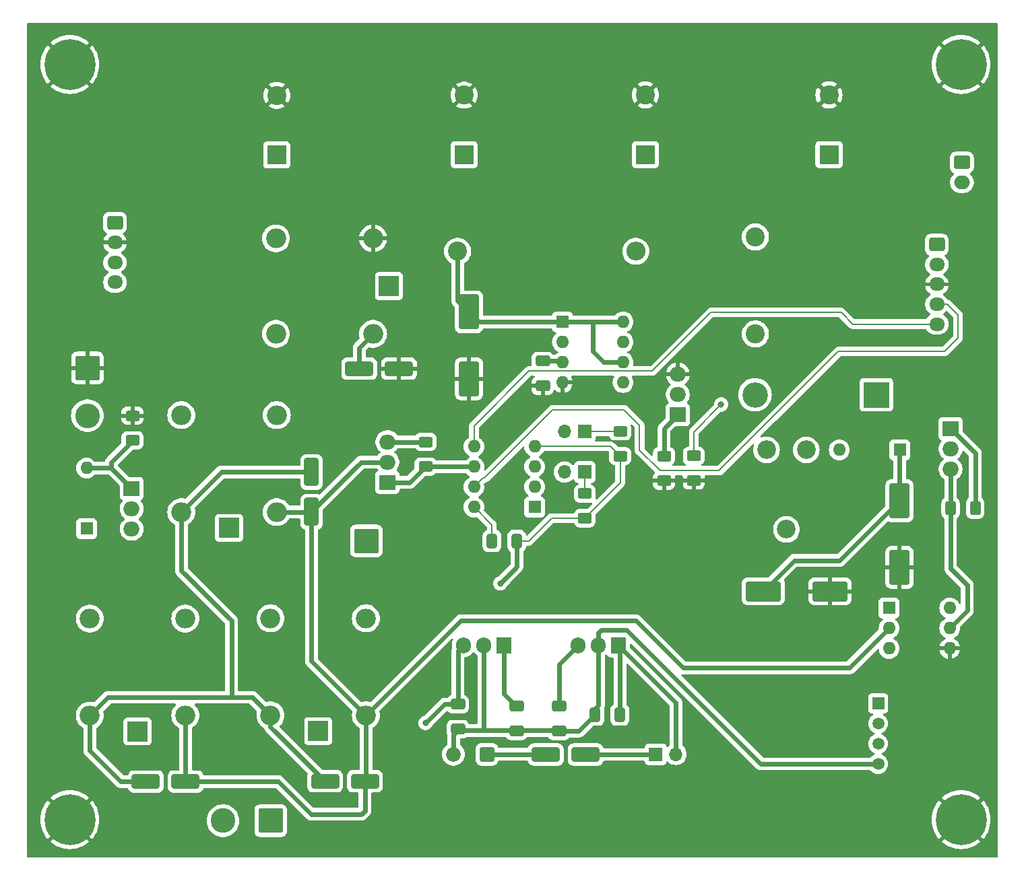
<source format=gtl>
G04 #@! TF.GenerationSoftware,KiCad,Pcbnew,8.0.2-8.0.2-0~ubuntu24.04.1*
G04 #@! TF.CreationDate,2024-04-29T20:27:31+02:00*
G04 #@! TF.ProjectId,astrobox_power,61737472-6f62-46f7-985f-706f7765722e,1*
G04 #@! TF.SameCoordinates,Original*
G04 #@! TF.FileFunction,Copper,L1,Top*
G04 #@! TF.FilePolarity,Positive*
%FSLAX46Y46*%
G04 Gerber Fmt 4.6, Leading zero omitted, Abs format (unit mm)*
G04 Created by KiCad (PCBNEW 8.0.2-8.0.2-0~ubuntu24.04.1) date 2024-04-29 20:27:31*
%MOMM*%
%LPD*%
G01*
G04 APERTURE LIST*
G04 Aperture macros list*
%AMRoundRect*
0 Rectangle with rounded corners*
0 $1 Rounding radius*
0 $2 $3 $4 $5 $6 $7 $8 $9 X,Y pos of 4 corners*
0 Add a 4 corners polygon primitive as box body*
4,1,4,$2,$3,$4,$5,$6,$7,$8,$9,$2,$3,0*
0 Add four circle primitives for the rounded corners*
1,1,$1+$1,$2,$3*
1,1,$1+$1,$4,$5*
1,1,$1+$1,$6,$7*
1,1,$1+$1,$8,$9*
0 Add four rect primitives between the rounded corners*
20,1,$1+$1,$2,$3,$4,$5,0*
20,1,$1+$1,$4,$5,$6,$7,0*
20,1,$1+$1,$6,$7,$8,$9,0*
20,1,$1+$1,$8,$9,$2,$3,0*%
G04 Aperture macros list end*
G04 #@! TA.AperFunction,ComponentPad*
%ADD10R,1.700000X1.700000*%
G04 #@! TD*
G04 #@! TA.AperFunction,ComponentPad*
%ADD11O,1.700000X1.700000*%
G04 #@! TD*
G04 #@! TA.AperFunction,SMDPad,CuDef*
%ADD12RoundRect,0.250000X-0.625000X0.400000X-0.625000X-0.400000X0.625000X-0.400000X0.625000X0.400000X0*%
G04 #@! TD*
G04 #@! TA.AperFunction,ComponentPad*
%ADD13R,2.500000X2.500000*%
G04 #@! TD*
G04 #@! TA.AperFunction,ComponentPad*
%ADD14O,2.500000X2.500000*%
G04 #@! TD*
G04 #@! TA.AperFunction,ComponentPad*
%ADD15C,6.400000*%
G04 #@! TD*
G04 #@! TA.AperFunction,ComponentPad*
%ADD16R,1.600000X1.600000*%
G04 #@! TD*
G04 #@! TA.AperFunction,ComponentPad*
%ADD17O,1.600000X1.600000*%
G04 #@! TD*
G04 #@! TA.AperFunction,SMDPad,CuDef*
%ADD18RoundRect,0.250000X0.625000X-0.400000X0.625000X0.400000X-0.625000X0.400000X-0.625000X-0.400000X0*%
G04 #@! TD*
G04 #@! TA.AperFunction,ComponentPad*
%ADD19R,1.905000X2.000000*%
G04 #@! TD*
G04 #@! TA.AperFunction,ComponentPad*
%ADD20O,1.905000X2.000000*%
G04 #@! TD*
G04 #@! TA.AperFunction,ComponentPad*
%ADD21C,2.340000*%
G04 #@! TD*
G04 #@! TA.AperFunction,ComponentPad*
%ADD22RoundRect,0.249999X1.300001X1.300001X-1.300001X1.300001X-1.300001X-1.300001X1.300001X-1.300001X0*%
G04 #@! TD*
G04 #@! TA.AperFunction,ComponentPad*
%ADD23C,3.100000*%
G04 #@! TD*
G04 #@! TA.AperFunction,ComponentPad*
%ADD24R,2.000000X1.905000*%
G04 #@! TD*
G04 #@! TA.AperFunction,ComponentPad*
%ADD25O,2.000000X1.905000*%
G04 #@! TD*
G04 #@! TA.AperFunction,ComponentPad*
%ADD26RoundRect,0.249999X-1.300001X-1.300001X1.300001X-1.300001X1.300001X1.300001X-1.300001X1.300001X0*%
G04 #@! TD*
G04 #@! TA.AperFunction,SMDPad,CuDef*
%ADD27RoundRect,0.250000X1.500000X0.650000X-1.500000X0.650000X-1.500000X-0.650000X1.500000X-0.650000X0*%
G04 #@! TD*
G04 #@! TA.AperFunction,ComponentPad*
%ADD28R,2.400000X2.400000*%
G04 #@! TD*
G04 #@! TA.AperFunction,ComponentPad*
%ADD29C,2.400000*%
G04 #@! TD*
G04 #@! TA.AperFunction,SMDPad,CuDef*
%ADD30RoundRect,0.250000X-1.950000X-1.000000X1.950000X-1.000000X1.950000X1.000000X-1.950000X1.000000X0*%
G04 #@! TD*
G04 #@! TA.AperFunction,ComponentPad*
%ADD31RoundRect,0.250000X0.675000X0.675000X-0.675000X0.675000X-0.675000X-0.675000X0.675000X-0.675000X0*%
G04 #@! TD*
G04 #@! TA.AperFunction,ComponentPad*
%ADD32C,1.850000*%
G04 #@! TD*
G04 #@! TA.AperFunction,SMDPad,CuDef*
%ADD33RoundRect,0.250000X-1.000000X1.950000X-1.000000X-1.950000X1.000000X-1.950000X1.000000X1.950000X0*%
G04 #@! TD*
G04 #@! TA.AperFunction,SMDPad,CuDef*
%ADD34RoundRect,0.250000X-0.650000X0.412500X-0.650000X-0.412500X0.650000X-0.412500X0.650000X0.412500X0*%
G04 #@! TD*
G04 #@! TA.AperFunction,ComponentPad*
%ADD35RoundRect,0.250000X-0.725000X0.600000X-0.725000X-0.600000X0.725000X-0.600000X0.725000X0.600000X0*%
G04 #@! TD*
G04 #@! TA.AperFunction,ComponentPad*
%ADD36O,1.950000X1.700000*%
G04 #@! TD*
G04 #@! TA.AperFunction,SMDPad,CuDef*
%ADD37RoundRect,0.250000X0.650000X-0.412500X0.650000X0.412500X-0.650000X0.412500X-0.650000X-0.412500X0*%
G04 #@! TD*
G04 #@! TA.AperFunction,ComponentPad*
%ADD38R,3.200000X3.200000*%
G04 #@! TD*
G04 #@! TA.AperFunction,ComponentPad*
%ADD39O,3.200000X3.200000*%
G04 #@! TD*
G04 #@! TA.AperFunction,SMDPad,CuDef*
%ADD40RoundRect,0.250000X-1.500000X-0.650000X1.500000X-0.650000X1.500000X0.650000X-1.500000X0.650000X0*%
G04 #@! TD*
G04 #@! TA.AperFunction,ComponentPad*
%ADD41RoundRect,0.250000X-0.750000X0.600000X-0.750000X-0.600000X0.750000X-0.600000X0.750000X0.600000X0*%
G04 #@! TD*
G04 #@! TA.AperFunction,ComponentPad*
%ADD42O,2.000000X1.700000*%
G04 #@! TD*
G04 #@! TA.AperFunction,ComponentPad*
%ADD43RoundRect,0.249999X-1.300001X1.300001X-1.300001X-1.300001X1.300001X-1.300001X1.300001X1.300001X0*%
G04 #@! TD*
G04 #@! TA.AperFunction,SMDPad,CuDef*
%ADD44RoundRect,0.250000X-0.412500X-0.650000X0.412500X-0.650000X0.412500X0.650000X-0.412500X0.650000X0*%
G04 #@! TD*
G04 #@! TA.AperFunction,ComponentPad*
%ADD45O,2.400000X2.400000*%
G04 #@! TD*
G04 #@! TA.AperFunction,SMDPad,CuDef*
%ADD46RoundRect,0.250000X0.400000X0.625000X-0.400000X0.625000X-0.400000X-0.625000X0.400000X-0.625000X0*%
G04 #@! TD*
G04 #@! TA.AperFunction,ComponentPad*
%ADD47R,1.500000X1.500000*%
G04 #@! TD*
G04 #@! TA.AperFunction,ComponentPad*
%ADD48C,1.500000*%
G04 #@! TD*
G04 #@! TA.AperFunction,SMDPad,CuDef*
%ADD49RoundRect,0.250000X-0.650000X1.500000X-0.650000X-1.500000X0.650000X-1.500000X0.650000X1.500000X0*%
G04 #@! TD*
G04 #@! TA.AperFunction,ViaPad*
%ADD50C,0.800000*%
G04 #@! TD*
G04 #@! TA.AperFunction,Conductor*
%ADD51C,0.600000*%
G04 #@! TD*
G04 #@! TA.AperFunction,Conductor*
%ADD52C,0.200000*%
G04 #@! TD*
G04 APERTURE END LIST*
D10*
G04 #@! TO.P,D8,1,K*
G04 #@! TO.N,Net-(D8-K)*
X138120000Y-92400000D03*
D11*
G04 #@! TO.P,D8,2,A*
G04 #@! TO.N,Net-(D8-A)*
X135580000Y-92400000D03*
G04 #@! TD*
D12*
G04 #@! TO.P,R5,1*
G04 #@! TO.N,Net-(BT2--)*
X118110000Y-93700000D03*
G04 #@! TO.P,R5,2*
G04 #@! TO.N,Net-(D8-A)*
X118110000Y-96800000D03*
G04 #@! TD*
D13*
G04 #@! TO.P,K3,1*
G04 #@! TO.N,Net-(J8-Pin_1)*
X81920000Y-130127500D03*
D14*
G04 #@! TO.P,K3,2*
G04 #@! TO.N,/Internal_Bat_Subsystem/INTBAT_GND*
X87920000Y-128127500D03*
G04 #@! TO.P,K3,3*
G04 #@! TO.N,Net-(K3-Pad3)*
X87920000Y-115927500D03*
G04 #@! TO.P,K3,4*
G04 #@! TO.N,unconnected-(K3-Pad4)*
X75920000Y-115927500D03*
G04 #@! TO.P,K3,5*
G04 #@! TO.N,/Internal_Bat_Subsystem/INTBAT_12V*
X75920000Y-128127500D03*
G04 #@! TD*
D15*
G04 #@! TO.P,REF\u002A\u002A,1*
G04 #@! TO.N,GND*
X185420000Y-46228000D03*
G04 #@! TD*
D16*
G04 #@! TO.P,U1,1,SwC*
G04 #@! TO.N,+12V*
X135320000Y-78600000D03*
D17*
G04 #@! TO.P,U1,2,SwE*
G04 #@! TO.N,Net-(Q2-G)*
X135320000Y-81140000D03*
G04 #@! TO.P,U1,3,TC*
G04 #@! TO.N,Net-(U1-TC)*
X135320000Y-83680000D03*
G04 #@! TO.P,U1,4,GND*
G04 #@! TO.N,GND*
X135320000Y-86220000D03*
G04 #@! TO.P,U1,5,Vfb*
G04 #@! TO.N,Net-(U1-Vfb)*
X142940000Y-86220000D03*
G04 #@! TO.P,U1,6,Vin*
G04 #@! TO.N,+12V*
X142940000Y-83680000D03*
G04 #@! TO.P,U1,7,Ipk*
G04 #@! TO.N,Net-(U1-Ipk)*
X142940000Y-81140000D03*
G04 #@! TO.P,U1,8,DC*
G04 #@! TO.N,+12V*
X142940000Y-78600000D03*
G04 #@! TD*
D18*
G04 #@! TO.P,R6,1*
G04 #@! TO.N,Net-(BT2--)*
X142575000Y-95475000D03*
G04 #@! TO.P,R6,2*
G04 #@! TO.N,Net-(D8-K)*
X142575000Y-92375000D03*
G04 #@! TD*
D19*
G04 #@! TO.P,U3,1,IN*
G04 #@! TO.N,Net-(SW5-B)*
X127975000Y-119275000D03*
D20*
G04 #@! TO.P,U3,2,GND*
G04 #@! TO.N,Net-(BT2--)*
X125435000Y-119275000D03*
G04 #@! TO.P,U3,3,OUT*
G04 #@! TO.N,Net-(U3-OUT)*
X122895000Y-119275000D03*
G04 #@! TD*
D12*
G04 #@! TO.P,R7,1*
G04 #@! TO.N,Net-(D9-K)*
X138125000Y-100200000D03*
G04 #@! TO.P,R7,2*
G04 #@! TO.N,Net-(BT2--)*
X138125000Y-103300000D03*
G04 #@! TD*
D16*
G04 #@! TO.P,D4,1,K*
G04 #@! TO.N,Net-(D4-K)*
X75520000Y-104610000D03*
D17*
G04 #@! TO.P,D4,2,A*
G04 #@! TO.N,Net-(D4-A)*
X75520000Y-96990000D03*
G04 #@! TD*
D15*
G04 #@! TO.P,REF\u002A\u002A,1*
G04 #@! TO.N,GND*
X73406000Y-46228000D03*
G04 #@! TD*
D16*
G04 #@! TO.P,D7,1,K*
G04 #@! TO.N,/StepUp_15V/15V*
X177730000Y-94700000D03*
D17*
G04 #@! TO.P,D7,2,A*
G04 #@! TO.N,Net-(D7-A)*
X170110000Y-94700000D03*
G04 #@! TD*
D21*
G04 #@! TO.P,RV1,1,1*
G04 #@! TO.N,Net-(U1-Vfb)*
X160970000Y-94700000D03*
G04 #@! TO.P,RV1,2,2*
X163470000Y-104700000D03*
G04 #@! TO.P,RV1,3,3*
G04 #@! TO.N,Net-(D7-A)*
X165970000Y-94700000D03*
G04 #@! TD*
D22*
G04 #@! TO.P,J8,1,Pin_1*
G04 #@! TO.N,Net-(J8-Pin_1)*
X98650000Y-141350000D03*
D23*
G04 #@! TO.P,J8,2,Pin_2*
G04 #@! TO.N,Net-(J8-Pin_2)*
X92650000Y-141350000D03*
G04 #@! TD*
D24*
G04 #@! TO.P,Q2,1,G*
G04 #@! TO.N,Net-(Q2-G)*
X149820000Y-90280000D03*
D25*
G04 #@! TO.P,Q2,2,D*
G04 #@! TO.N,Net-(D6-A)*
X149820000Y-87740000D03*
G04 #@! TO.P,Q2,3,S*
G04 #@! TO.N,GND*
X149820000Y-85200000D03*
G04 #@! TD*
D13*
G04 #@! TO.P,K1,1*
G04 #@! TO.N,Net-(J8-Pin_1)*
X104620000Y-130100000D03*
D14*
G04 #@! TO.P,K1,2*
G04 #@! TO.N,/Internal_Bat_Subsystem/INTBAT_GND*
X110620000Y-128100000D03*
G04 #@! TO.P,K1,3*
G04 #@! TO.N,Net-(J7-Pin_1)*
X110620000Y-115900000D03*
G04 #@! TO.P,K1,4*
G04 #@! TO.N,unconnected-(K1-Pad4)*
X98620000Y-115900000D03*
G04 #@! TO.P,K1,5*
G04 #@! TO.N,/Internal_Bat_Subsystem/INTBAT_12V*
X98620000Y-128100000D03*
G04 #@! TD*
D12*
G04 #@! TO.P,R3,1*
G04 #@! TO.N,Net-(Q2-G)*
X148082000Y-95478000D03*
G04 #@! TO.P,R3,2*
G04 #@! TO.N,GND*
X148082000Y-98578000D03*
G04 #@! TD*
D26*
G04 #@! TO.P,J7,1,Pin_1*
G04 #@! TO.N,Net-(J7-Pin_1)*
X110675000Y-106150000D03*
G04 #@! TD*
D13*
G04 #@! TO.P,K2,1*
G04 #@! TO.N,+12V*
X113520000Y-74100000D03*
D14*
G04 #@! TO.P,K2,2*
G04 #@! TO.N,GND*
X111520000Y-68100000D03*
G04 #@! TO.P,K2,3*
G04 #@! TO.N,Net-(D2-K)*
X99320000Y-68100000D03*
G04 #@! TO.P,K2,4*
G04 #@! TO.N,Net-(K2-Pad4)*
X99320000Y-80100000D03*
G04 #@! TO.P,K2,5*
G04 #@! TO.N,Net-(D2-K)*
X111520000Y-80100000D03*
G04 #@! TD*
D27*
G04 #@! TO.P,D10,1,K*
G04 #@! TO.N,Net-(D10-K)*
X138225000Y-133025000D03*
G04 #@! TO.P,D10,2,A*
G04 #@! TO.N,Net-(BT2-+)*
X133225000Y-133025000D03*
G04 #@! TD*
D16*
G04 #@! TO.P,U6,1*
G04 #@! TO.N,/Internal_Bat_Subsystem/PWM_FAN*
X176375000Y-114600000D03*
D17*
G04 #@! TO.P,U6,2*
G04 #@! TO.N,/Internal_Bat_Subsystem/INTBAT_GND*
X176375000Y-117140000D03*
G04 #@! TO.P,U6,3,NC*
G04 #@! TO.N,unconnected-(U6-NC-Pad3)*
X176375000Y-119680000D03*
G04 #@! TO.P,U6,4*
G04 #@! TO.N,GND*
X183995000Y-119680000D03*
G04 #@! TO.P,U6,5*
G04 #@! TO.N,Net-(Q4-S)*
X183995000Y-117140000D03*
G04 #@! TO.P,U6,6*
G04 #@! TO.N,unconnected-(U6-Pad6)*
X183995000Y-114600000D03*
G04 #@! TD*
D28*
G04 #@! TO.P,C2,1*
G04 #@! TO.N,+12V*
X145745000Y-57552780D03*
D29*
G04 #@! TO.P,C2,2*
G04 #@! TO.N,GND*
X145745000Y-50052780D03*
G04 #@! TD*
D30*
G04 #@! TO.P,C8,1*
G04 #@! TO.N,/StepUp_15V/15V*
X160552323Y-112500000D03*
G04 #@! TO.P,C8,2*
G04 #@! TO.N,GND*
X168952323Y-112500000D03*
G04 #@! TD*
D12*
G04 #@! TO.P,R4,1*
G04 #@! TO.N,Net-(U1-Vfb)*
X151820000Y-95452000D03*
G04 #@! TO.P,R4,2*
G04 #@! TO.N,GND*
X151820000Y-98552000D03*
G04 #@! TD*
D31*
G04 #@! TO.P,BT2,1,+*
G04 #@! TO.N,Net-(BT2-+)*
X125820000Y-133000000D03*
D32*
G04 #@! TO.P,BT2,2,-*
G04 #@! TO.N,Net-(BT2--)*
X121620000Y-133000000D03*
G04 #@! TD*
D33*
G04 #@! TO.P,C7,1*
G04 #@! TO.N,/StepUp_15V/15V*
X177675000Y-101092500D03*
G04 #@! TO.P,C7,2*
G04 #@! TO.N,GND*
X177675000Y-109492500D03*
G04 #@! TD*
D34*
G04 #@! TO.P,C9,1*
G04 #@! TO.N,/Internal_Bat_Subsystem/INTBAT_12V*
X134874000Y-126961500D03*
G04 #@! TO.P,C9,2*
G04 #@! TO.N,Net-(BT2--)*
X134874000Y-130086500D03*
G04 #@! TD*
D28*
G04 #@! TO.P,C4,1*
G04 #@! TO.N,+12V*
X99420000Y-57600000D03*
D29*
G04 #@! TO.P,C4,2*
G04 #@! TO.N,GND*
X99420000Y-50100000D03*
G04 #@! TD*
D35*
G04 #@! TO.P,PS1,1,Vout-*
G04 #@! TO.N,Net-(D2-K)*
X79075000Y-66125000D03*
D36*
G04 #@! TO.P,PS1,2,Vout+*
G04 #@! TO.N,GND*
X79075000Y-68625000D03*
G04 #@! TO.P,PS1,3,AC*
G04 #@! TO.N,Net-(J8-Pin_2)*
X79075000Y-71125000D03*
G04 #@! TO.P,PS1,4,AC*
G04 #@! TO.N,Net-(K3-Pad3)*
X79075000Y-73625000D03*
G04 #@! TD*
D12*
G04 #@! TO.P,R1,1*
G04 #@! TO.N,GND*
X81280000Y-90398000D03*
G04 #@! TO.P,R1,2*
G04 #@! TO.N,Net-(D4-A)*
X81280000Y-93498000D03*
G04 #@! TD*
D28*
G04 #@! TO.P,C3,1*
G04 #@! TO.N,+12V*
X122970000Y-57575000D03*
D29*
G04 #@! TO.P,C3,2*
G04 #@! TO.N,GND*
X122970000Y-50075000D03*
G04 #@! TD*
D37*
G04 #@! TO.P,C12,1*
G04 #@! TO.N,Net-(BT2--)*
X129540000Y-130048000D03*
G04 #@! TO.P,C12,2*
G04 #@! TO.N,Net-(SW5-B)*
X129540000Y-126923000D03*
G04 #@! TD*
D38*
G04 #@! TO.P,D6,1,K*
G04 #@! TO.N,/StepUp_15V/15V*
X174760000Y-87775000D03*
D39*
G04 #@! TO.P,D6,2,A*
G04 #@! TO.N,Net-(D6-A)*
X159520000Y-87775000D03*
G04 #@! TD*
D24*
G04 #@! TO.P,Q1,1,G*
G04 #@! TO.N,Net-(D4-A)*
X81175000Y-99560000D03*
D25*
G04 #@! TO.P,Q1,2,D*
G04 #@! TO.N,Net-(J9-Pin_2)*
X81175000Y-102100000D03*
G04 #@! TO.P,Q1,3,S*
G04 #@! TO.N,Net-(D4-K)*
X81175000Y-104640000D03*
G04 #@! TD*
D40*
G04 #@! TO.P,D2,1,K*
G04 #@! TO.N,Net-(D2-K)*
X109775000Y-84500000D03*
G04 #@! TO.P,D2,2,A*
G04 #@! TO.N,GND*
X114775000Y-84500000D03*
G04 #@! TD*
D41*
G04 #@! TO.P,J10,1,Pin_1*
G04 #@! TO.N,+12V*
X185525000Y-58550000D03*
D42*
G04 #@! TO.P,J10,2,Pin_2*
G04 #@! TO.N,Net-(J10-Pin_2)*
X185525000Y-61050000D03*
G04 #@! TD*
D29*
G04 #@! TO.P,L1,1,1*
G04 #@! TO.N,Net-(U1-Ipk)*
X159570000Y-67925000D03*
G04 #@! TO.P,L1,2,2*
G04 #@! TO.N,Net-(D6-A)*
X159570000Y-80125000D03*
G04 #@! TD*
D34*
G04 #@! TO.P,C11,1*
G04 #@! TO.N,Net-(U3-OUT)*
X122174000Y-126707500D03*
G04 #@! TO.P,C11,2*
G04 #@! TO.N,Net-(BT2--)*
X122174000Y-129832500D03*
G04 #@! TD*
D19*
G04 #@! TO.P,U2,1,VI*
G04 #@! TO.N,Net-(SW5-B)*
X142365000Y-119300000D03*
D20*
G04 #@! TO.P,U2,2,GND*
G04 #@! TO.N,Net-(BT2--)*
X139825000Y-119300000D03*
G04 #@! TO.P,U2,3,VO*
G04 #@! TO.N,/Internal_Bat_Subsystem/INTBAT_12V*
X137285000Y-119300000D03*
G04 #@! TD*
D28*
G04 #@! TO.P,C1,1*
G04 #@! TO.N,+12V*
X168820000Y-57552780D03*
D29*
G04 #@! TO.P,C1,2*
G04 #@! TO.N,GND*
X168820000Y-50052780D03*
G04 #@! TD*
D43*
G04 #@! TO.P,J9,1,Pin_1*
G04 #@! TO.N,GND*
X75620000Y-84400000D03*
D23*
G04 #@! TO.P,J9,2,Pin_2*
G04 #@! TO.N,Net-(J9-Pin_2)*
X75620000Y-90400000D03*
G04 #@! TD*
D33*
G04 #@! TO.P,C5,1*
G04 #@! TO.N,+12V*
X123575000Y-77350000D03*
G04 #@! TO.P,C5,2*
G04 #@! TO.N,GND*
X123575000Y-85750000D03*
G04 #@! TD*
D15*
G04 #@! TO.P,REF\u002A\u002A,1*
G04 #@! TO.N,GND*
X73406000Y-141224000D03*
G04 #@! TD*
D13*
G04 #@! TO.P,K4,1*
G04 #@! TO.N,Net-(D4-K)*
X93420000Y-104527500D03*
D14*
G04 #@! TO.P,K4,2*
G04 #@! TO.N,/Internal_Bat_Subsystem/INTBAT_GND*
X99420000Y-102527500D03*
G04 #@! TO.P,K4,3*
G04 #@! TO.N,Net-(K2-Pad4)*
X99420000Y-90327500D03*
G04 #@! TO.P,K4,4*
G04 #@! TO.N,unconnected-(K4-Pad4)*
X87420000Y-90327500D03*
G04 #@! TO.P,K4,5*
G04 #@! TO.N,/Internal_Bat_Subsystem/INTBAT_12V*
X87420000Y-102527500D03*
G04 #@! TD*
D44*
G04 #@! TO.P,C10,1*
G04 #@! TO.N,Net-(BT2--)*
X139407500Y-128016000D03*
G04 #@! TO.P,C10,2*
G04 #@! TO.N,Net-(SW5-B)*
X142532500Y-128016000D03*
G04 #@! TD*
D29*
G04 #@! TO.P,R2,1*
G04 #@! TO.N,+12V*
X122145000Y-69725000D03*
D45*
G04 #@! TO.P,R2,2*
G04 #@! TO.N,Net-(U1-Ipk)*
X144545000Y-69725000D03*
G04 #@! TD*
D10*
G04 #@! TO.P,D9,1,K*
G04 #@! TO.N,Net-(D9-K)*
X138120000Y-97500000D03*
D11*
G04 #@! TO.P,D9,2,A*
G04 #@! TO.N,Net-(D9-A)*
X135580000Y-97500000D03*
G04 #@! TD*
D15*
G04 #@! TO.P,REF\u002A\u002A,1*
G04 #@! TO.N,GND*
X185420000Y-141224000D03*
G04 #@! TD*
D24*
G04 #@! TO.P,Q3,1,G*
G04 #@! TO.N,Net-(D8-A)*
X113320000Y-98780000D03*
D25*
G04 #@! TO.P,Q3,2,D*
G04 #@! TO.N,/Internal_Bat_Subsystem/INTBAT_GND*
X113320000Y-96240000D03*
G04 #@! TO.P,Q3,3,S*
G04 #@! TO.N,Net-(BT2--)*
X113320000Y-93700000D03*
G04 #@! TD*
D40*
G04 #@! TO.P,D3,1,K*
G04 #@! TO.N,/Internal_Bat_Subsystem/INTBAT_12V*
X82950000Y-136425000D03*
G04 #@! TO.P,D3,2,A*
G04 #@! TO.N,/Internal_Bat_Subsystem/INTBAT_GND*
X87950000Y-136425000D03*
G04 #@! TD*
D24*
G04 #@! TO.P,Q4,1,G*
G04 #@! TO.N,Net-(Q4-G)*
X184105000Y-92035000D03*
D25*
G04 #@! TO.P,Q4,2,D*
G04 #@! TO.N,Net-(J10-Pin_2)*
X184105000Y-94575000D03*
G04 #@! TO.P,Q4,3,S*
G04 #@! TO.N,Net-(Q4-S)*
X184105000Y-97115000D03*
G04 #@! TD*
D10*
G04 #@! TO.P,SW5,1,A*
G04 #@! TO.N,Net-(D10-K)*
X147045000Y-133000000D03*
D11*
G04 #@! TO.P,SW5,2,B*
G04 #@! TO.N,Net-(SW5-B)*
X149585000Y-133000000D03*
G04 #@! TD*
D44*
G04 #@! TO.P,C13,1*
G04 #@! TO.N,Net-(U3-OUT)*
X126453500Y-106172000D03*
G04 #@! TO.P,C13,2*
G04 #@! TO.N,Net-(BT2--)*
X129578500Y-106172000D03*
G04 #@! TD*
D40*
G04 #@! TO.P,D1,1,K*
G04 #@! TO.N,/Internal_Bat_Subsystem/INTBAT_12V*
X105500000Y-136400000D03*
G04 #@! TO.P,D1,2,A*
G04 #@! TO.N,/Internal_Bat_Subsystem/INTBAT_GND*
X110500000Y-136400000D03*
G04 #@! TD*
D46*
G04 #@! TO.P,R8,1*
G04 #@! TO.N,Net-(Q4-G)*
X187200000Y-102025000D03*
G04 #@! TO.P,R8,2*
G04 #@! TO.N,Net-(Q4-S)*
X184100000Y-102025000D03*
G04 #@! TD*
D47*
G04 #@! TO.P,U5,1,VCC*
G04 #@! TO.N,Net-(U3-OUT)*
X174997500Y-126587500D03*
D48*
G04 #@! TO.P,U5,2,IO*
G04 #@! TO.N,Net-(U4-~{RESET}{slash}PB5)*
X174997500Y-129127500D03*
G04 #@! TO.P,U5,3,NC*
G04 #@! TO.N,unconnected-(U5-NC-Pad3)*
X174997500Y-131667500D03*
G04 #@! TO.P,U5,4,GND*
G04 #@! TO.N,Net-(BT2--)*
X174997500Y-134207500D03*
G04 #@! TD*
D16*
G04 #@! TO.P,U4,1,~{RESET}/PB5*
G04 #@! TO.N,Net-(U4-~{RESET}{slash}PB5)*
X131820000Y-101900000D03*
D17*
G04 #@! TO.P,U4,2,XTAL1/PB3*
G04 #@! TO.N,Net-(D9-A)*
X131820000Y-99360000D03*
G04 #@! TO.P,U4,3,XTAL2/PB4*
G04 #@! TO.N,/Internal_Bat_Subsystem/PWM_FAN*
X131820000Y-96820000D03*
G04 #@! TO.P,U4,4,GND*
G04 #@! TO.N,Net-(BT2--)*
X131820000Y-94280000D03*
G04 #@! TO.P,U4,5,AREF/PB0*
G04 #@! TO.N,/Internal_Bat_Subsystem/SDA*
X124200000Y-94280000D03*
G04 #@! TO.P,U4,6,PB1*
G04 #@! TO.N,Net-(D8-A)*
X124200000Y-96820000D03*
G04 #@! TO.P,U4,7,PB2*
G04 #@! TO.N,/Internal_Bat_Subsystem/SCL*
X124200000Y-99360000D03*
G04 #@! TO.P,U4,8,VCC*
G04 #@! TO.N,Net-(U3-OUT)*
X124200000Y-101900000D03*
G04 #@! TD*
D49*
G04 #@! TO.P,D5,1,K*
G04 #@! TO.N,/Internal_Bat_Subsystem/INTBAT_12V*
X103775000Y-97500000D03*
G04 #@! TO.P,D5,2,A*
G04 #@! TO.N,/Internal_Bat_Subsystem/INTBAT_GND*
X103775000Y-102500000D03*
G04 #@! TD*
D34*
G04 #@! TO.P,C6,1*
G04 #@! TO.N,Net-(U1-TC)*
X132842000Y-83527500D03*
G04 #@! TO.P,C6,2*
G04 #@! TO.N,GND*
X132842000Y-86652500D03*
G04 #@! TD*
D35*
G04 #@! TO.P,J6,1,Pin_1*
G04 #@! TO.N,/StepUp_15V/15V*
X182370000Y-68880000D03*
D36*
G04 #@! TO.P,J6,2,Pin_2*
G04 #@! TO.N,+12V*
X182370000Y-71380000D03*
G04 #@! TO.P,J6,3,Pin_3*
G04 #@! TO.N,GND*
X182370000Y-73880000D03*
G04 #@! TO.P,J6,4,Pin_4*
G04 #@! TO.N,/Internal_Bat_Subsystem/SCL*
X182370000Y-76380000D03*
G04 #@! TO.P,J6,5,Pin_5*
G04 #@! TO.N,/Internal_Bat_Subsystem/SDA*
X182370000Y-78880000D03*
G04 #@! TD*
D50*
G04 #@! TO.N,Net-(BT2--)*
X127508000Y-111506000D03*
G04 #@! TO.N,Net-(U3-OUT)*
X118125000Y-129057000D03*
G04 #@! TO.N,Net-(U1-Vfb)*
X155262500Y-88992500D03*
G04 #@! TD*
D51*
G04 #@! TO.N,Net-(SW5-B)*
X149585000Y-126520000D02*
X147770000Y-124705000D01*
X142532500Y-119467500D02*
X142365000Y-119300000D01*
X127975000Y-125375000D02*
X129350000Y-126750000D01*
X127975000Y-119275000D02*
X127975000Y-125375000D01*
X147770000Y-124705000D02*
X142365000Y-119300000D01*
X149585000Y-133000000D02*
X149585000Y-126520000D01*
X142532500Y-128016000D02*
X142532500Y-119467500D01*
G04 #@! TO.N,Net-(D2-K)*
X109775000Y-81845000D02*
X111520000Y-80100000D01*
X109775000Y-84500000D02*
X109775000Y-81845000D01*
D52*
G04 #@! TO.N,Net-(D8-K)*
X138120000Y-92400000D02*
X142550000Y-92400000D01*
X142550000Y-92400000D02*
X142575000Y-92375000D01*
D51*
G04 #@! TO.N,Net-(D8-A)*
X118866000Y-96820000D02*
X124200000Y-96820000D01*
X113320000Y-98780000D02*
X116130000Y-98780000D01*
X118110000Y-96800000D02*
X118846000Y-96800000D01*
X116130000Y-98780000D02*
X118110000Y-96800000D01*
X118846000Y-96800000D02*
X118866000Y-96820000D01*
D52*
G04 #@! TO.N,Net-(D9-K)*
X138125000Y-100200000D02*
X138125000Y-97505000D01*
X138125000Y-97505000D02*
X138120000Y-97500000D01*
D51*
G04 #@! TO.N,Net-(D10-K)*
X138225000Y-133025000D02*
X147020000Y-133025000D01*
X147020000Y-133025000D02*
X147045000Y-133000000D01*
G04 #@! TO.N,Net-(BT2-+)*
X125820000Y-133000000D02*
X133200000Y-133000000D01*
X133200000Y-133000000D02*
X133225000Y-133025000D01*
G04 #@! TO.N,Net-(BT2--)*
X143365500Y-117348000D02*
X160225000Y-134207500D01*
X140208000Y-117348000D02*
X143365500Y-117348000D01*
X129578500Y-109435500D02*
X129578500Y-106172000D01*
D52*
X141380000Y-94280000D02*
X142575000Y-95475000D01*
D51*
X139825000Y-119300000D02*
X139825000Y-117731000D01*
D52*
X133950000Y-103300000D02*
X138125000Y-103300000D01*
D51*
X137337000Y-130086500D02*
X139407500Y-128016000D01*
X139825000Y-117731000D02*
X140208000Y-117348000D01*
X128524000Y-130008000D02*
X135020000Y-130008000D01*
D52*
X142575000Y-95475000D02*
X142575000Y-98850000D01*
D51*
X160225000Y-134207500D02*
X174997500Y-134207500D01*
X139825000Y-126875000D02*
X139825000Y-119300000D01*
X134874000Y-130086500D02*
X137337000Y-130086500D01*
X122174000Y-130008000D02*
X125550000Y-130008000D01*
X113320000Y-93700000D02*
X118110000Y-93700000D01*
D52*
X131078000Y-106172000D02*
X129578500Y-106172000D01*
D51*
X139407500Y-128016000D02*
X139407500Y-127292500D01*
X125435000Y-119275000D02*
X125435000Y-129893000D01*
X139407500Y-127292500D02*
X139825000Y-126875000D01*
D52*
X133950000Y-103300000D02*
X131078000Y-106172000D01*
X131820000Y-94280000D02*
X141380000Y-94280000D01*
D51*
X125435000Y-129893000D02*
X125550000Y-130008000D01*
X121620000Y-133000000D02*
X121620000Y-130562000D01*
X125550000Y-130008000D02*
X128524000Y-130008000D01*
X127508000Y-111506000D02*
X129578500Y-109435500D01*
X121620000Y-130562000D02*
X122174000Y-130008000D01*
D52*
X142575000Y-98850000D02*
X138125000Y-103300000D01*
D51*
G04 #@! TO.N,+12V*
X139100000Y-82325000D02*
X139100000Y-78600000D01*
X122145000Y-75920000D02*
X123575000Y-77350000D01*
X140455000Y-83680000D02*
X139100000Y-82325000D01*
X122145000Y-69725000D02*
X122145000Y-75920000D01*
X139100000Y-78600000D02*
X142940000Y-78600000D01*
X124825000Y-78600000D02*
X135320000Y-78600000D01*
X135320000Y-78600000D02*
X139100000Y-78600000D01*
X142940000Y-83680000D02*
X140455000Y-83680000D01*
X123575000Y-77350000D02*
X124825000Y-78600000D01*
G04 #@! TO.N,Net-(U1-TC)*
X135167500Y-83527500D02*
X135320000Y-83680000D01*
X132842000Y-83527500D02*
X135167500Y-83527500D01*
G04 #@! TO.N,/StepUp_15V/15V*
X170167500Y-108600000D02*
X177675000Y-101092500D01*
X177675000Y-101092500D02*
X177675000Y-94755000D01*
X164452323Y-108600000D02*
X170167500Y-108600000D01*
X160552323Y-112500000D02*
X164452323Y-108600000D01*
X177675000Y-94755000D02*
X177730000Y-94700000D01*
G04 #@! TO.N,/Internal_Bat_Subsystem/INTBAT_12V*
X134874000Y-121711000D02*
X137285000Y-119300000D01*
X93750000Y-125825000D02*
X96345000Y-125825000D01*
X78222500Y-125825000D02*
X93750000Y-125825000D01*
X96345000Y-125825000D02*
X98620000Y-128100000D01*
X134874000Y-126961500D02*
X134874000Y-121711000D01*
X79800000Y-136425000D02*
X82950000Y-136425000D01*
X98620000Y-129520000D02*
X98620000Y-128100000D01*
X93750000Y-116200000D02*
X93750000Y-125825000D01*
X105500000Y-136400000D02*
X98620000Y-129520000D01*
X87420000Y-109870000D02*
X93750000Y-116200000D01*
X103775000Y-97500000D02*
X92447500Y-97500000D01*
X87420000Y-102527500D02*
X87420000Y-109870000D01*
X75920000Y-128127500D02*
X75920000Y-132545000D01*
X75920000Y-128127500D02*
X78222500Y-125825000D01*
X92447500Y-97500000D02*
X87420000Y-102527500D01*
X75920000Y-132545000D02*
X79800000Y-136425000D01*
G04 #@! TO.N,Net-(U3-OUT)*
X122895000Y-119275000D02*
X122174000Y-119996000D01*
X120474500Y-126707500D02*
X118125000Y-129057000D01*
D52*
X126453500Y-104153500D02*
X124200000Y-101900000D01*
X126453500Y-106172000D02*
X126453500Y-104153500D01*
D51*
X122174000Y-119996000D02*
X122174000Y-126707500D01*
X122174000Y-126707500D02*
X120474500Y-126707500D01*
G04 #@! TO.N,/Internal_Bat_Subsystem/INTBAT_GND*
X103775000Y-102500000D02*
X103775000Y-121255000D01*
X110500000Y-140100000D02*
X110500000Y-136400000D01*
X122520000Y-116200000D02*
X110620000Y-128100000D01*
X171390000Y-122125000D02*
X150475000Y-122125000D01*
X87950000Y-136425000D02*
X87950000Y-128157500D01*
X150475000Y-122125000D02*
X144550000Y-116200000D01*
X110050000Y-140550000D02*
X110500000Y-140100000D01*
X176375000Y-117140000D02*
X171390000Y-122125000D01*
X110035000Y-96240000D02*
X113320000Y-96240000D01*
X103775000Y-102500000D02*
X110035000Y-96240000D01*
X99625000Y-136425000D02*
X103750000Y-140550000D01*
X103775000Y-121255000D02*
X110620000Y-128100000D01*
X144550000Y-116200000D02*
X122520000Y-116200000D01*
X110620000Y-128100000D02*
X110620000Y-136280000D01*
X99420000Y-102527500D02*
X103747500Y-102527500D01*
X87950000Y-136425000D02*
X99625000Y-136425000D01*
X103750000Y-140550000D02*
X110050000Y-140550000D01*
G04 #@! TO.N,Net-(D4-A)*
X78605000Y-96265000D02*
X78605000Y-96990000D01*
X81220000Y-93650000D02*
X78605000Y-96265000D01*
X75520000Y-96990000D02*
X78605000Y-96990000D01*
X78605000Y-96990000D02*
X81175000Y-99560000D01*
D52*
G04 #@! TO.N,/Internal_Bat_Subsystem/SCL*
X134100000Y-89650000D02*
X143075000Y-89650000D01*
X145025000Y-91600000D02*
X145025000Y-94775000D01*
X155000000Y-97325000D02*
X170000000Y-82325000D01*
X145025000Y-94775000D02*
X147575000Y-97325000D01*
X143075000Y-89650000D02*
X145025000Y-91600000D01*
X125490000Y-98260000D02*
X134100000Y-89650000D01*
X125300000Y-98260000D02*
X125490000Y-98260000D01*
X183655000Y-76380000D02*
X182370000Y-76380000D01*
X147575000Y-97325000D02*
X155000000Y-97325000D01*
X170000000Y-82325000D02*
X183325000Y-82325000D01*
X185025000Y-77750000D02*
X183655000Y-76380000D01*
X183325000Y-82325000D02*
X185025000Y-80625000D01*
X124200000Y-99360000D02*
X125300000Y-98260000D01*
X185025000Y-80625000D02*
X185025000Y-77750000D01*
G04 #@! TO.N,/Internal_Bat_Subsystem/SDA*
X153950000Y-77425000D02*
X170350000Y-77425000D01*
X124200000Y-94280000D02*
X124200000Y-91675000D01*
X124200000Y-91675000D02*
X131095000Y-84780000D01*
X131095000Y-84780000D02*
X146595000Y-84780000D01*
X170350000Y-77425000D02*
X171805000Y-78880000D01*
X146595000Y-84780000D02*
X153950000Y-77425000D01*
X171805000Y-78880000D02*
X182370000Y-78880000D01*
D51*
G04 #@! TO.N,Net-(Q2-G)*
X148082000Y-95478000D02*
X148082000Y-92018000D01*
X148082000Y-92018000D02*
X149820000Y-90280000D01*
D52*
G04 #@! TO.N,Net-(U1-Vfb)*
X151820000Y-92435000D02*
X155262500Y-88992500D01*
X151820000Y-95452000D02*
X151820000Y-92435000D01*
D51*
G04 #@! TO.N,Net-(Q4-G)*
X187200000Y-102025000D02*
X187200000Y-95130000D01*
X187200000Y-95130000D02*
X184105000Y-92035000D01*
G04 #@! TO.N,Net-(Q4-S)*
X186200000Y-114935000D02*
X183995000Y-117140000D01*
X184100000Y-102025000D02*
X184100000Y-109625000D01*
X184100000Y-102025000D02*
X184100000Y-97120000D01*
X186200000Y-111725000D02*
X186200000Y-114935000D01*
X184100000Y-97120000D02*
X184105000Y-97115000D01*
X184100000Y-109625000D02*
X186200000Y-111725000D01*
G04 #@! TD*
G04 #@! TA.AperFunction,Conductor*
G04 #@! TO.N,GND*
G36*
X183648663Y-77238745D02*
G01*
X183693011Y-77267246D01*
X184388181Y-77962416D01*
X184421666Y-78023739D01*
X184424500Y-78050097D01*
X184424500Y-80324903D01*
X184404815Y-80391942D01*
X184388181Y-80412584D01*
X183112584Y-81688181D01*
X183051261Y-81721666D01*
X183024903Y-81724500D01*
X169920939Y-81724500D01*
X169885252Y-81734062D01*
X169885253Y-81734063D01*
X169768214Y-81765423D01*
X169768209Y-81765426D01*
X169631290Y-81844475D01*
X169631282Y-81844481D01*
X169533704Y-81942060D01*
X169519480Y-81956284D01*
X169519478Y-81956286D01*
X162137122Y-89338643D01*
X154787584Y-96688181D01*
X154726261Y-96721666D01*
X154699903Y-96724500D01*
X152897285Y-96724500D01*
X152830246Y-96704815D01*
X152784491Y-96652011D01*
X152774547Y-96582853D01*
X152803572Y-96519297D01*
X152832189Y-96494961D01*
X152871503Y-96470712D01*
X152913656Y-96444712D01*
X153037712Y-96320656D01*
X153129814Y-96171334D01*
X153184999Y-96004797D01*
X153195500Y-95902009D01*
X153195499Y-95001992D01*
X153187348Y-94922203D01*
X153184999Y-94899203D01*
X153184998Y-94899200D01*
X153166255Y-94842638D01*
X153129814Y-94732666D01*
X153037712Y-94583344D01*
X152913656Y-94459288D01*
X152774877Y-94373689D01*
X152764336Y-94367187D01*
X152764331Y-94367185D01*
X152758703Y-94365320D01*
X152597797Y-94312001D01*
X152597794Y-94312000D01*
X152531897Y-94305268D01*
X152467205Y-94278871D01*
X152427054Y-94221690D01*
X152420500Y-94181910D01*
X152420500Y-92735097D01*
X152440185Y-92668058D01*
X152456819Y-92647416D01*
X155174916Y-89929319D01*
X155236239Y-89895834D01*
X155262597Y-89893000D01*
X155357144Y-89893000D01*
X155357146Y-89893000D01*
X155542303Y-89853644D01*
X155715230Y-89776651D01*
X155868371Y-89665388D01*
X155995033Y-89524716D01*
X156089679Y-89360784D01*
X156148174Y-89180756D01*
X156167960Y-88992500D01*
X156148174Y-88804244D01*
X156089679Y-88624216D01*
X155995033Y-88460284D01*
X155868371Y-88319612D01*
X155868370Y-88319611D01*
X155715234Y-88208351D01*
X155715229Y-88208348D01*
X155542307Y-88131357D01*
X155542302Y-88131355D01*
X155396501Y-88100365D01*
X155357146Y-88092000D01*
X155167854Y-88092000D01*
X155135397Y-88098898D01*
X154982697Y-88131355D01*
X154982692Y-88131357D01*
X154809770Y-88208348D01*
X154809765Y-88208351D01*
X154656629Y-88319611D01*
X154529966Y-88460285D01*
X154435321Y-88624215D01*
X154435318Y-88624222D01*
X154394436Y-88750046D01*
X154376826Y-88804244D01*
X154359410Y-88969952D01*
X154357040Y-88992502D01*
X154357040Y-88997362D01*
X154337355Y-89064401D01*
X154320721Y-89085043D01*
X151339481Y-92066282D01*
X151339479Y-92066284D01*
X151332074Y-92079111D01*
X151312023Y-92113842D01*
X151260423Y-92203215D01*
X151219499Y-92355943D01*
X151219499Y-92355945D01*
X151219499Y-92524046D01*
X151219500Y-92524059D01*
X151219500Y-94181911D01*
X151199815Y-94248950D01*
X151147011Y-94294705D01*
X151108102Y-94305269D01*
X151042202Y-94312001D01*
X151042200Y-94312001D01*
X150875668Y-94367185D01*
X150875663Y-94367187D01*
X150726342Y-94459289D01*
X150602289Y-94583342D01*
X150510187Y-94732663D01*
X150510185Y-94732668D01*
X150502564Y-94755668D01*
X150455001Y-94899203D01*
X150455001Y-94899204D01*
X150455000Y-94899204D01*
X150444500Y-95001983D01*
X150444500Y-95902001D01*
X150444501Y-95902019D01*
X150455000Y-96004796D01*
X150455001Y-96004799D01*
X150510185Y-96171331D01*
X150510187Y-96171336D01*
X150602289Y-96320657D01*
X150726344Y-96444712D01*
X150807811Y-96494961D01*
X150854536Y-96546909D01*
X150865759Y-96615871D01*
X150837915Y-96679954D01*
X150779847Y-96718810D01*
X150742715Y-96724500D01*
X149201438Y-96724500D01*
X149134399Y-96704815D01*
X149088644Y-96652011D01*
X149078700Y-96582853D01*
X149107725Y-96519297D01*
X149136342Y-96494961D01*
X149140587Y-96492342D01*
X149175656Y-96470712D01*
X149299712Y-96346656D01*
X149391814Y-96197334D01*
X149446999Y-96030797D01*
X149457500Y-95928009D01*
X149457499Y-95027992D01*
X149457192Y-95024991D01*
X149446999Y-94925203D01*
X149446998Y-94925200D01*
X149428601Y-94869682D01*
X149391814Y-94758666D01*
X149299712Y-94609344D01*
X149175656Y-94485288D01*
X149026334Y-94393186D01*
X148967493Y-94373688D01*
X148910051Y-94333916D01*
X148883228Y-94269400D01*
X148882500Y-94255983D01*
X148882500Y-92400939D01*
X148902185Y-92333900D01*
X148918815Y-92313262D01*
X149462759Y-91769317D01*
X149524082Y-91735833D01*
X149550440Y-91732999D01*
X150867871Y-91732999D01*
X150867872Y-91732999D01*
X150927483Y-91726591D01*
X151062331Y-91676296D01*
X151177546Y-91590046D01*
X151263796Y-91474831D01*
X151314091Y-91339983D01*
X151320500Y-91280373D01*
X151320499Y-89279628D01*
X151314091Y-89220017D01*
X151295242Y-89169481D01*
X151263797Y-89085171D01*
X151263793Y-89085164D01*
X151177547Y-88969955D01*
X151177544Y-88969952D01*
X151062335Y-88883706D01*
X151062328Y-88883702D01*
X151034459Y-88873308D01*
X150978525Y-88831437D01*
X150954108Y-88765973D01*
X150968960Y-88697700D01*
X150977460Y-88684260D01*
X151110217Y-88501538D01*
X151214048Y-88297758D01*
X151268115Y-88131356D01*
X151284721Y-88080249D01*
X151284721Y-88080248D01*
X151284722Y-88080245D01*
X151320500Y-87854354D01*
X151320500Y-87775000D01*
X157414592Y-87775000D01*
X157434201Y-88061680D01*
X157434201Y-88061684D01*
X157434202Y-88061686D01*
X157440501Y-88092000D01*
X157492666Y-88343034D01*
X157492667Y-88343037D01*
X157588894Y-88613793D01*
X157588893Y-88613793D01*
X157721098Y-88868935D01*
X157886812Y-89103700D01*
X157948246Y-89169479D01*
X158082947Y-89313708D01*
X158305853Y-89495055D01*
X158506926Y-89617331D01*
X158551382Y-89644365D01*
X158738237Y-89725526D01*
X158814942Y-89758844D01*
X159091642Y-89836371D01*
X159329694Y-89869091D01*
X159376321Y-89875500D01*
X159376322Y-89875500D01*
X159663679Y-89875500D01*
X159710306Y-89869091D01*
X159948358Y-89836371D01*
X160225058Y-89758844D01*
X160338015Y-89709779D01*
X160488617Y-89644365D01*
X160488620Y-89644363D01*
X160488625Y-89644361D01*
X160734147Y-89495055D01*
X160957053Y-89313708D01*
X161153189Y-89103698D01*
X161318901Y-88868936D01*
X161451104Y-88613797D01*
X161547334Y-88343032D01*
X161605798Y-88061686D01*
X161625408Y-87775000D01*
X161605798Y-87488314D01*
X161547334Y-87206968D01*
X161451105Y-86936206D01*
X161451106Y-86936206D01*
X161318901Y-86681064D01*
X161153187Y-86446299D01*
X161037825Y-86322778D01*
X160957053Y-86236292D01*
X160734147Y-86054945D01*
X160734146Y-86054944D01*
X160488617Y-85905634D01*
X160225063Y-85791158D01*
X160225061Y-85791157D01*
X160225058Y-85791156D01*
X160052158Y-85742712D01*
X159948364Y-85713630D01*
X159948359Y-85713629D01*
X159948358Y-85713629D01*
X159806018Y-85694064D01*
X159663679Y-85674500D01*
X159663678Y-85674500D01*
X159376322Y-85674500D01*
X159376321Y-85674500D01*
X159091642Y-85713629D01*
X159091635Y-85713630D01*
X158884546Y-85771654D01*
X158814942Y-85791156D01*
X158814939Y-85791156D01*
X158814936Y-85791158D01*
X158814935Y-85791158D01*
X158551382Y-85905634D01*
X158305853Y-86054944D01*
X158082950Y-86236289D01*
X157886812Y-86446299D01*
X157721098Y-86681064D01*
X157588894Y-86936206D01*
X157492667Y-87206962D01*
X157492666Y-87206965D01*
X157434201Y-87488319D01*
X157414592Y-87775000D01*
X151320500Y-87775000D01*
X151320500Y-87625646D01*
X151284722Y-87399755D01*
X151284721Y-87399751D01*
X151284721Y-87399750D01*
X151214049Y-87182244D01*
X151110216Y-86978461D01*
X151079516Y-86936206D01*
X150975786Y-86793434D01*
X150814066Y-86631714D01*
X150729134Y-86570007D01*
X150686470Y-86514678D01*
X150680491Y-86445064D01*
X150713097Y-86383269D01*
X150729137Y-86369371D01*
X150813739Y-86307905D01*
X150975402Y-86146242D01*
X151109788Y-85961276D01*
X151213582Y-85757570D01*
X151284234Y-85540128D01*
X151298509Y-85450000D01*
X150310748Y-85450000D01*
X150332518Y-85412292D01*
X150370000Y-85272409D01*
X150370000Y-85127591D01*
X150332518Y-84987708D01*
X150310748Y-84950000D01*
X151298509Y-84950000D01*
X151284234Y-84859871D01*
X151213582Y-84642429D01*
X151109788Y-84438723D01*
X150975402Y-84253757D01*
X150813742Y-84092097D01*
X150628776Y-83957711D01*
X150425068Y-83853917D01*
X150207625Y-83783265D01*
X150207626Y-83783265D01*
X150070000Y-83761467D01*
X150070000Y-84709252D01*
X150032292Y-84687482D01*
X149892409Y-84650000D01*
X149747591Y-84650000D01*
X149607708Y-84687482D01*
X149570000Y-84709252D01*
X149570000Y-83761467D01*
X149432374Y-83783265D01*
X149214931Y-83853917D01*
X149011223Y-83957711D01*
X148826257Y-84092097D01*
X148664597Y-84253757D01*
X148530211Y-84438723D01*
X148426417Y-84642429D01*
X148355765Y-84859871D01*
X148341491Y-84950000D01*
X149329252Y-84950000D01*
X149307482Y-84987708D01*
X149270000Y-85127591D01*
X149270000Y-85272409D01*
X149307482Y-85412292D01*
X149329252Y-85450000D01*
X148341491Y-85450000D01*
X148355765Y-85540128D01*
X148426417Y-85757570D01*
X148530211Y-85961276D01*
X148664597Y-86146242D01*
X148826257Y-86307902D01*
X148826263Y-86307907D01*
X148910863Y-86369372D01*
X148953529Y-86424701D01*
X148959508Y-86494315D01*
X148926903Y-86556110D01*
X148910864Y-86570007D01*
X148825940Y-86631709D01*
X148825931Y-86631716D01*
X148664216Y-86793431D01*
X148664216Y-86793432D01*
X148664214Y-86793434D01*
X148606782Y-86872482D01*
X148529783Y-86978461D01*
X148425950Y-87182244D01*
X148355278Y-87399750D01*
X148355278Y-87399753D01*
X148319500Y-87625646D01*
X148319500Y-87854353D01*
X148355278Y-88080246D01*
X148355278Y-88080249D01*
X148425950Y-88297755D01*
X148529783Y-88501538D01*
X148662525Y-88684242D01*
X148686005Y-88750046D01*
X148670180Y-88818100D01*
X148620074Y-88866795D01*
X148605541Y-88873308D01*
X148577670Y-88883703D01*
X148577664Y-88883706D01*
X148462455Y-88969952D01*
X148462452Y-88969955D01*
X148376206Y-89085164D01*
X148376202Y-89085171D01*
X148325908Y-89220017D01*
X148322900Y-89248000D01*
X148319501Y-89279623D01*
X148319500Y-89279635D01*
X148319500Y-90597059D01*
X148299815Y-90664098D01*
X148283181Y-90684740D01*
X147923581Y-91044341D01*
X147571711Y-91396211D01*
X147528839Y-91439083D01*
X147460209Y-91507712D01*
X147372609Y-91638814D01*
X147372602Y-91638827D01*
X147312264Y-91784498D01*
X147312261Y-91784510D01*
X147281500Y-91939153D01*
X147281500Y-94255983D01*
X147261815Y-94323022D01*
X147209011Y-94368777D01*
X147196510Y-94373686D01*
X147137666Y-94393186D01*
X147137663Y-94393187D01*
X146988342Y-94485289D01*
X146864289Y-94609342D01*
X146772187Y-94758663D01*
X146772185Y-94758668D01*
X146754891Y-94810859D01*
X146717001Y-94925203D01*
X146717001Y-94925204D01*
X146717000Y-94925204D01*
X146706500Y-95027983D01*
X146706500Y-95307902D01*
X146686815Y-95374941D01*
X146634011Y-95420696D01*
X146564853Y-95430640D01*
X146501297Y-95401615D01*
X146494819Y-95395583D01*
X145661819Y-94562583D01*
X145628334Y-94501260D01*
X145625500Y-94474902D01*
X145625500Y-91520941D01*
X145623470Y-91513366D01*
X145623469Y-91513364D01*
X145610928Y-91466562D01*
X145595795Y-91410083D01*
X145584577Y-91368216D01*
X145584575Y-91368212D01*
X145584574Y-91368209D01*
X145505524Y-91231290D01*
X145505521Y-91231286D01*
X145505520Y-91231284D01*
X145393716Y-91119480D01*
X145393715Y-91119479D01*
X145389385Y-91115149D01*
X145389374Y-91115139D01*
X143562590Y-89288355D01*
X143562588Y-89288352D01*
X143443717Y-89169481D01*
X143443716Y-89169480D01*
X143356904Y-89119360D01*
X143356904Y-89119359D01*
X143356900Y-89119358D01*
X143306785Y-89090423D01*
X143154057Y-89049499D01*
X142995943Y-89049499D01*
X142988347Y-89049499D01*
X142988331Y-89049500D01*
X134186670Y-89049500D01*
X134186654Y-89049499D01*
X134179058Y-89049499D01*
X134020943Y-89049499D01*
X133944579Y-89069961D01*
X133868214Y-89090423D01*
X133868209Y-89090426D01*
X133731290Y-89169475D01*
X133731282Y-89169481D01*
X125678007Y-97222756D01*
X125616684Y-97256241D01*
X125546992Y-97251257D01*
X125491059Y-97209385D01*
X125466642Y-97143921D01*
X125470551Y-97102984D01*
X125485635Y-97046692D01*
X125505468Y-96820000D01*
X125485635Y-96593308D01*
X125426739Y-96373504D01*
X125330568Y-96167266D01*
X125201819Y-95983392D01*
X125200045Y-95980858D01*
X125039141Y-95819954D01*
X124852734Y-95689432D01*
X124852728Y-95689429D01*
X124794725Y-95662382D01*
X124742285Y-95616210D01*
X124723133Y-95549017D01*
X124743348Y-95482135D01*
X124794725Y-95437618D01*
X124808808Y-95431051D01*
X124852734Y-95410568D01*
X125039139Y-95280047D01*
X125200047Y-95119139D01*
X125330568Y-94932734D01*
X125426739Y-94726496D01*
X125485635Y-94506692D01*
X125503587Y-94301500D01*
X125505468Y-94280001D01*
X125505468Y-94279998D01*
X125499014Y-94206231D01*
X125485635Y-94053308D01*
X125434069Y-93860861D01*
X125426741Y-93833511D01*
X125426738Y-93833502D01*
X125407626Y-93792516D01*
X125330568Y-93627266D01*
X125210789Y-93456202D01*
X125200045Y-93440858D01*
X125039140Y-93279953D01*
X124853377Y-93149881D01*
X124809752Y-93095304D01*
X124800500Y-93048306D01*
X124800500Y-91975097D01*
X124820185Y-91908058D01*
X124836819Y-91887416D01*
X129609250Y-87114986D01*
X131442001Y-87114986D01*
X131452494Y-87217697D01*
X131507641Y-87384119D01*
X131507643Y-87384124D01*
X131599684Y-87533345D01*
X131723654Y-87657315D01*
X131872875Y-87749356D01*
X131872880Y-87749358D01*
X132039302Y-87804505D01*
X132039309Y-87804506D01*
X132142019Y-87814999D01*
X132591999Y-87814999D01*
X132592000Y-87814998D01*
X132592000Y-86902500D01*
X131442001Y-86902500D01*
X131442001Y-87114986D01*
X129609250Y-87114986D01*
X131307417Y-85416819D01*
X131368740Y-85383334D01*
X131395098Y-85380500D01*
X131719590Y-85380500D01*
X131786629Y-85400185D01*
X131832384Y-85452989D01*
X131842328Y-85522147D01*
X131813303Y-85585703D01*
X131784687Y-85610038D01*
X131723659Y-85647680D01*
X131723655Y-85647683D01*
X131599684Y-85771654D01*
X131507643Y-85920875D01*
X131507641Y-85920880D01*
X131452494Y-86087302D01*
X131452493Y-86087309D01*
X131442000Y-86190013D01*
X131442000Y-86402500D01*
X132968000Y-86402500D01*
X133035039Y-86422185D01*
X133080794Y-86474989D01*
X133092000Y-86526500D01*
X133092000Y-87814999D01*
X133541972Y-87814999D01*
X133541986Y-87814998D01*
X133644697Y-87804505D01*
X133811119Y-87749358D01*
X133811124Y-87749356D01*
X133960345Y-87657315D01*
X134084315Y-87533345D01*
X134176356Y-87384124D01*
X134176359Y-87384117D01*
X134229924Y-87222467D01*
X134269696Y-87165022D01*
X134334212Y-87138198D01*
X134402988Y-87150513D01*
X134435311Y-87173789D01*
X134481179Y-87219657D01*
X134667517Y-87350134D01*
X134873673Y-87446265D01*
X134873682Y-87446269D01*
X135069999Y-87498872D01*
X135070000Y-87498871D01*
X135070000Y-86535686D01*
X135074394Y-86540080D01*
X135165606Y-86592741D01*
X135267339Y-86620000D01*
X135372661Y-86620000D01*
X135474394Y-86592741D01*
X135565606Y-86540080D01*
X135570000Y-86535686D01*
X135570000Y-87498872D01*
X135766317Y-87446269D01*
X135766326Y-87446265D01*
X135972482Y-87350134D01*
X136158820Y-87219657D01*
X136319657Y-87058820D01*
X136450134Y-86872482D01*
X136546265Y-86666326D01*
X136546269Y-86666317D01*
X136598872Y-86470000D01*
X135635686Y-86470000D01*
X135640080Y-86465606D01*
X135692741Y-86374394D01*
X135720000Y-86272661D01*
X135720000Y-86167339D01*
X135692741Y-86065606D01*
X135640080Y-85974394D01*
X135635686Y-85970000D01*
X136598872Y-85970000D01*
X136598872Y-85969999D01*
X136546269Y-85773682D01*
X136546265Y-85773673D01*
X136450132Y-85567514D01*
X136449544Y-85566495D01*
X136449421Y-85565989D01*
X136447846Y-85562611D01*
X136448525Y-85562294D01*
X136433075Y-85498594D01*
X136455930Y-85432568D01*
X136510853Y-85389380D01*
X136556934Y-85380500D01*
X141702488Y-85380500D01*
X141769527Y-85400185D01*
X141815282Y-85452989D01*
X141825226Y-85522147D01*
X141811363Y-85562193D01*
X141811720Y-85562360D01*
X141810112Y-85565806D01*
X141809870Y-85566508D01*
X141809432Y-85567266D01*
X141713261Y-85773502D01*
X141713258Y-85773511D01*
X141654366Y-85993302D01*
X141654364Y-85993313D01*
X141634532Y-86219998D01*
X141634532Y-86220001D01*
X141654364Y-86446686D01*
X141654366Y-86446697D01*
X141713258Y-86666488D01*
X141713261Y-86666497D01*
X141809431Y-86872732D01*
X141809432Y-86872734D01*
X141939954Y-87059141D01*
X142100858Y-87220045D01*
X142100861Y-87220047D01*
X142287266Y-87350568D01*
X142493504Y-87446739D01*
X142713308Y-87505635D01*
X142875230Y-87519801D01*
X142939998Y-87525468D01*
X142940000Y-87525468D01*
X142940002Y-87525468D01*
X142996673Y-87520509D01*
X143166692Y-87505635D01*
X143386496Y-87446739D01*
X143592734Y-87350568D01*
X143779139Y-87220047D01*
X143940047Y-87059139D01*
X144070568Y-86872734D01*
X144166739Y-86666496D01*
X144225635Y-86446692D01*
X144245468Y-86220000D01*
X144242844Y-86190013D01*
X144231960Y-86065606D01*
X144225635Y-85993308D01*
X144166739Y-85773504D01*
X144070568Y-85567266D01*
X144070562Y-85567257D01*
X144070130Y-85566508D01*
X144070038Y-85566131D01*
X144068280Y-85562360D01*
X144069037Y-85562006D01*
X144053652Y-85498609D01*
X144076499Y-85432581D01*
X144131417Y-85389386D01*
X144177512Y-85380500D01*
X146508331Y-85380500D01*
X146508347Y-85380501D01*
X146515943Y-85380501D01*
X146674054Y-85380501D01*
X146674057Y-85380501D01*
X146826785Y-85339577D01*
X146894468Y-85300500D01*
X146963716Y-85260520D01*
X147075520Y-85148716D01*
X147075520Y-85148714D01*
X147085724Y-85138511D01*
X147085727Y-85138506D01*
X152099240Y-80124995D01*
X157864732Y-80124995D01*
X157864732Y-80125004D01*
X157883777Y-80379154D01*
X157928098Y-80573338D01*
X157940492Y-80627637D01*
X158033607Y-80864888D01*
X158161041Y-81085612D01*
X158319950Y-81284877D01*
X158506783Y-81458232D01*
X158717366Y-81601805D01*
X158717371Y-81601807D01*
X158717372Y-81601808D01*
X158717373Y-81601809D01*
X158839328Y-81660538D01*
X158946992Y-81712387D01*
X158946993Y-81712387D01*
X158946996Y-81712389D01*
X159190542Y-81787513D01*
X159442565Y-81825500D01*
X159697435Y-81825500D01*
X159949458Y-81787513D01*
X160193004Y-81712389D01*
X160384378Y-81620228D01*
X160422626Y-81601809D01*
X160422626Y-81601808D01*
X160422634Y-81601805D01*
X160633217Y-81458232D01*
X160820050Y-81284877D01*
X160978959Y-81085612D01*
X161106393Y-80864888D01*
X161199508Y-80627637D01*
X161256222Y-80379157D01*
X161274147Y-80139956D01*
X161275268Y-80125004D01*
X161275268Y-80124995D01*
X161259401Y-79913261D01*
X161256222Y-79870843D01*
X161199508Y-79622363D01*
X161106393Y-79385112D01*
X160978959Y-79164388D01*
X160820050Y-78965123D01*
X160633217Y-78791768D01*
X160422634Y-78648195D01*
X160422630Y-78648193D01*
X160422627Y-78648191D01*
X160422626Y-78648190D01*
X160193006Y-78537612D01*
X160193008Y-78537612D01*
X159949466Y-78462489D01*
X159949462Y-78462488D01*
X159949458Y-78462487D01*
X159828231Y-78444214D01*
X159697440Y-78424500D01*
X159697435Y-78424500D01*
X159442565Y-78424500D01*
X159442559Y-78424500D01*
X159285609Y-78448157D01*
X159190542Y-78462487D01*
X159190539Y-78462488D01*
X159190533Y-78462489D01*
X158946992Y-78537612D01*
X158717373Y-78648190D01*
X158717372Y-78648191D01*
X158506782Y-78791768D01*
X158319952Y-78965121D01*
X158319950Y-78965123D01*
X158161041Y-79164388D01*
X158033608Y-79385109D01*
X157940492Y-79622362D01*
X157940490Y-79622369D01*
X157883777Y-79870845D01*
X157864732Y-80124995D01*
X152099240Y-80124995D01*
X154162417Y-78061819D01*
X154223740Y-78028334D01*
X154250098Y-78025500D01*
X170049903Y-78025500D01*
X170116942Y-78045185D01*
X170137583Y-78061818D01*
X171436284Y-79360520D01*
X171436286Y-79360521D01*
X171436290Y-79360524D01*
X171553252Y-79428051D01*
X171573216Y-79439577D01*
X171725943Y-79480501D01*
X171725945Y-79480501D01*
X171891654Y-79480501D01*
X171891670Y-79480500D01*
X180959281Y-79480500D01*
X181026320Y-79500185D01*
X181069765Y-79548205D01*
X181089947Y-79587814D01*
X181089948Y-79587815D01*
X181214890Y-79759786D01*
X181365213Y-79910109D01*
X181537179Y-80035048D01*
X181537181Y-80035049D01*
X181537184Y-80035051D01*
X181726588Y-80131557D01*
X181928757Y-80197246D01*
X182138713Y-80230500D01*
X182138714Y-80230500D01*
X182601286Y-80230500D01*
X182601287Y-80230500D01*
X182811243Y-80197246D01*
X183013412Y-80131557D01*
X183202816Y-80035051D01*
X183275309Y-79982382D01*
X183374786Y-79910109D01*
X183374788Y-79910106D01*
X183374792Y-79910104D01*
X183525104Y-79759792D01*
X183525106Y-79759788D01*
X183525109Y-79759786D01*
X183650048Y-79587820D01*
X183650047Y-79587820D01*
X183650051Y-79587816D01*
X183746557Y-79398412D01*
X183812246Y-79196243D01*
X183845500Y-78986287D01*
X183845500Y-78773713D01*
X183812246Y-78563757D01*
X183746557Y-78361588D01*
X183650051Y-78172184D01*
X183650049Y-78172181D01*
X183650048Y-78172179D01*
X183525109Y-78000213D01*
X183374792Y-77849896D01*
X183359877Y-77839060D01*
X183210204Y-77730316D01*
X183167540Y-77674989D01*
X183161561Y-77605376D01*
X183194166Y-77543580D01*
X183210199Y-77529686D01*
X183374792Y-77410104D01*
X183517652Y-77267243D01*
X183578971Y-77233761D01*
X183648663Y-77238745D01*
G37*
G04 #@! TD.AperFunction*
G04 #@! TA.AperFunction,Conductor*
G36*
X189943039Y-41019685D02*
G01*
X189988794Y-41072489D01*
X190000000Y-41124000D01*
X190000000Y-145876000D01*
X189980315Y-145943039D01*
X189927511Y-145988794D01*
X189876000Y-146000000D01*
X68124000Y-146000000D01*
X68056961Y-145980315D01*
X68011206Y-145927511D01*
X68000000Y-145876000D01*
X68000000Y-141223999D01*
X69700922Y-141223999D01*
X69700922Y-141224000D01*
X69721219Y-141611287D01*
X69781886Y-141994323D01*
X69781887Y-141994330D01*
X69882262Y-142368936D01*
X70021244Y-142730994D01*
X70197310Y-143076543D01*
X70408531Y-143401793D01*
X70617095Y-143659350D01*
X70617096Y-143659350D01*
X72111748Y-142164698D01*
X72185588Y-142266330D01*
X72363670Y-142444412D01*
X72465300Y-142518251D01*
X70970648Y-144012903D01*
X70970649Y-144012904D01*
X71228206Y-144221468D01*
X71553456Y-144432689D01*
X71899005Y-144608755D01*
X72261063Y-144747737D01*
X72635669Y-144848112D01*
X72635676Y-144848113D01*
X73018712Y-144908780D01*
X73405999Y-144929078D01*
X73406001Y-144929078D01*
X73793287Y-144908780D01*
X74176323Y-144848113D01*
X74176330Y-144848112D01*
X74550936Y-144747737D01*
X74912994Y-144608755D01*
X75258543Y-144432689D01*
X75583783Y-144221476D01*
X75583785Y-144221475D01*
X75841349Y-144012902D01*
X74346698Y-142518251D01*
X74448330Y-142444412D01*
X74626412Y-142266330D01*
X74700251Y-142164698D01*
X76194902Y-143659349D01*
X76403475Y-143401785D01*
X76403476Y-143401783D01*
X76614689Y-143076543D01*
X76790755Y-142730994D01*
X76929737Y-142368936D01*
X77030112Y-141994330D01*
X77030113Y-141994323D01*
X77090780Y-141611287D01*
X77104474Y-141350000D01*
X90594709Y-141350000D01*
X90613851Y-141629862D01*
X90613852Y-141629864D01*
X90670921Y-141904499D01*
X90670926Y-141904516D01*
X90764863Y-142168828D01*
X90764864Y-142168830D01*
X90893919Y-142417896D01*
X91055688Y-142647069D01*
X91055692Y-142647073D01*
X91055692Y-142647074D01*
X91111453Y-142706779D01*
X91247155Y-142852081D01*
X91464754Y-143029111D01*
X91464756Y-143029112D01*
X91464757Y-143029113D01*
X91704433Y-143174863D01*
X91913257Y-143265567D01*
X91961725Y-143286620D01*
X92231839Y-143362303D01*
X92476159Y-143395884D01*
X92509741Y-143400500D01*
X92509742Y-143400500D01*
X92790259Y-143400500D01*
X92820219Y-143396381D01*
X93068161Y-143362303D01*
X93338275Y-143286620D01*
X93595568Y-143174862D01*
X93835246Y-143029111D01*
X94052845Y-142852081D01*
X94244312Y-142647069D01*
X94406081Y-142417896D01*
X94535136Y-142168830D01*
X94629075Y-141904511D01*
X94629076Y-141904504D01*
X94629078Y-141904499D01*
X94655571Y-141777005D01*
X94686148Y-141629862D01*
X94705291Y-141350000D01*
X94686148Y-141070138D01*
X94640264Y-140849332D01*
X94629078Y-140795500D01*
X94629073Y-140795483D01*
X94563255Y-140610289D01*
X94535136Y-140531170D01*
X94406081Y-140282104D01*
X94244312Y-140052931D01*
X94244307Y-140052925D01*
X94194862Y-139999982D01*
X96599500Y-139999982D01*
X96599500Y-142700017D01*
X96610000Y-142802796D01*
X96626331Y-142852080D01*
X96665186Y-142969335D01*
X96757288Y-143118656D01*
X96881344Y-143242712D01*
X97030665Y-143334814D01*
X97197202Y-143389999D01*
X97299990Y-143400500D01*
X97299995Y-143400500D01*
X100000005Y-143400500D01*
X100000010Y-143400500D01*
X100102798Y-143389999D01*
X100269335Y-143334814D01*
X100418656Y-143242712D01*
X100542712Y-143118656D01*
X100634814Y-142969335D01*
X100689999Y-142802798D01*
X100700500Y-142700010D01*
X100700500Y-139999990D01*
X100689999Y-139897202D01*
X100634814Y-139730665D01*
X100542712Y-139581344D01*
X100418656Y-139457288D01*
X100325890Y-139400070D01*
X100269337Y-139365187D01*
X100269332Y-139365185D01*
X100267863Y-139364698D01*
X100102798Y-139310001D01*
X100102796Y-139310000D01*
X100000017Y-139299500D01*
X100000010Y-139299500D01*
X97299990Y-139299500D01*
X97299982Y-139299500D01*
X97197203Y-139310000D01*
X97197202Y-139310001D01*
X97114669Y-139337349D01*
X97030667Y-139365185D01*
X97030662Y-139365187D01*
X96881342Y-139457289D01*
X96757289Y-139581342D01*
X96665187Y-139730662D01*
X96665185Y-139730667D01*
X96637349Y-139814669D01*
X96610001Y-139897202D01*
X96610001Y-139897203D01*
X96610000Y-139897203D01*
X96599500Y-139999982D01*
X94194862Y-139999982D01*
X94052845Y-139847919D01*
X93931872Y-139749500D01*
X93835246Y-139670889D01*
X93835244Y-139670888D01*
X93835242Y-139670886D01*
X93595566Y-139525136D01*
X93338276Y-139413380D01*
X93068166Y-139337698D01*
X93068162Y-139337697D01*
X93068161Y-139337697D01*
X92929209Y-139318598D01*
X92790259Y-139299500D01*
X92790258Y-139299500D01*
X92509742Y-139299500D01*
X92509741Y-139299500D01*
X92231839Y-139337697D01*
X92231833Y-139337698D01*
X91961723Y-139413380D01*
X91704433Y-139525136D01*
X91464757Y-139670886D01*
X91247154Y-139847919D01*
X91055692Y-140052925D01*
X91055692Y-140052926D01*
X90893919Y-140282103D01*
X90764863Y-140531171D01*
X90670926Y-140795483D01*
X90670921Y-140795500D01*
X90613852Y-141070135D01*
X90613851Y-141070137D01*
X90594709Y-141350000D01*
X77104474Y-141350000D01*
X77111078Y-141224000D01*
X77111078Y-141223999D01*
X77090780Y-140836712D01*
X77030113Y-140453676D01*
X77030112Y-140453669D01*
X76929737Y-140079063D01*
X76790755Y-139717005D01*
X76614689Y-139371456D01*
X76403468Y-139046206D01*
X76194904Y-138788649D01*
X76194903Y-138788648D01*
X74700251Y-140283300D01*
X74626412Y-140181670D01*
X74448330Y-140003588D01*
X74346698Y-139929748D01*
X75841350Y-138435096D01*
X75841350Y-138435095D01*
X75583793Y-138226531D01*
X75258543Y-138015310D01*
X74912994Y-137839244D01*
X74550936Y-137700262D01*
X74176330Y-137599887D01*
X74176323Y-137599886D01*
X73793287Y-137539219D01*
X73406001Y-137518922D01*
X73405999Y-137518922D01*
X73018712Y-137539219D01*
X72635676Y-137599886D01*
X72635669Y-137599887D01*
X72261063Y-137700262D01*
X71899005Y-137839244D01*
X71553456Y-138015310D01*
X71228206Y-138226531D01*
X70970648Y-138435095D01*
X70970648Y-138435096D01*
X72465301Y-139929748D01*
X72363670Y-140003588D01*
X72185588Y-140181670D01*
X72111748Y-140283300D01*
X70617096Y-138788648D01*
X70617095Y-138788648D01*
X70408531Y-139046206D01*
X70197310Y-139371456D01*
X70021244Y-139717005D01*
X69882262Y-140079063D01*
X69781887Y-140453669D01*
X69781886Y-140453676D01*
X69721219Y-140836712D01*
X69700922Y-141223999D01*
X68000000Y-141223999D01*
X68000000Y-128127495D01*
X74164592Y-128127495D01*
X74164592Y-128127504D01*
X74184196Y-128389120D01*
X74184197Y-128389125D01*
X74242576Y-128644902D01*
X74242578Y-128644911D01*
X74242580Y-128644916D01*
X74338432Y-128889143D01*
X74469614Y-129116357D01*
X74583137Y-129258710D01*
X74633198Y-129321485D01*
X74774743Y-129452818D01*
X74825521Y-129499933D01*
X75042296Y-129647728D01*
X75049300Y-129651101D01*
X75101159Y-129697920D01*
X75119500Y-129762821D01*
X75119500Y-132623846D01*
X75150261Y-132778489D01*
X75150264Y-132778501D01*
X75210602Y-132924172D01*
X75210609Y-132924185D01*
X75298210Y-133055288D01*
X75298213Y-133055292D01*
X79289707Y-137046786D01*
X79289711Y-137046789D01*
X79420814Y-137134390D01*
X79420818Y-137134392D01*
X79420821Y-137134394D01*
X79566503Y-137194738D01*
X79721153Y-137225499D01*
X79721157Y-137225500D01*
X79721158Y-137225500D01*
X79878843Y-137225500D01*
X80619699Y-137225500D01*
X80686738Y-137245185D01*
X80732493Y-137297989D01*
X80737403Y-137310492D01*
X80765186Y-137394334D01*
X80857288Y-137543656D01*
X80981344Y-137667712D01*
X81130666Y-137759814D01*
X81297203Y-137814999D01*
X81399991Y-137825500D01*
X84500008Y-137825499D01*
X84602797Y-137814999D01*
X84769334Y-137759814D01*
X84918656Y-137667712D01*
X85042712Y-137543656D01*
X85134814Y-137394334D01*
X85189999Y-137227797D01*
X85200500Y-137125009D01*
X85200499Y-135724992D01*
X85189999Y-135622203D01*
X85134814Y-135455666D01*
X85042712Y-135306344D01*
X84918656Y-135182288D01*
X84769334Y-135090186D01*
X84602797Y-135035001D01*
X84602795Y-135035000D01*
X84500010Y-135024500D01*
X81399998Y-135024500D01*
X81399981Y-135024501D01*
X81297203Y-135035000D01*
X81297200Y-135035001D01*
X81130668Y-135090185D01*
X81130663Y-135090187D01*
X80981342Y-135182289D01*
X80857289Y-135306342D01*
X80765187Y-135455663D01*
X80765185Y-135455668D01*
X80737405Y-135539504D01*
X80697632Y-135596949D01*
X80633116Y-135623772D01*
X80619699Y-135624500D01*
X80182940Y-135624500D01*
X80115901Y-135604815D01*
X80095259Y-135588181D01*
X76756819Y-132249741D01*
X76723334Y-132188418D01*
X76720500Y-132162060D01*
X76720500Y-129762821D01*
X76740185Y-129695782D01*
X76790699Y-129651101D01*
X76797704Y-129647728D01*
X77014479Y-129499933D01*
X77165609Y-129359705D01*
X77206801Y-129321485D01*
X77206801Y-129321483D01*
X77206805Y-129321481D01*
X77370386Y-129116357D01*
X77501568Y-128889143D01*
X77524923Y-128829635D01*
X80169500Y-128829635D01*
X80169500Y-131425370D01*
X80169501Y-131425376D01*
X80175908Y-131484983D01*
X80226202Y-131619828D01*
X80226206Y-131619835D01*
X80312452Y-131735044D01*
X80312455Y-131735047D01*
X80427664Y-131821293D01*
X80427671Y-131821297D01*
X80562517Y-131871591D01*
X80562516Y-131871591D01*
X80569444Y-131872335D01*
X80622127Y-131878000D01*
X83217872Y-131877999D01*
X83277483Y-131871591D01*
X83412331Y-131821296D01*
X83527546Y-131735046D01*
X83613796Y-131619831D01*
X83664091Y-131484983D01*
X83670500Y-131425373D01*
X83670499Y-128829628D01*
X83664091Y-128770017D01*
X83653834Y-128742517D01*
X83613797Y-128635171D01*
X83613793Y-128635164D01*
X83527547Y-128519955D01*
X83527544Y-128519952D01*
X83412335Y-128433706D01*
X83412328Y-128433702D01*
X83277482Y-128383408D01*
X83277483Y-128383408D01*
X83217883Y-128377001D01*
X83217881Y-128377000D01*
X83217873Y-128377000D01*
X83217864Y-128377000D01*
X80622129Y-128377000D01*
X80622123Y-128377001D01*
X80562516Y-128383408D01*
X80427671Y-128433702D01*
X80427664Y-128433706D01*
X80312455Y-128519952D01*
X80312452Y-128519955D01*
X80226206Y-128635164D01*
X80226202Y-128635171D01*
X80175908Y-128770017D01*
X80170664Y-128818797D01*
X80169501Y-128829623D01*
X80169500Y-128829635D01*
X77524923Y-128829635D01*
X77597420Y-128644916D01*
X77655802Y-128389130D01*
X77672530Y-128165903D01*
X77675408Y-128127504D01*
X77675408Y-128127495D01*
X77655803Y-127865879D01*
X77655803Y-127865878D01*
X77655802Y-127865874D01*
X77655802Y-127865870D01*
X77607479Y-127654156D01*
X77611752Y-127584422D01*
X77640687Y-127538889D01*
X78517759Y-126661819D01*
X78579082Y-126628334D01*
X78605440Y-126625500D01*
X86649214Y-126625500D01*
X86716253Y-126645185D01*
X86762008Y-126697989D01*
X86771952Y-126767147D01*
X86742927Y-126830703D01*
X86733555Y-126840399D01*
X86633198Y-126933514D01*
X86469614Y-127138643D01*
X86338432Y-127365856D01*
X86242582Y-127610078D01*
X86242576Y-127610097D01*
X86184197Y-127865874D01*
X86184196Y-127865879D01*
X86164592Y-128127495D01*
X86164592Y-128127504D01*
X86184196Y-128389120D01*
X86184197Y-128389125D01*
X86242576Y-128644902D01*
X86242578Y-128644911D01*
X86242580Y-128644916D01*
X86338432Y-128889143D01*
X86469614Y-129116357D01*
X86583137Y-129258710D01*
X86633198Y-129321485D01*
X86774743Y-129452818D01*
X86825521Y-129499933D01*
X87042296Y-129647728D01*
X87079302Y-129665549D01*
X87131160Y-129712369D01*
X87149500Y-129777268D01*
X87149500Y-134900500D01*
X87129815Y-134967539D01*
X87077011Y-135013294D01*
X87025500Y-135024500D01*
X86399998Y-135024500D01*
X86399980Y-135024501D01*
X86297203Y-135035000D01*
X86297200Y-135035001D01*
X86130668Y-135090185D01*
X86130663Y-135090187D01*
X85981342Y-135182289D01*
X85857289Y-135306342D01*
X85765187Y-135455663D01*
X85765185Y-135455668D01*
X85737405Y-135539504D01*
X85710001Y-135622203D01*
X85710001Y-135622204D01*
X85710000Y-135622204D01*
X85699500Y-135724983D01*
X85699500Y-137125001D01*
X85699501Y-137125018D01*
X85710000Y-137227796D01*
X85710001Y-137227799D01*
X85756901Y-137369331D01*
X85765186Y-137394334D01*
X85857288Y-137543656D01*
X85981344Y-137667712D01*
X86130666Y-137759814D01*
X86297203Y-137814999D01*
X86399991Y-137825500D01*
X89500008Y-137825499D01*
X89602797Y-137814999D01*
X89769334Y-137759814D01*
X89918656Y-137667712D01*
X90042712Y-137543656D01*
X90134814Y-137394334D01*
X90162595Y-137310495D01*
X90202368Y-137253051D01*
X90266884Y-137226228D01*
X90280301Y-137225500D01*
X99242060Y-137225500D01*
X99309099Y-137245185D01*
X99329741Y-137261819D01*
X103128211Y-141060289D01*
X103239708Y-141171786D01*
X103239712Y-141171790D01*
X103370814Y-141259390D01*
X103370827Y-141259397D01*
X103516498Y-141319735D01*
X103516503Y-141319737D01*
X103668257Y-141349923D01*
X103671153Y-141350499D01*
X103671156Y-141350500D01*
X103671158Y-141350500D01*
X110128844Y-141350500D01*
X110128845Y-141350499D01*
X110283497Y-141319737D01*
X110429179Y-141259394D01*
X110482151Y-141223999D01*
X181714922Y-141223999D01*
X181714922Y-141224000D01*
X181735219Y-141611287D01*
X181795886Y-141994323D01*
X181795887Y-141994330D01*
X181896262Y-142368936D01*
X182035244Y-142730994D01*
X182211310Y-143076543D01*
X182422531Y-143401793D01*
X182631095Y-143659350D01*
X182631096Y-143659350D01*
X184125748Y-142164698D01*
X184199588Y-142266330D01*
X184377670Y-142444412D01*
X184479300Y-142518251D01*
X182984648Y-144012903D01*
X182984649Y-144012904D01*
X183242206Y-144221468D01*
X183567456Y-144432689D01*
X183913005Y-144608755D01*
X184275063Y-144747737D01*
X184649669Y-144848112D01*
X184649676Y-144848113D01*
X185032712Y-144908780D01*
X185419999Y-144929078D01*
X185420001Y-144929078D01*
X185807287Y-144908780D01*
X186190323Y-144848113D01*
X186190330Y-144848112D01*
X186564936Y-144747737D01*
X186926994Y-144608755D01*
X187272543Y-144432689D01*
X187597783Y-144221476D01*
X187597785Y-144221475D01*
X187855349Y-144012902D01*
X186360698Y-142518251D01*
X186462330Y-142444412D01*
X186640412Y-142266330D01*
X186714251Y-142164698D01*
X188208902Y-143659349D01*
X188417475Y-143401785D01*
X188417476Y-143401783D01*
X188628689Y-143076543D01*
X188804755Y-142730994D01*
X188943737Y-142368936D01*
X189044112Y-141994330D01*
X189044113Y-141994323D01*
X189104780Y-141611287D01*
X189125078Y-141224000D01*
X189125078Y-141223999D01*
X189104780Y-140836712D01*
X189044113Y-140453676D01*
X189044112Y-140453669D01*
X188943737Y-140079063D01*
X188804755Y-139717005D01*
X188628689Y-139371456D01*
X188417468Y-139046206D01*
X188208904Y-138788649D01*
X188208903Y-138788648D01*
X186714251Y-140283300D01*
X186640412Y-140181670D01*
X186462330Y-140003588D01*
X186360698Y-139929748D01*
X187855350Y-138435096D01*
X187855350Y-138435095D01*
X187597793Y-138226531D01*
X187272543Y-138015310D01*
X186926994Y-137839244D01*
X186564936Y-137700262D01*
X186190330Y-137599887D01*
X186190323Y-137599886D01*
X185807287Y-137539219D01*
X185420001Y-137518922D01*
X185419999Y-137518922D01*
X185032712Y-137539219D01*
X184649676Y-137599886D01*
X184649669Y-137599887D01*
X184275063Y-137700262D01*
X183913005Y-137839244D01*
X183567456Y-138015310D01*
X183242206Y-138226531D01*
X182984648Y-138435095D01*
X182984648Y-138435096D01*
X184479301Y-139929748D01*
X184377670Y-140003588D01*
X184199588Y-140181670D01*
X184125748Y-140283300D01*
X182631096Y-138788648D01*
X182631095Y-138788648D01*
X182422531Y-139046206D01*
X182211310Y-139371456D01*
X182035244Y-139717005D01*
X181896262Y-140079063D01*
X181795887Y-140453669D01*
X181795886Y-140453676D01*
X181735219Y-140836712D01*
X181714922Y-141223999D01*
X110482151Y-141223999D01*
X110560289Y-141171789D01*
X111121789Y-140610289D01*
X111209394Y-140479179D01*
X111269737Y-140333497D01*
X111300500Y-140178842D01*
X111300500Y-137924499D01*
X111320185Y-137857460D01*
X111372989Y-137811705D01*
X111424500Y-137800499D01*
X112050002Y-137800499D01*
X112050008Y-137800499D01*
X112152797Y-137789999D01*
X112319334Y-137734814D01*
X112468656Y-137642712D01*
X112592712Y-137518656D01*
X112684814Y-137369334D01*
X112739999Y-137202797D01*
X112750500Y-137100009D01*
X112750499Y-135699992D01*
X112739999Y-135597203D01*
X112684814Y-135430666D01*
X112592712Y-135281344D01*
X112468656Y-135157288D01*
X112319334Y-135065186D01*
X112152797Y-135010001D01*
X112152795Y-135010000D01*
X112050016Y-134999500D01*
X112050009Y-134999500D01*
X111544500Y-134999500D01*
X111477461Y-134979815D01*
X111431706Y-134927011D01*
X111420500Y-134875500D01*
X111420500Y-129735321D01*
X111440185Y-129668282D01*
X111490699Y-129623601D01*
X111497704Y-129620228D01*
X111714479Y-129472433D01*
X111906805Y-129293981D01*
X112070386Y-129088857D01*
X112201568Y-128861643D01*
X112297420Y-128617416D01*
X112355802Y-128361630D01*
X112368225Y-128195856D01*
X112375408Y-128100004D01*
X112375408Y-128099995D01*
X112355803Y-127838379D01*
X112355803Y-127838378D01*
X112355802Y-127838374D01*
X112355802Y-127838370D01*
X112307479Y-127626656D01*
X112311752Y-127556922D01*
X112340687Y-127511389D01*
X121375192Y-118476884D01*
X121436514Y-118443401D01*
X121506206Y-118448385D01*
X121562139Y-118490257D01*
X121586556Y-118555721D01*
X121573357Y-118620861D01*
X121548451Y-118669741D01*
X121548451Y-118669742D01*
X121477778Y-118887250D01*
X121477778Y-118887253D01*
X121442000Y-119113146D01*
X121442000Y-119436854D01*
X121441999Y-119436854D01*
X121463401Y-119571979D01*
X121455490Y-119638828D01*
X121404263Y-119762503D01*
X121404262Y-119762506D01*
X121404262Y-119762507D01*
X121404261Y-119762510D01*
X121373500Y-119917153D01*
X121373500Y-125464699D01*
X121353815Y-125531738D01*
X121301011Y-125577493D01*
X121288507Y-125582403D01*
X121255962Y-125593188D01*
X121204668Y-125610185D01*
X121204663Y-125610187D01*
X121055342Y-125702289D01*
X120931288Y-125826343D01*
X120931285Y-125826347D01*
X120917870Y-125848097D01*
X120865922Y-125894822D01*
X120812332Y-125907000D01*
X120395653Y-125907000D01*
X120241010Y-125937760D01*
X120241002Y-125937762D01*
X120095324Y-125998104D01*
X120095314Y-125998109D01*
X119964211Y-126085710D01*
X119964207Y-126085713D01*
X117877433Y-128172487D01*
X117840189Y-128198085D01*
X117672267Y-128272850D01*
X117672265Y-128272851D01*
X117519129Y-128384111D01*
X117392466Y-128524785D01*
X117297821Y-128688715D01*
X117297818Y-128688722D01*
X117252035Y-128829629D01*
X117239326Y-128868744D01*
X117219540Y-129057000D01*
X117239326Y-129245256D01*
X117239327Y-129245259D01*
X117297818Y-129425277D01*
X117297821Y-129425284D01*
X117392467Y-129589216D01*
X117478628Y-129684907D01*
X117519129Y-129729888D01*
X117672265Y-129841148D01*
X117672270Y-129841151D01*
X117845192Y-129918142D01*
X117845197Y-129918144D01*
X118030354Y-129957500D01*
X118030355Y-129957500D01*
X118219644Y-129957500D01*
X118219646Y-129957500D01*
X118404803Y-129918144D01*
X118577730Y-129841151D01*
X118730871Y-129729888D01*
X118857533Y-129589216D01*
X118909080Y-129499934D01*
X118952177Y-129425288D01*
X118952177Y-129425286D01*
X118952179Y-129425284D01*
X118973488Y-129359700D01*
X119003734Y-129310342D01*
X120741861Y-127572216D01*
X120803182Y-127538733D01*
X120872874Y-127543717D01*
X120917221Y-127572218D01*
X120917222Y-127572219D01*
X120926807Y-127582989D01*
X120931288Y-127588656D01*
X121055344Y-127712712D01*
X121204666Y-127804814D01*
X121371203Y-127859999D01*
X121473991Y-127870500D01*
X122874008Y-127870499D01*
X122976797Y-127859999D01*
X123143334Y-127804814D01*
X123292656Y-127712712D01*
X123416712Y-127588656D01*
X123508814Y-127439334D01*
X123563999Y-127272797D01*
X123574500Y-127170009D01*
X123574499Y-126244992D01*
X123572933Y-126229666D01*
X123563999Y-126142203D01*
X123563998Y-126142200D01*
X123530743Y-126041844D01*
X123508814Y-125975666D01*
X123416712Y-125826344D01*
X123292656Y-125702288D01*
X123143334Y-125610186D01*
X123059495Y-125582404D01*
X123002051Y-125542632D01*
X122975228Y-125478116D01*
X122974500Y-125464699D01*
X122974500Y-120886925D01*
X122994185Y-120819886D01*
X123046989Y-120774131D01*
X123079097Y-120764453D01*
X123235245Y-120739722D01*
X123235246Y-120739721D01*
X123235249Y-120739721D01*
X123452755Y-120669049D01*
X123452755Y-120669048D01*
X123452758Y-120669048D01*
X123656538Y-120565217D01*
X123841566Y-120430786D01*
X124003286Y-120269066D01*
X124064683Y-120184559D01*
X124120012Y-120141896D01*
X124189625Y-120135917D01*
X124251420Y-120168523D01*
X124265314Y-120184556D01*
X124326714Y-120269066D01*
X124488434Y-120430786D01*
X124583388Y-120499774D01*
X124626051Y-120555100D01*
X124634500Y-120600089D01*
X124634500Y-129083500D01*
X124614815Y-129150539D01*
X124562011Y-129196294D01*
X124510500Y-129207500D01*
X123633756Y-129207500D01*
X123566717Y-129187815D01*
X123520962Y-129135011D01*
X123516050Y-129122504D01*
X123514013Y-129116356D01*
X123508814Y-129100666D01*
X123416712Y-128951344D01*
X123292656Y-128827288D01*
X123143334Y-128735186D01*
X122976797Y-128680001D01*
X122976795Y-128680000D01*
X122874010Y-128669500D01*
X121473998Y-128669500D01*
X121473981Y-128669501D01*
X121371203Y-128680000D01*
X121371200Y-128680001D01*
X121204668Y-128735185D01*
X121204663Y-128735187D01*
X121055342Y-128827289D01*
X120931289Y-128951342D01*
X120839187Y-129100663D01*
X120839185Y-129100668D01*
X120830295Y-129127497D01*
X120784001Y-129267203D01*
X120784001Y-129267204D01*
X120784000Y-129267204D01*
X120773500Y-129369983D01*
X120773500Y-130295001D01*
X120773501Y-130295019D01*
X120784000Y-130397796D01*
X120813206Y-130485930D01*
X120819500Y-130524935D01*
X120819500Y-131756039D01*
X120799815Y-131823078D01*
X120771663Y-131853892D01*
X120651228Y-131947630D01*
X120651223Y-131947635D01*
X120491225Y-132121437D01*
X120362013Y-132319212D01*
X120267117Y-132535554D01*
X120209123Y-132764569D01*
X120189615Y-132999994D01*
X120189615Y-133000005D01*
X120209123Y-133235430D01*
X120267117Y-133464445D01*
X120362013Y-133680787D01*
X120491225Y-133878562D01*
X120651223Y-134052364D01*
X120651227Y-134052368D01*
X120837654Y-134197470D01*
X120856273Y-134207546D01*
X121015650Y-134293797D01*
X121045421Y-134309908D01*
X121268861Y-134386616D01*
X121501880Y-134425500D01*
X121501881Y-134425500D01*
X121738119Y-134425500D01*
X121738120Y-134425500D01*
X121971139Y-134386616D01*
X122194579Y-134309908D01*
X122402346Y-134197470D01*
X122588773Y-134052368D01*
X122748775Y-133878561D01*
X122877986Y-133680788D01*
X122972883Y-133464445D01*
X123030876Y-133235434D01*
X123040408Y-133120398D01*
X123050385Y-133000005D01*
X123050385Y-132999994D01*
X123030878Y-132764592D01*
X123030876Y-132764566D01*
X122972883Y-132535555D01*
X122877986Y-132319212D01*
X122849090Y-132274983D01*
X124394500Y-132274983D01*
X124394500Y-133725001D01*
X124394501Y-133725018D01*
X124405000Y-133827796D01*
X124405001Y-133827799D01*
X124447975Y-133957483D01*
X124460186Y-133994334D01*
X124552288Y-134143656D01*
X124676344Y-134267712D01*
X124825666Y-134359814D01*
X124992203Y-134414999D01*
X125094991Y-134425500D01*
X126545008Y-134425499D01*
X126545224Y-134425477D01*
X126562895Y-134423671D01*
X126647797Y-134414999D01*
X126814334Y-134359814D01*
X126963656Y-134267712D01*
X127087712Y-134143656D01*
X127179814Y-133994334D01*
X127215879Y-133885494D01*
X127255652Y-133828051D01*
X127320167Y-133801228D01*
X127333585Y-133800500D01*
X130886415Y-133800500D01*
X130953454Y-133820185D01*
X130999209Y-133872989D01*
X131004118Y-133885489D01*
X131040186Y-133994334D01*
X131132288Y-134143656D01*
X131256344Y-134267712D01*
X131405666Y-134359814D01*
X131572203Y-134414999D01*
X131674991Y-134425500D01*
X134775008Y-134425499D01*
X134775224Y-134425477D01*
X134792895Y-134423671D01*
X134877797Y-134414999D01*
X135044334Y-134359814D01*
X135193656Y-134267712D01*
X135317712Y-134143656D01*
X135409814Y-133994334D01*
X135464999Y-133827797D01*
X135475500Y-133725009D01*
X135475499Y-132324992D01*
X135472449Y-132295139D01*
X135464999Y-132222203D01*
X135464998Y-132222200D01*
X135448431Y-132172204D01*
X135409814Y-132055666D01*
X135317712Y-131906344D01*
X135193656Y-131782288D01*
X135070307Y-131706206D01*
X135044336Y-131690187D01*
X135044331Y-131690185D01*
X134975878Y-131667502D01*
X134877797Y-131635001D01*
X134877795Y-131635000D01*
X134775010Y-131624500D01*
X131674998Y-131624500D01*
X131674981Y-131624501D01*
X131572203Y-131635000D01*
X131572200Y-131635001D01*
X131405668Y-131690185D01*
X131405663Y-131690187D01*
X131256342Y-131782289D01*
X131132289Y-131906342D01*
X131040187Y-132055663D01*
X131040186Y-132055666D01*
X131024791Y-132102127D01*
X131020689Y-132114505D01*
X130980916Y-132171949D01*
X130916400Y-132198772D01*
X130902983Y-132199500D01*
X127333585Y-132199500D01*
X127266546Y-132179815D01*
X127220791Y-132127011D01*
X127215881Y-132114510D01*
X127179814Y-132005666D01*
X127087712Y-131856344D01*
X126963656Y-131732288D01*
X126858617Y-131667500D01*
X126814336Y-131640187D01*
X126814331Y-131640185D01*
X126798684Y-131635000D01*
X126647797Y-131585001D01*
X126647795Y-131585000D01*
X126545010Y-131574500D01*
X125094998Y-131574500D01*
X125094981Y-131574501D01*
X124992203Y-131585000D01*
X124992200Y-131585001D01*
X124825668Y-131640185D01*
X124825663Y-131640187D01*
X124676342Y-131732289D01*
X124552289Y-131856342D01*
X124460187Y-132005663D01*
X124460185Y-132005668D01*
X124443617Y-132055668D01*
X124405001Y-132172203D01*
X124405001Y-132172204D01*
X124405000Y-132172204D01*
X124394500Y-132274983D01*
X122849090Y-132274983D01*
X122799299Y-132198772D01*
X122748774Y-132121437D01*
X122588776Y-131947635D01*
X122588771Y-131947630D01*
X122468337Y-131853892D01*
X122427524Y-131797181D01*
X122420500Y-131756039D01*
X122420500Y-131119499D01*
X122440185Y-131052460D01*
X122492989Y-131006705D01*
X122544500Y-130995499D01*
X122874002Y-130995499D01*
X122874008Y-130995499D01*
X122976797Y-130984999D01*
X123143334Y-130929814D01*
X123292656Y-130837712D01*
X123292658Y-130837710D01*
X123295791Y-130835233D01*
X123298344Y-130834202D01*
X123298803Y-130833920D01*
X123298851Y-130833998D01*
X123360587Y-130809093D01*
X123372701Y-130808500D01*
X125471158Y-130808500D01*
X128153660Y-130808500D01*
X128220699Y-130828185D01*
X128259197Y-130867401D01*
X128297288Y-130929156D01*
X128421344Y-131053212D01*
X128570666Y-131145314D01*
X128737203Y-131200499D01*
X128839991Y-131211000D01*
X130240008Y-131210999D01*
X130342797Y-131200499D01*
X130509334Y-131145314D01*
X130658656Y-131053212D01*
X130782712Y-130929156D01*
X130820801Y-130867402D01*
X130872749Y-130820679D01*
X130926340Y-130808500D01*
X133463913Y-130808500D01*
X133530952Y-130828185D01*
X133569451Y-130867402D01*
X133631288Y-130967656D01*
X133755344Y-131091712D01*
X133904666Y-131183814D01*
X134071203Y-131238999D01*
X134173991Y-131249500D01*
X135574008Y-131249499D01*
X135676797Y-131238999D01*
X135843334Y-131183814D01*
X135992656Y-131091712D01*
X136116712Y-130967656D01*
X136122337Y-130958534D01*
X136130130Y-130945903D01*
X136182078Y-130899178D01*
X136235668Y-130887000D01*
X137415844Y-130887000D01*
X137415845Y-130886999D01*
X137570497Y-130856237D01*
X137716179Y-130795894D01*
X137847289Y-130708289D01*
X139102759Y-129452817D01*
X139164082Y-129419333D01*
X139190440Y-129416499D01*
X139870002Y-129416499D01*
X139870008Y-129416499D01*
X139972797Y-129405999D01*
X140139334Y-129350814D01*
X140288656Y-129258712D01*
X140412712Y-129134656D01*
X140504814Y-128985334D01*
X140559999Y-128818797D01*
X140570500Y-128716009D01*
X140570499Y-127315992D01*
X140561471Y-127227618D01*
X140570268Y-127167568D01*
X140594737Y-127108497D01*
X140608294Y-127040342D01*
X140625500Y-126953843D01*
X140625500Y-126796158D01*
X140625500Y-120625089D01*
X140645185Y-120558050D01*
X140676609Y-120524775D01*
X140769245Y-120457472D01*
X140835047Y-120433994D01*
X140903101Y-120449819D01*
X140951796Y-120499925D01*
X140958308Y-120514459D01*
X140968702Y-120542328D01*
X140968706Y-120542335D01*
X141054952Y-120657544D01*
X141054955Y-120657547D01*
X141170164Y-120743793D01*
X141170171Y-120743797D01*
X141215118Y-120760561D01*
X141305017Y-120794091D01*
X141364627Y-120800500D01*
X141608000Y-120800499D01*
X141675039Y-120820183D01*
X141720794Y-120872987D01*
X141732000Y-120924499D01*
X141732000Y-126654331D01*
X141712315Y-126721370D01*
X141673100Y-126759868D01*
X141651343Y-126773288D01*
X141527289Y-126897342D01*
X141435187Y-127046663D01*
X141435186Y-127046666D01*
X141380001Y-127213203D01*
X141380001Y-127213204D01*
X141380000Y-127213204D01*
X141369500Y-127315983D01*
X141369500Y-128716001D01*
X141369501Y-128716018D01*
X141380000Y-128818796D01*
X141380001Y-128818799D01*
X141435185Y-128985331D01*
X141435187Y-128985336D01*
X141470069Y-129041888D01*
X141527288Y-129134656D01*
X141651344Y-129258712D01*
X141800666Y-129350814D01*
X141967203Y-129405999D01*
X142069991Y-129416500D01*
X142995008Y-129416499D01*
X142995016Y-129416498D01*
X142995019Y-129416498D01*
X143051302Y-129410748D01*
X143097797Y-129405999D01*
X143264334Y-129350814D01*
X143413656Y-129258712D01*
X143537712Y-129134656D01*
X143629814Y-128985334D01*
X143684999Y-128818797D01*
X143695500Y-128716009D01*
X143695499Y-127315992D01*
X143684999Y-127213203D01*
X143629814Y-127046666D01*
X143537712Y-126897344D01*
X143413656Y-126773288D01*
X143403700Y-126767147D01*
X143391900Y-126759868D01*
X143345177Y-126707918D01*
X143333000Y-126654331D01*
X143333000Y-121699439D01*
X143352685Y-121632400D01*
X143405489Y-121586645D01*
X143474647Y-121576701D01*
X143538203Y-121605726D01*
X143544681Y-121611758D01*
X147143870Y-125210947D01*
X147143891Y-125210970D01*
X148748181Y-126815259D01*
X148781666Y-126876582D01*
X148784500Y-126902940D01*
X148784500Y-131847309D01*
X148764815Y-131914348D01*
X148731625Y-131948883D01*
X148713601Y-131961503D01*
X148591673Y-132083431D01*
X148530350Y-132116915D01*
X148460658Y-132111931D01*
X148404725Y-132070059D01*
X148387810Y-132039082D01*
X148338797Y-131907671D01*
X148338793Y-131907664D01*
X148252547Y-131792455D01*
X148252544Y-131792452D01*
X148137335Y-131706206D01*
X148137328Y-131706202D01*
X148002482Y-131655908D01*
X148002483Y-131655908D01*
X147942883Y-131649501D01*
X147942881Y-131649500D01*
X147942873Y-131649500D01*
X147942864Y-131649500D01*
X146147129Y-131649500D01*
X146147123Y-131649501D01*
X146087516Y-131655908D01*
X145952671Y-131706202D01*
X145952664Y-131706206D01*
X145837455Y-131792452D01*
X145837452Y-131792455D01*
X145751206Y-131907664D01*
X145751202Y-131907671D01*
X145700908Y-132042517D01*
X145694501Y-132102116D01*
X145694322Y-132105452D01*
X145693065Y-132105384D01*
X145674815Y-132167539D01*
X145622011Y-132213294D01*
X145570500Y-132224500D01*
X140555301Y-132224500D01*
X140488262Y-132204815D01*
X140442507Y-132152011D01*
X140437595Y-132139504D01*
X140409814Y-132055666D01*
X140317712Y-131906344D01*
X140193656Y-131782288D01*
X140070307Y-131706206D01*
X140044336Y-131690187D01*
X140044331Y-131690185D01*
X139975878Y-131667502D01*
X139877797Y-131635001D01*
X139877795Y-131635000D01*
X139775010Y-131624500D01*
X136674998Y-131624500D01*
X136674981Y-131624501D01*
X136572203Y-131635000D01*
X136572200Y-131635001D01*
X136405668Y-131690185D01*
X136405663Y-131690187D01*
X136256342Y-131782289D01*
X136132289Y-131906342D01*
X136040187Y-132055663D01*
X136040185Y-132055668D01*
X136020689Y-132114504D01*
X135985001Y-132222203D01*
X135985001Y-132222204D01*
X135985000Y-132222204D01*
X135974500Y-132324983D01*
X135974500Y-133725001D01*
X135974501Y-133725018D01*
X135985000Y-133827796D01*
X135985001Y-133827799D01*
X136027975Y-133957483D01*
X136040186Y-133994334D01*
X136132288Y-134143656D01*
X136256344Y-134267712D01*
X136405666Y-134359814D01*
X136572203Y-134414999D01*
X136674991Y-134425500D01*
X139775008Y-134425499D01*
X139775224Y-134425477D01*
X139792895Y-134423671D01*
X139877797Y-134414999D01*
X140044334Y-134359814D01*
X140193656Y-134267712D01*
X140317712Y-134143656D01*
X140409814Y-133994334D01*
X140437595Y-133910495D01*
X140477368Y-133853051D01*
X140541884Y-133826228D01*
X140555301Y-133825500D01*
X145575336Y-133825500D01*
X145642375Y-133845185D01*
X145688130Y-133897989D01*
X145698626Y-133936246D01*
X145700909Y-133957483D01*
X145751202Y-134092328D01*
X145751206Y-134092335D01*
X145837452Y-134207544D01*
X145837455Y-134207547D01*
X145952664Y-134293793D01*
X145952671Y-134293797D01*
X146087517Y-134344091D01*
X146087516Y-134344091D01*
X146094444Y-134344835D01*
X146147127Y-134350500D01*
X147942872Y-134350499D01*
X148002483Y-134344091D01*
X148137331Y-134293796D01*
X148252546Y-134207546D01*
X148338796Y-134092331D01*
X148387810Y-133960916D01*
X148429681Y-133904984D01*
X148495145Y-133880566D01*
X148563418Y-133895417D01*
X148591673Y-133916569D01*
X148713599Y-134038495D01*
X148810384Y-134106265D01*
X148907165Y-134174032D01*
X148907167Y-134174033D01*
X148907170Y-134174035D01*
X149121337Y-134273903D01*
X149349592Y-134335063D01*
X149526034Y-134350500D01*
X149584999Y-134355659D01*
X149585000Y-134355659D01*
X149585001Y-134355659D01*
X149643966Y-134350500D01*
X149820408Y-134335063D01*
X150048663Y-134273903D01*
X150262830Y-134174035D01*
X150456401Y-134038495D01*
X150623495Y-133871401D01*
X150759035Y-133677830D01*
X150858903Y-133463663D01*
X150920063Y-133235408D01*
X150940659Y-133000000D01*
X150940658Y-132999994D01*
X150921280Y-132778501D01*
X150920063Y-132764592D01*
X150858903Y-132536337D01*
X150759035Y-132322171D01*
X150740107Y-132295138D01*
X150623494Y-132128597D01*
X150456404Y-131961508D01*
X150456401Y-131961505D01*
X150438374Y-131948882D01*
X150394751Y-131894306D01*
X150385500Y-131847309D01*
X150385500Y-126441157D01*
X150385499Y-126441153D01*
X150376558Y-126396203D01*
X150354738Y-126286503D01*
X150294394Y-126140821D01*
X150294392Y-126140818D01*
X150294390Y-126140814D01*
X150206789Y-126009711D01*
X150206786Y-126009707D01*
X148275970Y-124078891D01*
X148275947Y-124078870D01*
X143854318Y-119657240D01*
X143820833Y-119595917D01*
X143817999Y-119569559D01*
X143817999Y-119231939D01*
X143837684Y-119164900D01*
X143890488Y-119119145D01*
X143959646Y-119109201D01*
X144023202Y-119138226D01*
X144029680Y-119144258D01*
X159714707Y-134829286D01*
X159714711Y-134829289D01*
X159845814Y-134916890D01*
X159845818Y-134916892D01*
X159845821Y-134916894D01*
X159991503Y-134977238D01*
X160103425Y-134999500D01*
X160146153Y-135007999D01*
X160146157Y-135008000D01*
X160146158Y-135008000D01*
X173978163Y-135008000D01*
X174045202Y-135027685D01*
X174065844Y-135044319D01*
X174190623Y-135169098D01*
X174369861Y-135294602D01*
X174568170Y-135387075D01*
X174779523Y-135443707D01*
X174962426Y-135459708D01*
X174997498Y-135462777D01*
X174997500Y-135462777D01*
X174997502Y-135462777D01*
X175025754Y-135460305D01*
X175215477Y-135443707D01*
X175426830Y-135387075D01*
X175625139Y-135294602D01*
X175804377Y-135169098D01*
X175959098Y-135014377D01*
X176084602Y-134835139D01*
X176177075Y-134636830D01*
X176233707Y-134425477D01*
X176252777Y-134207500D01*
X176251899Y-134197468D01*
X176249069Y-134165118D01*
X176233707Y-133989523D01*
X176177075Y-133778170D01*
X176084602Y-133579862D01*
X176084600Y-133579859D01*
X176084599Y-133579857D01*
X175959099Y-133400624D01*
X175929156Y-133370681D01*
X175804377Y-133245902D01*
X175625139Y-133120398D01*
X175473914Y-133049881D01*
X175421477Y-133003710D01*
X175402325Y-132936516D01*
X175422541Y-132869635D01*
X175473914Y-132825118D01*
X175625139Y-132754602D01*
X175804377Y-132629098D01*
X175959098Y-132474377D01*
X176084602Y-132295139D01*
X176177075Y-132096830D01*
X176233707Y-131885477D01*
X176252777Y-131667500D01*
X176250387Y-131640187D01*
X176244641Y-131574501D01*
X176233707Y-131449523D01*
X176177075Y-131238170D01*
X176084602Y-131039862D01*
X176084600Y-131039859D01*
X176084599Y-131039857D01*
X175959099Y-130860624D01*
X175894365Y-130795890D01*
X175804377Y-130705902D01*
X175625139Y-130580398D01*
X175473914Y-130509881D01*
X175421477Y-130463710D01*
X175402325Y-130396516D01*
X175422541Y-130329635D01*
X175473914Y-130285118D01*
X175625139Y-130214602D01*
X175804377Y-130089098D01*
X175959098Y-129934377D01*
X176084602Y-129755139D01*
X176177075Y-129556830D01*
X176233707Y-129345477D01*
X176252777Y-129127500D01*
X176233707Y-128909523D01*
X176177075Y-128698170D01*
X176084602Y-128499862D01*
X176084600Y-128499859D01*
X176084599Y-128499857D01*
X175959099Y-128320624D01*
X175911324Y-128272849D01*
X175804377Y-128165902D01*
X175658233Y-128063571D01*
X175614612Y-128008997D01*
X175607419Y-127939498D01*
X175638941Y-127877144D01*
X175699171Y-127841730D01*
X175729359Y-127837999D01*
X175795372Y-127837999D01*
X175854983Y-127831591D01*
X175989831Y-127781296D01*
X176105046Y-127695046D01*
X176191296Y-127579831D01*
X176241591Y-127444983D01*
X176248000Y-127385373D01*
X176247999Y-125789628D01*
X176241591Y-125730017D01*
X176196897Y-125610187D01*
X176191297Y-125595171D01*
X176191293Y-125595164D01*
X176105047Y-125479955D01*
X176105044Y-125479952D01*
X175989835Y-125393706D01*
X175989828Y-125393702D01*
X175854982Y-125343408D01*
X175854983Y-125343408D01*
X175795383Y-125337001D01*
X175795381Y-125337000D01*
X175795373Y-125337000D01*
X175795364Y-125337000D01*
X174199629Y-125337000D01*
X174199623Y-125337001D01*
X174140016Y-125343408D01*
X174005171Y-125393702D01*
X174005164Y-125393706D01*
X173889955Y-125479952D01*
X173889952Y-125479955D01*
X173803706Y-125595164D01*
X173803702Y-125595171D01*
X173753408Y-125730017D01*
X173750185Y-125760000D01*
X173747001Y-125789623D01*
X173747000Y-125789635D01*
X173747000Y-127385370D01*
X173747001Y-127385376D01*
X173753408Y-127444983D01*
X173803702Y-127579828D01*
X173803706Y-127579835D01*
X173889952Y-127695044D01*
X173889955Y-127695047D01*
X174005164Y-127781293D01*
X174005171Y-127781297D01*
X174140017Y-127831591D01*
X174140016Y-127831591D01*
X174146944Y-127832335D01*
X174199627Y-127838000D01*
X174265639Y-127837999D01*
X174332676Y-127857683D01*
X174378432Y-127910486D01*
X174388376Y-127979644D01*
X174359352Y-128043200D01*
X174336762Y-128063574D01*
X174190618Y-128165905D01*
X174035902Y-128320621D01*
X173910400Y-128499857D01*
X173910398Y-128499861D01*
X173831294Y-128669500D01*
X173822334Y-128688716D01*
X173817926Y-128698168D01*
X173817922Y-128698177D01*
X173761293Y-128909520D01*
X173761293Y-128909524D01*
X173742223Y-129127497D01*
X173742223Y-129127502D01*
X173761293Y-129345475D01*
X173761293Y-129345479D01*
X173817922Y-129556822D01*
X173817924Y-129556826D01*
X173817925Y-129556830D01*
X173833026Y-129589214D01*
X173910397Y-129755138D01*
X173910398Y-129755139D01*
X174035902Y-129934377D01*
X174190623Y-130089098D01*
X174369860Y-130214601D01*
X174369861Y-130214602D01*
X174521083Y-130285118D01*
X174573522Y-130331290D01*
X174592674Y-130398484D01*
X174572458Y-130465365D01*
X174521083Y-130509882D01*
X174369861Y-130580398D01*
X174369857Y-130580400D01*
X174190621Y-130705902D01*
X174035902Y-130860621D01*
X173910400Y-131039857D01*
X173910398Y-131039861D01*
X173817926Y-131238168D01*
X173817922Y-131238177D01*
X173761293Y-131449520D01*
X173761293Y-131449524D01*
X173742223Y-131667497D01*
X173742223Y-131667502D01*
X173761293Y-131885475D01*
X173761293Y-131885479D01*
X173817922Y-132096822D01*
X173817924Y-132096826D01*
X173817925Y-132096830D01*
X173856622Y-132179815D01*
X173910397Y-132295138D01*
X173935498Y-132330986D01*
X174035902Y-132474377D01*
X174190623Y-132629098D01*
X174369860Y-132754601D01*
X174369861Y-132754602D01*
X174521083Y-132825118D01*
X174573522Y-132871290D01*
X174592674Y-132938484D01*
X174572458Y-133005365D01*
X174521083Y-133049882D01*
X174369861Y-133120398D01*
X174369857Y-133120400D01*
X174190624Y-133245900D01*
X174128234Y-133308290D01*
X174065842Y-133370682D01*
X174004522Y-133404166D01*
X173978163Y-133407000D01*
X160607940Y-133407000D01*
X160540901Y-133387315D01*
X160520259Y-133370681D01*
X150284399Y-123134821D01*
X150250914Y-123073498D01*
X150255898Y-123003806D01*
X150297770Y-122947873D01*
X150363234Y-122923456D01*
X150390069Y-122925135D01*
X150390092Y-122924903D01*
X150396155Y-122925500D01*
X150396157Y-122925500D01*
X171468844Y-122925500D01*
X171468845Y-122925499D01*
X171623497Y-122894737D01*
X171769179Y-122834394D01*
X171900289Y-122746789D01*
X174873258Y-119773818D01*
X174934579Y-119740335D01*
X175004270Y-119745319D01*
X175060204Y-119787191D01*
X175084465Y-119850692D01*
X175089364Y-119906687D01*
X175089366Y-119906697D01*
X175148258Y-120126488D01*
X175148261Y-120126497D01*
X175244431Y-120332732D01*
X175244432Y-120332734D01*
X175374954Y-120519141D01*
X175535858Y-120680045D01*
X175535861Y-120680047D01*
X175722266Y-120810568D01*
X175928504Y-120906739D01*
X176148308Y-120965635D01*
X176310230Y-120979801D01*
X176374998Y-120985468D01*
X176375000Y-120985468D01*
X176375002Y-120985468D01*
X176431673Y-120980509D01*
X176601692Y-120965635D01*
X176821496Y-120906739D01*
X177027734Y-120810568D01*
X177214139Y-120680047D01*
X177375047Y-120519139D01*
X177505568Y-120332734D01*
X177601739Y-120126496D01*
X177660635Y-119906692D01*
X177680468Y-119680000D01*
X177660635Y-119453308D01*
X177601739Y-119233504D01*
X177505568Y-119027266D01*
X177375047Y-118840861D01*
X177375045Y-118840858D01*
X177214141Y-118679954D01*
X177027734Y-118549432D01*
X177027728Y-118549429D01*
X176969725Y-118522382D01*
X176917285Y-118476210D01*
X176898133Y-118409017D01*
X176918348Y-118342135D01*
X176969725Y-118297618D01*
X177027734Y-118270568D01*
X177214139Y-118140047D01*
X177375047Y-117979139D01*
X177505568Y-117792734D01*
X177601739Y-117586496D01*
X177660635Y-117366692D01*
X177680468Y-117140000D01*
X177660635Y-116913308D01*
X177601739Y-116693504D01*
X177505568Y-116487266D01*
X177375047Y-116300861D01*
X177375045Y-116300858D01*
X177214143Y-116139956D01*
X177189536Y-116122726D01*
X177145912Y-116068149D01*
X177138719Y-115998650D01*
X177170241Y-115936296D01*
X177230471Y-115900882D01*
X177247404Y-115897861D01*
X177282483Y-115894091D01*
X177417331Y-115843796D01*
X177532546Y-115757546D01*
X177618796Y-115642331D01*
X177669091Y-115507483D01*
X177675500Y-115447873D01*
X177675499Y-113752128D01*
X177669091Y-113692517D01*
X177654276Y-113652797D01*
X177618797Y-113557671D01*
X177618793Y-113557664D01*
X177532547Y-113442455D01*
X177532544Y-113442452D01*
X177417335Y-113356206D01*
X177417328Y-113356202D01*
X177282482Y-113305908D01*
X177282483Y-113305908D01*
X177222883Y-113299501D01*
X177222881Y-113299500D01*
X177222873Y-113299500D01*
X177222864Y-113299500D01*
X175527129Y-113299500D01*
X175527123Y-113299501D01*
X175467516Y-113305908D01*
X175332671Y-113356202D01*
X175332664Y-113356206D01*
X175217455Y-113442452D01*
X175217452Y-113442455D01*
X175131206Y-113557664D01*
X175131202Y-113557671D01*
X175080908Y-113692517D01*
X175074501Y-113752116D01*
X175074501Y-113752123D01*
X175074500Y-113752135D01*
X175074500Y-115447870D01*
X175074501Y-115447876D01*
X175080908Y-115507483D01*
X175131202Y-115642328D01*
X175131206Y-115642335D01*
X175217452Y-115757544D01*
X175217455Y-115757547D01*
X175332664Y-115843793D01*
X175332671Y-115843797D01*
X175377618Y-115860561D01*
X175467517Y-115894091D01*
X175502596Y-115897862D01*
X175567144Y-115924599D01*
X175606993Y-115981991D01*
X175609488Y-116051816D01*
X175573836Y-116111905D01*
X175560464Y-116122725D01*
X175535858Y-116139954D01*
X175374954Y-116300858D01*
X175244432Y-116487265D01*
X175244431Y-116487267D01*
X175148261Y-116693502D01*
X175148258Y-116693511D01*
X175089366Y-116913302D01*
X175089364Y-116913313D01*
X175069532Y-117139998D01*
X175069532Y-117140002D01*
X175078441Y-117241838D01*
X175064674Y-117310338D01*
X175042594Y-117340326D01*
X171094741Y-121288181D01*
X171033418Y-121321666D01*
X171007060Y-121324500D01*
X150857940Y-121324500D01*
X150790901Y-121304815D01*
X150770259Y-121288181D01*
X145060291Y-115578212D01*
X145060288Y-115578210D01*
X144929185Y-115490609D01*
X144929172Y-115490602D01*
X144783501Y-115430264D01*
X144783489Y-115430261D01*
X144628845Y-115399500D01*
X144628842Y-115399500D01*
X122598842Y-115399500D01*
X122441157Y-115399500D01*
X122441154Y-115399500D01*
X122286508Y-115430261D01*
X122286498Y-115430264D01*
X122265073Y-115439139D01*
X122140823Y-115490604D01*
X122140814Y-115490609D01*
X122009712Y-115578209D01*
X122009710Y-115578212D01*
X111207665Y-126380255D01*
X111146342Y-126413740D01*
X111083435Y-126411065D01*
X111010627Y-126388607D01*
X111010620Y-126388605D01*
X111010615Y-126388604D01*
X110885823Y-126369794D01*
X110751187Y-126349500D01*
X110751182Y-126349500D01*
X110488818Y-126349500D01*
X110488812Y-126349500D01*
X110327247Y-126373853D01*
X110229385Y-126388604D01*
X110229382Y-126388605D01*
X110229368Y-126388608D01*
X110156562Y-126411065D01*
X110086699Y-126412015D01*
X110032333Y-126380255D01*
X104611819Y-120959741D01*
X104578334Y-120898418D01*
X104575500Y-120872060D01*
X104575500Y-115899995D01*
X108864592Y-115899995D01*
X108864592Y-115900004D01*
X108884196Y-116161620D01*
X108884197Y-116161625D01*
X108884197Y-116161629D01*
X108884198Y-116161630D01*
X108890474Y-116189125D01*
X108942576Y-116417402D01*
X108942578Y-116417411D01*
X108942580Y-116417416D01*
X109038432Y-116661643D01*
X109169614Y-116888857D01*
X109274345Y-117020185D01*
X109333198Y-117093985D01*
X109492547Y-117241838D01*
X109525521Y-117272433D01*
X109742296Y-117420228D01*
X109742301Y-117420230D01*
X109742302Y-117420231D01*
X109742303Y-117420232D01*
X109867843Y-117480688D01*
X109978673Y-117534061D01*
X109978674Y-117534061D01*
X109978677Y-117534063D01*
X110229385Y-117611396D01*
X110488818Y-117650500D01*
X110751182Y-117650500D01*
X111010615Y-117611396D01*
X111261323Y-117534063D01*
X111497704Y-117420228D01*
X111714479Y-117272433D01*
X111906805Y-117093981D01*
X112070386Y-116888857D01*
X112201568Y-116661643D01*
X112297420Y-116417416D01*
X112355802Y-116161630D01*
X112357426Y-116139956D01*
X112375408Y-115900004D01*
X112375408Y-115899995D01*
X112355803Y-115638379D01*
X112355802Y-115638374D01*
X112355802Y-115638370D01*
X112297420Y-115382584D01*
X112201568Y-115138357D01*
X112070386Y-114911143D01*
X111906805Y-114706019D01*
X111906804Y-114706018D01*
X111906801Y-114706014D01*
X111714479Y-114527567D01*
X111497704Y-114379772D01*
X111497700Y-114379770D01*
X111497697Y-114379768D01*
X111497696Y-114379767D01*
X111261325Y-114265938D01*
X111261327Y-114265938D01*
X111010623Y-114188606D01*
X111010619Y-114188605D01*
X111010615Y-114188604D01*
X110885823Y-114169794D01*
X110751187Y-114149500D01*
X110751182Y-114149500D01*
X110488818Y-114149500D01*
X110488812Y-114149500D01*
X110327247Y-114173853D01*
X110229385Y-114188604D01*
X110229382Y-114188605D01*
X110229376Y-114188606D01*
X109978673Y-114265938D01*
X109742303Y-114379767D01*
X109742302Y-114379768D01*
X109525520Y-114527567D01*
X109333198Y-114706014D01*
X109169614Y-114911143D01*
X109038432Y-115138356D01*
X108942582Y-115382578D01*
X108942576Y-115382597D01*
X108884197Y-115638374D01*
X108884196Y-115638379D01*
X108864592Y-115899995D01*
X104575500Y-115899995D01*
X104575500Y-104830300D01*
X104584402Y-104799982D01*
X108624500Y-104799982D01*
X108624500Y-107500017D01*
X108635000Y-107602796D01*
X108635001Y-107602798D01*
X108690186Y-107769335D01*
X108782288Y-107918656D01*
X108906344Y-108042712D01*
X109055665Y-108134814D01*
X109222202Y-108189999D01*
X109324990Y-108200500D01*
X109324995Y-108200500D01*
X112025005Y-108200500D01*
X112025010Y-108200500D01*
X112127798Y-108189999D01*
X112294335Y-108134814D01*
X112443656Y-108042712D01*
X112567712Y-107918656D01*
X112659814Y-107769335D01*
X112714999Y-107602798D01*
X112725500Y-107500010D01*
X112725500Y-104799990D01*
X112714999Y-104697202D01*
X112659814Y-104530665D01*
X112567712Y-104381344D01*
X112443656Y-104257288D01*
X112350890Y-104200070D01*
X112294337Y-104165187D01*
X112294332Y-104165185D01*
X112287198Y-104162821D01*
X112127798Y-104110001D01*
X112127796Y-104110000D01*
X112025017Y-104099500D01*
X112025010Y-104099500D01*
X109324990Y-104099500D01*
X109324982Y-104099500D01*
X109222203Y-104110000D01*
X109222202Y-104110001D01*
X109139669Y-104137349D01*
X109055667Y-104165185D01*
X109055662Y-104165187D01*
X108906342Y-104257289D01*
X108782289Y-104381342D01*
X108690187Y-104530662D01*
X108690186Y-104530665D01*
X108635001Y-104697202D01*
X108635001Y-104697203D01*
X108635000Y-104697203D01*
X108624500Y-104799982D01*
X104584402Y-104799982D01*
X104595185Y-104763261D01*
X104647989Y-104717506D01*
X104660482Y-104712599D01*
X104744334Y-104684814D01*
X104893656Y-104592712D01*
X105017712Y-104468656D01*
X105109814Y-104319334D01*
X105164999Y-104152797D01*
X105175500Y-104050009D01*
X105175499Y-102282938D01*
X105195184Y-102215900D01*
X105211813Y-102195263D01*
X110330259Y-97076819D01*
X110391582Y-97043334D01*
X110417940Y-97040500D01*
X111994910Y-97040500D01*
X112061949Y-97060185D01*
X112095226Y-97091612D01*
X112162525Y-97184242D01*
X112186005Y-97250047D01*
X112170180Y-97318101D01*
X112120074Y-97366796D01*
X112105541Y-97373308D01*
X112077670Y-97383703D01*
X112077664Y-97383706D01*
X111962455Y-97469952D01*
X111962452Y-97469955D01*
X111876206Y-97585164D01*
X111876202Y-97585171D01*
X111825908Y-97720017D01*
X111819501Y-97779616D01*
X111819501Y-97779623D01*
X111819500Y-97779635D01*
X111819500Y-99780370D01*
X111819501Y-99780376D01*
X111825908Y-99839983D01*
X111876202Y-99974828D01*
X111876206Y-99974835D01*
X111962452Y-100090044D01*
X111962455Y-100090047D01*
X112077664Y-100176293D01*
X112077671Y-100176297D01*
X112212517Y-100226591D01*
X112212516Y-100226591D01*
X112219444Y-100227335D01*
X112272127Y-100233000D01*
X114367872Y-100232999D01*
X114427483Y-100226591D01*
X114562331Y-100176296D01*
X114677546Y-100090046D01*
X114763796Y-99974831D01*
X114814091Y-99839983D01*
X114820500Y-99780373D01*
X114820500Y-99704500D01*
X114840185Y-99637461D01*
X114892989Y-99591706D01*
X114944500Y-99580500D01*
X116208844Y-99580500D01*
X116208845Y-99580499D01*
X116363497Y-99549737D01*
X116509179Y-99489394D01*
X116640289Y-99401789D01*
X118055259Y-97986817D01*
X118116582Y-97953333D01*
X118142940Y-97950499D01*
X118785002Y-97950499D01*
X118785008Y-97950499D01*
X118887797Y-97939999D01*
X119054334Y-97884814D01*
X119203656Y-97792712D01*
X119327712Y-97668656D01*
X119327714Y-97668651D01*
X119328559Y-97667585D01*
X119329326Y-97667041D01*
X119332819Y-97663549D01*
X119333416Y-97664146D01*
X119385582Y-97627211D01*
X119425822Y-97620500D01*
X123109951Y-97620500D01*
X123176990Y-97640185D01*
X123197632Y-97656819D01*
X123360858Y-97820045D01*
X123373846Y-97829139D01*
X123547266Y-97950568D01*
X123603233Y-97976666D01*
X123605275Y-97977618D01*
X123657714Y-98023791D01*
X123676866Y-98090984D01*
X123656650Y-98157865D01*
X123605275Y-98202382D01*
X123547267Y-98229431D01*
X123547265Y-98229432D01*
X123360858Y-98359954D01*
X123199954Y-98520858D01*
X123069432Y-98707265D01*
X123069431Y-98707267D01*
X122973261Y-98913502D01*
X122973258Y-98913511D01*
X122914366Y-99133302D01*
X122914364Y-99133313D01*
X122894532Y-99359998D01*
X122894532Y-99360001D01*
X122914364Y-99586686D01*
X122914366Y-99586697D01*
X122973258Y-99806488D01*
X122973261Y-99806497D01*
X123069431Y-100012732D01*
X123069432Y-100012734D01*
X123199954Y-100199141D01*
X123360858Y-100360045D01*
X123400914Y-100388092D01*
X123547266Y-100490568D01*
X123570384Y-100501348D01*
X123605275Y-100517618D01*
X123657714Y-100563791D01*
X123676866Y-100630984D01*
X123656650Y-100697865D01*
X123605275Y-100742381D01*
X123605118Y-100742455D01*
X123547267Y-100769431D01*
X123547265Y-100769432D01*
X123360858Y-100899954D01*
X123199954Y-101060858D01*
X123069432Y-101247265D01*
X123069431Y-101247267D01*
X122973261Y-101453502D01*
X122973258Y-101453511D01*
X122914366Y-101673302D01*
X122914364Y-101673313D01*
X122894532Y-101899998D01*
X122894532Y-101900001D01*
X122914364Y-102126686D01*
X122914366Y-102126697D01*
X122973258Y-102346488D01*
X122973261Y-102346497D01*
X123069431Y-102552732D01*
X123069432Y-102552734D01*
X123199954Y-102739141D01*
X123360858Y-102900045D01*
X123389291Y-102919954D01*
X123547266Y-103030568D01*
X123753504Y-103126739D01*
X123973308Y-103185635D01*
X124135230Y-103199801D01*
X124199998Y-103205468D01*
X124200000Y-103205468D01*
X124200002Y-103205468D01*
X124256807Y-103200498D01*
X124426692Y-103185635D01*
X124522932Y-103159847D01*
X124592781Y-103161510D01*
X124642706Y-103191941D01*
X125816681Y-104365916D01*
X125850166Y-104427239D01*
X125853000Y-104453597D01*
X125853000Y-104704125D01*
X125833315Y-104771164D01*
X125780511Y-104816919D01*
X125768009Y-104821829D01*
X125721669Y-104837185D01*
X125721666Y-104837186D01*
X125721663Y-104837187D01*
X125572342Y-104929289D01*
X125448289Y-105053342D01*
X125356187Y-105202663D01*
X125356186Y-105202666D01*
X125301001Y-105369203D01*
X125301001Y-105369204D01*
X125301000Y-105369204D01*
X125290500Y-105471983D01*
X125290500Y-106872001D01*
X125290501Y-106872018D01*
X125301000Y-106974796D01*
X125301001Y-106974799D01*
X125356185Y-107141331D01*
X125356186Y-107141334D01*
X125448288Y-107290656D01*
X125572344Y-107414712D01*
X125721666Y-107506814D01*
X125888203Y-107561999D01*
X125990991Y-107572500D01*
X126916008Y-107572499D01*
X126916016Y-107572498D01*
X126916019Y-107572498D01*
X126972302Y-107566748D01*
X127018797Y-107561999D01*
X127185334Y-107506814D01*
X127334656Y-107414712D01*
X127458712Y-107290656D01*
X127550814Y-107141334D01*
X127605999Y-106974797D01*
X127616500Y-106872009D01*
X127616499Y-105471992D01*
X127615056Y-105457870D01*
X127605999Y-105369203D01*
X127605998Y-105369200D01*
X127550814Y-105202666D01*
X127458712Y-105053344D01*
X127334656Y-104929288D01*
X127185334Y-104837186D01*
X127138994Y-104821830D01*
X127081550Y-104782058D01*
X127054728Y-104717541D01*
X127054000Y-104704125D01*
X127054000Y-104074445D01*
X127053999Y-104074441D01*
X127046842Y-104047731D01*
X127030167Y-103985494D01*
X127020791Y-103950501D01*
X127013077Y-103921716D01*
X127013077Y-103921715D01*
X127000500Y-103899932D01*
X126956674Y-103824023D01*
X126956673Y-103824021D01*
X126934022Y-103784787D01*
X126934021Y-103784786D01*
X126934020Y-103784784D01*
X126822216Y-103672980D01*
X126822215Y-103672979D01*
X126817885Y-103668649D01*
X126817874Y-103668639D01*
X125491941Y-102342706D01*
X125458456Y-102281383D01*
X125459847Y-102222931D01*
X125461731Y-102215900D01*
X125485635Y-102126692D01*
X125505468Y-101900000D01*
X125485635Y-101673308D01*
X125426739Y-101453504D01*
X125330568Y-101247266D01*
X125213916Y-101080668D01*
X125200045Y-101060858D01*
X125039141Y-100899954D01*
X124852734Y-100769432D01*
X124852728Y-100769429D01*
X124821416Y-100754828D01*
X124794724Y-100742381D01*
X124742285Y-100696210D01*
X124723133Y-100629017D01*
X124743348Y-100562135D01*
X124794725Y-100517618D01*
X124852734Y-100490568D01*
X125039139Y-100360047D01*
X125200047Y-100199139D01*
X125330568Y-100012734D01*
X125426739Y-99806496D01*
X125485635Y-99586692D01*
X125505468Y-99360000D01*
X125485635Y-99133308D01*
X125459847Y-99037066D01*
X125461510Y-98967218D01*
X125491939Y-98917294D01*
X125517804Y-98891430D01*
X125573385Y-98859341D01*
X125721785Y-98819577D01*
X125806021Y-98770943D01*
X125858716Y-98740520D01*
X125970520Y-98628716D01*
X125970520Y-98628714D01*
X125980724Y-98618511D01*
X125980727Y-98618506D01*
X130310789Y-94288445D01*
X130372110Y-94254962D01*
X130441802Y-94259946D01*
X130497735Y-94301818D01*
X130521996Y-94365320D01*
X130534364Y-94506687D01*
X130534366Y-94506697D01*
X130593258Y-94726488D01*
X130593261Y-94726497D01*
X130689431Y-94932732D01*
X130689432Y-94932734D01*
X130819954Y-95119141D01*
X130980858Y-95280045D01*
X130999977Y-95293432D01*
X131167266Y-95410568D01*
X131211192Y-95431051D01*
X131225275Y-95437618D01*
X131277714Y-95483791D01*
X131296866Y-95550984D01*
X131276650Y-95617865D01*
X131225275Y-95662382D01*
X131167267Y-95689431D01*
X131167265Y-95689432D01*
X130980858Y-95819954D01*
X130819954Y-95980858D01*
X130689432Y-96167265D01*
X130689431Y-96167267D01*
X130593261Y-96373502D01*
X130593258Y-96373511D01*
X130534366Y-96593302D01*
X130534364Y-96593313D01*
X130514532Y-96819998D01*
X130514532Y-96820001D01*
X130534364Y-97046686D01*
X130534366Y-97046697D01*
X130593258Y-97266488D01*
X130593261Y-97266497D01*
X130689431Y-97472732D01*
X130689432Y-97472734D01*
X130819954Y-97659141D01*
X130980858Y-97820045D01*
X130993846Y-97829139D01*
X131167266Y-97950568D01*
X131223233Y-97976666D01*
X131225275Y-97977618D01*
X131277714Y-98023791D01*
X131296866Y-98090984D01*
X131276650Y-98157865D01*
X131225275Y-98202382D01*
X131167267Y-98229431D01*
X131167265Y-98229432D01*
X130980858Y-98359954D01*
X130819954Y-98520858D01*
X130689432Y-98707265D01*
X130689431Y-98707267D01*
X130593261Y-98913502D01*
X130593258Y-98913511D01*
X130534366Y-99133302D01*
X130534364Y-99133313D01*
X130514532Y-99359998D01*
X130514532Y-99360001D01*
X130534364Y-99586686D01*
X130534366Y-99586697D01*
X130593258Y-99806488D01*
X130593261Y-99806497D01*
X130689431Y-100012732D01*
X130689432Y-100012734D01*
X130819954Y-100199141D01*
X130980858Y-100360045D01*
X131005462Y-100377273D01*
X131049087Y-100431849D01*
X131056281Y-100501348D01*
X131024758Y-100563703D01*
X130964529Y-100599117D01*
X130947593Y-100602138D01*
X130912516Y-100605908D01*
X130777671Y-100656202D01*
X130777664Y-100656206D01*
X130662455Y-100742452D01*
X130662452Y-100742455D01*
X130576206Y-100857664D01*
X130576202Y-100857671D01*
X130525908Y-100992517D01*
X130519501Y-101052116D01*
X130519501Y-101052123D01*
X130519500Y-101052135D01*
X130519500Y-102747870D01*
X130519501Y-102747876D01*
X130525908Y-102807483D01*
X130576202Y-102942328D01*
X130576206Y-102942335D01*
X130662452Y-103057544D01*
X130662455Y-103057547D01*
X130777664Y-103143793D01*
X130777671Y-103143797D01*
X130912517Y-103194091D01*
X130912516Y-103194091D01*
X130919444Y-103194835D01*
X130972127Y-103200500D01*
X132667872Y-103200499D01*
X132727483Y-103194091D01*
X132862331Y-103143796D01*
X132977546Y-103057546D01*
X133063796Y-102942331D01*
X133114091Y-102807483D01*
X133120500Y-102747873D01*
X133120499Y-101052128D01*
X133114091Y-100992517D01*
X133104458Y-100966690D01*
X133063797Y-100857671D01*
X133063793Y-100857664D01*
X132977547Y-100742455D01*
X132977544Y-100742452D01*
X132862335Y-100656206D01*
X132862328Y-100656202D01*
X132727482Y-100605908D01*
X132727483Y-100605908D01*
X132692404Y-100602137D01*
X132627853Y-100575399D01*
X132588005Y-100518006D01*
X132585512Y-100448181D01*
X132621165Y-100388092D01*
X132634539Y-100377272D01*
X132659140Y-100360046D01*
X132820045Y-100199141D01*
X132820047Y-100199139D01*
X132950568Y-100012734D01*
X133046739Y-99806496D01*
X133105635Y-99586692D01*
X133125468Y-99360000D01*
X133105635Y-99133308D01*
X133046739Y-98913504D01*
X132950568Y-98707266D01*
X132840302Y-98549788D01*
X132820045Y-98520858D01*
X132659141Y-98359954D01*
X132472734Y-98229432D01*
X132472728Y-98229429D01*
X132414725Y-98202382D01*
X132362285Y-98156210D01*
X132343133Y-98089017D01*
X132363348Y-98022135D01*
X132414725Y-97977618D01*
X132416767Y-97976666D01*
X132472734Y-97950568D01*
X132659139Y-97820047D01*
X132820047Y-97659139D01*
X132950568Y-97472734D01*
X133046739Y-97266496D01*
X133105635Y-97046692D01*
X133125468Y-96820000D01*
X133105635Y-96593308D01*
X133046739Y-96373504D01*
X132950568Y-96167266D01*
X132821819Y-95983392D01*
X132820045Y-95980858D01*
X132659141Y-95819954D01*
X132472734Y-95689432D01*
X132472728Y-95689429D01*
X132414725Y-95662382D01*
X132362285Y-95616210D01*
X132343133Y-95549017D01*
X132363348Y-95482135D01*
X132414725Y-95437618D01*
X132428808Y-95431051D01*
X132472734Y-95410568D01*
X132659139Y-95280047D01*
X132820047Y-95119139D01*
X132950118Y-94933375D01*
X133004693Y-94889752D01*
X133051692Y-94880500D01*
X141076948Y-94880500D01*
X141143987Y-94900185D01*
X141189742Y-94952989D01*
X141200306Y-95017105D01*
X141199500Y-95024989D01*
X141199500Y-95925001D01*
X141199501Y-95925019D01*
X141210000Y-96027796D01*
X141210001Y-96027799D01*
X141265185Y-96194331D01*
X141265187Y-96194336D01*
X141284776Y-96226094D01*
X141357288Y-96343656D01*
X141481344Y-96467712D01*
X141630666Y-96559814D01*
X141797203Y-96614999D01*
X141863103Y-96621731D01*
X141927794Y-96648127D01*
X141967945Y-96705307D01*
X141974500Y-96745089D01*
X141974500Y-98549902D01*
X141954815Y-98616941D01*
X141938181Y-98637583D01*
X139694941Y-100880823D01*
X139633618Y-100914308D01*
X139563926Y-100909324D01*
X139507993Y-100867452D01*
X139483576Y-100801988D01*
X139488887Y-100759479D01*
X139488582Y-100759414D01*
X139489334Y-100755900D01*
X139489554Y-100754138D01*
X139489999Y-100752797D01*
X139500500Y-100650009D01*
X139500499Y-99749992D01*
X139498252Y-99727999D01*
X139489999Y-99647203D01*
X139489998Y-99647200D01*
X139469949Y-99586697D01*
X139434814Y-99480666D01*
X139342712Y-99331344D01*
X139218656Y-99207288D01*
X139098715Y-99133308D01*
X139069336Y-99115187D01*
X139069331Y-99115185D01*
X139037659Y-99104690D01*
X138996436Y-99091030D01*
X138938993Y-99051258D01*
X138912170Y-98986742D01*
X138924485Y-98917967D01*
X138972028Y-98866767D01*
X139022189Y-98850035D01*
X139077483Y-98844091D01*
X139120625Y-98828000D01*
X139212331Y-98793796D01*
X139327546Y-98707546D01*
X139413796Y-98592331D01*
X139464091Y-98457483D01*
X139470500Y-98397873D01*
X139470499Y-96602128D01*
X139464091Y-96542517D01*
X139463084Y-96539818D01*
X139413797Y-96407671D01*
X139413793Y-96407664D01*
X139327547Y-96292455D01*
X139327544Y-96292452D01*
X139212335Y-96206206D01*
X139212328Y-96206202D01*
X139077482Y-96155908D01*
X139077483Y-96155908D01*
X139017883Y-96149501D01*
X139017881Y-96149500D01*
X139017873Y-96149500D01*
X139017864Y-96149500D01*
X137222129Y-96149500D01*
X137222123Y-96149501D01*
X137162516Y-96155908D01*
X137027671Y-96206202D01*
X137027664Y-96206206D01*
X136912455Y-96292452D01*
X136912452Y-96292455D01*
X136826206Y-96407664D01*
X136826203Y-96407669D01*
X136777189Y-96539083D01*
X136735317Y-96595016D01*
X136669853Y-96619433D01*
X136601580Y-96604581D01*
X136573326Y-96583430D01*
X136451402Y-96461506D01*
X136451395Y-96461501D01*
X136257834Y-96325967D01*
X136257830Y-96325965D01*
X136246445Y-96320656D01*
X136043663Y-96226097D01*
X136043659Y-96226096D01*
X136043655Y-96226094D01*
X135815413Y-96164938D01*
X135815403Y-96164936D01*
X135580001Y-96144341D01*
X135579999Y-96144341D01*
X135344596Y-96164936D01*
X135344586Y-96164938D01*
X135116344Y-96226094D01*
X135116335Y-96226098D01*
X134902171Y-96325964D01*
X134902169Y-96325965D01*
X134708597Y-96461505D01*
X134541505Y-96628597D01*
X134405965Y-96822169D01*
X134405964Y-96822171D01*
X134306098Y-97036335D01*
X134306094Y-97036344D01*
X134244938Y-97264586D01*
X134244936Y-97264596D01*
X134224341Y-97499999D01*
X134224341Y-97500000D01*
X134244936Y-97735403D01*
X134244938Y-97735413D01*
X134306094Y-97963655D01*
X134306096Y-97963659D01*
X134306097Y-97963663D01*
X134375925Y-98113409D01*
X134405965Y-98177830D01*
X134405967Y-98177834D01*
X134492910Y-98302000D01*
X134541505Y-98371401D01*
X134708599Y-98538495D01*
X134798244Y-98601265D01*
X134902165Y-98674032D01*
X134902167Y-98674033D01*
X134902170Y-98674035D01*
X135116337Y-98773903D01*
X135344592Y-98835063D01*
X135532918Y-98851539D01*
X135579999Y-98855659D01*
X135580000Y-98855659D01*
X135580001Y-98855659D01*
X135619234Y-98852226D01*
X135815408Y-98835063D01*
X136043663Y-98773903D01*
X136257830Y-98674035D01*
X136451401Y-98538495D01*
X136573329Y-98416566D01*
X136634648Y-98383084D01*
X136704340Y-98388068D01*
X136760274Y-98429939D01*
X136777189Y-98460917D01*
X136826202Y-98592328D01*
X136826206Y-98592335D01*
X136912452Y-98707544D01*
X136912455Y-98707547D01*
X137027664Y-98793793D01*
X137027671Y-98793797D01*
X137049665Y-98802000D01*
X137162517Y-98844091D01*
X137222127Y-98850500D01*
X137222142Y-98850499D01*
X137225361Y-98850846D01*
X137289912Y-98877584D01*
X137329761Y-98934976D01*
X137332256Y-99004801D01*
X137296604Y-99064890D01*
X137251113Y-99091841D01*
X137180672Y-99115184D01*
X137180663Y-99115187D01*
X137031342Y-99207289D01*
X136907289Y-99331342D01*
X136815187Y-99480663D01*
X136815186Y-99480666D01*
X136760001Y-99647203D01*
X136760001Y-99647204D01*
X136760000Y-99647204D01*
X136749500Y-99749983D01*
X136749500Y-100650001D01*
X136749501Y-100650019D01*
X136760000Y-100752796D01*
X136760001Y-100752799D01*
X136815185Y-100919331D01*
X136815187Y-100919336D01*
X136822594Y-100931344D01*
X136907288Y-101068656D01*
X137031344Y-101192712D01*
X137180666Y-101284814D01*
X137347203Y-101339999D01*
X137449991Y-101350500D01*
X138800008Y-101350499D01*
X138902797Y-101339999D01*
X138904128Y-101339558D01*
X138904997Y-101339528D01*
X138909422Y-101338581D01*
X138909590Y-101339369D01*
X138973956Y-101337151D01*
X139034000Y-101372879D01*
X139065197Y-101435397D01*
X139057642Y-101504857D01*
X139030821Y-101544942D01*
X138462582Y-102113181D01*
X138401259Y-102146666D01*
X138374901Y-102149500D01*
X137449998Y-102149500D01*
X137449980Y-102149501D01*
X137347203Y-102160000D01*
X137347200Y-102160001D01*
X137180668Y-102215185D01*
X137180663Y-102215187D01*
X137031342Y-102307289D01*
X136907289Y-102431342D01*
X136815187Y-102580663D01*
X136815184Y-102580671D01*
X136803972Y-102614506D01*
X136764199Y-102671950D01*
X136699683Y-102698772D01*
X136686267Y-102699500D01*
X133870940Y-102699500D01*
X133830019Y-102710464D01*
X133830019Y-102710465D01*
X133792751Y-102720451D01*
X133718214Y-102740423D01*
X133718209Y-102740426D01*
X133581290Y-102819475D01*
X133581282Y-102819481D01*
X130943376Y-105457388D01*
X130882053Y-105490873D01*
X130812361Y-105485889D01*
X130756428Y-105444017D01*
X130732337Y-105382304D01*
X130730999Y-105369204D01*
X130730998Y-105369200D01*
X130675814Y-105202666D01*
X130583712Y-105053344D01*
X130459656Y-104929288D01*
X130310334Y-104837186D01*
X130143797Y-104782001D01*
X130143795Y-104782000D01*
X130041010Y-104771500D01*
X129115998Y-104771500D01*
X129115980Y-104771501D01*
X129013203Y-104782000D01*
X129013200Y-104782001D01*
X128846668Y-104837185D01*
X128846663Y-104837187D01*
X128697342Y-104929289D01*
X128573289Y-105053342D01*
X128481187Y-105202663D01*
X128481186Y-105202666D01*
X128426001Y-105369203D01*
X128426001Y-105369204D01*
X128426000Y-105369204D01*
X128415500Y-105471983D01*
X128415500Y-106872001D01*
X128415501Y-106872018D01*
X128426000Y-106974796D01*
X128426001Y-106974799D01*
X128481185Y-107141331D01*
X128481186Y-107141334D01*
X128573288Y-107290656D01*
X128697344Y-107414712D01*
X128719094Y-107428127D01*
X128765820Y-107480073D01*
X128778000Y-107533667D01*
X128778000Y-109052559D01*
X128758315Y-109119598D01*
X128741681Y-109140240D01*
X127260433Y-110621487D01*
X127223189Y-110647085D01*
X127055267Y-110721850D01*
X127055265Y-110721851D01*
X126902129Y-110833111D01*
X126775466Y-110973785D01*
X126680821Y-111137715D01*
X126680818Y-111137722D01*
X126655803Y-111214712D01*
X126622326Y-111317744D01*
X126602540Y-111506000D01*
X126622326Y-111694256D01*
X126622327Y-111694259D01*
X126680818Y-111874277D01*
X126680821Y-111874284D01*
X126775467Y-112038216D01*
X126838247Y-112107940D01*
X126902129Y-112178888D01*
X127055265Y-112290148D01*
X127055270Y-112290151D01*
X127228192Y-112367142D01*
X127228197Y-112367144D01*
X127413354Y-112406500D01*
X127413355Y-112406500D01*
X127602644Y-112406500D01*
X127602646Y-112406500D01*
X127787803Y-112367144D01*
X127960730Y-112290151D01*
X128113871Y-112178888D01*
X128240533Y-112038216D01*
X128335179Y-111874284D01*
X128356488Y-111808700D01*
X128386734Y-111759342D01*
X128696093Y-111449983D01*
X157851823Y-111449983D01*
X157851823Y-113550001D01*
X157851824Y-113550018D01*
X157862323Y-113652796D01*
X157862324Y-113652799D01*
X157895239Y-113752128D01*
X157917509Y-113819334D01*
X158009611Y-113968656D01*
X158133667Y-114092712D01*
X158282989Y-114184814D01*
X158449526Y-114239999D01*
X158552314Y-114250500D01*
X162552331Y-114250499D01*
X162655120Y-114239999D01*
X162821657Y-114184814D01*
X162970979Y-114092712D01*
X163095035Y-113968656D01*
X163187137Y-113819334D01*
X163242322Y-113652797D01*
X163252823Y-113550009D01*
X163252823Y-113549986D01*
X166252324Y-113549986D01*
X166262817Y-113652697D01*
X166317964Y-113819119D01*
X166317966Y-113819124D01*
X166410007Y-113968345D01*
X166533977Y-114092315D01*
X166683198Y-114184356D01*
X166683203Y-114184358D01*
X166849625Y-114239505D01*
X166849632Y-114239506D01*
X166952342Y-114249999D01*
X168702322Y-114249999D01*
X169202323Y-114249999D01*
X170952295Y-114249999D01*
X170952309Y-114249998D01*
X171055020Y-114239505D01*
X171221442Y-114184358D01*
X171221447Y-114184356D01*
X171370668Y-114092315D01*
X171494638Y-113968345D01*
X171586679Y-113819124D01*
X171586681Y-113819119D01*
X171641828Y-113652697D01*
X171641829Y-113652690D01*
X171652322Y-113549986D01*
X171652323Y-113549973D01*
X171652323Y-112750000D01*
X169202323Y-112750000D01*
X169202323Y-114249999D01*
X168702322Y-114249999D01*
X168702323Y-114249998D01*
X168702323Y-112750000D01*
X166252324Y-112750000D01*
X166252324Y-113549986D01*
X163252823Y-113549986D01*
X163252822Y-111450013D01*
X166252323Y-111450013D01*
X166252323Y-112250000D01*
X168702323Y-112250000D01*
X169202323Y-112250000D01*
X171652322Y-112250000D01*
X171652322Y-111492486D01*
X175925001Y-111492486D01*
X175935494Y-111595197D01*
X175990641Y-111761619D01*
X175990643Y-111761624D01*
X176082684Y-111910845D01*
X176206654Y-112034815D01*
X176355875Y-112126856D01*
X176355880Y-112126858D01*
X176522302Y-112182005D01*
X176522309Y-112182006D01*
X176625019Y-112192499D01*
X177424999Y-112192499D01*
X177925000Y-112192499D01*
X178724972Y-112192499D01*
X178724986Y-112192498D01*
X178827697Y-112182005D01*
X178994119Y-112126858D01*
X178994124Y-112126856D01*
X179143345Y-112034815D01*
X179267315Y-111910845D01*
X179359356Y-111761624D01*
X179359358Y-111761619D01*
X179414505Y-111595197D01*
X179414506Y-111595190D01*
X179424999Y-111492486D01*
X179425000Y-111492473D01*
X179425000Y-109742500D01*
X177925000Y-109742500D01*
X177925000Y-112192499D01*
X177424999Y-112192499D01*
X177425000Y-112192498D01*
X177425000Y-109742500D01*
X175925001Y-109742500D01*
X175925001Y-111492486D01*
X171652322Y-111492486D01*
X171652322Y-111450028D01*
X171652321Y-111450013D01*
X171641828Y-111347302D01*
X171586681Y-111180880D01*
X171586679Y-111180875D01*
X171494638Y-111031654D01*
X171370668Y-110907684D01*
X171221447Y-110815643D01*
X171221442Y-110815641D01*
X171055020Y-110760494D01*
X171055013Y-110760493D01*
X170952309Y-110750000D01*
X169202323Y-110750000D01*
X169202323Y-112250000D01*
X168702323Y-112250000D01*
X168702323Y-110750000D01*
X166952351Y-110750000D01*
X166952335Y-110750001D01*
X166849625Y-110760494D01*
X166683203Y-110815641D01*
X166683198Y-110815643D01*
X166533977Y-110907684D01*
X166410007Y-111031654D01*
X166317966Y-111180875D01*
X166317964Y-111180880D01*
X166262817Y-111347302D01*
X166262816Y-111347309D01*
X166252323Y-111450013D01*
X163252822Y-111450013D01*
X163252822Y-111449992D01*
X163242322Y-111347203D01*
X163187137Y-111180666D01*
X163168640Y-111150677D01*
X163150200Y-111083287D01*
X163171122Y-111016624D01*
X163186493Y-110997906D01*
X164747582Y-109436819D01*
X164808905Y-109403334D01*
X164835263Y-109400500D01*
X170246344Y-109400500D01*
X170246345Y-109400499D01*
X170400997Y-109369737D01*
X170546679Y-109309394D01*
X170677789Y-109221789D01*
X172407064Y-107492513D01*
X175925000Y-107492513D01*
X175925000Y-109242500D01*
X177425000Y-109242500D01*
X177925000Y-109242500D01*
X179424999Y-109242500D01*
X179424999Y-107492528D01*
X179424998Y-107492513D01*
X179414505Y-107389802D01*
X179359358Y-107223380D01*
X179359356Y-107223375D01*
X179267315Y-107074154D01*
X179143345Y-106950184D01*
X178994124Y-106858143D01*
X178994119Y-106858141D01*
X178827697Y-106802994D01*
X178827690Y-106802993D01*
X178724986Y-106792500D01*
X177925000Y-106792500D01*
X177925000Y-109242500D01*
X177425000Y-109242500D01*
X177425000Y-106792500D01*
X176625028Y-106792500D01*
X176625012Y-106792501D01*
X176522302Y-106802994D01*
X176355880Y-106858141D01*
X176355875Y-106858143D01*
X176206654Y-106950184D01*
X176082684Y-107074154D01*
X175990643Y-107223375D01*
X175990641Y-107223380D01*
X175935494Y-107389802D01*
X175935493Y-107389809D01*
X175925000Y-107492513D01*
X172407064Y-107492513D01*
X176172902Y-103726673D01*
X176234223Y-103693190D01*
X176303915Y-103698174D01*
X176325677Y-103708817D01*
X176355659Y-103727310D01*
X176355660Y-103727310D01*
X176355666Y-103727314D01*
X176522203Y-103782499D01*
X176624991Y-103793000D01*
X178725008Y-103792999D01*
X178827797Y-103782499D01*
X178994334Y-103727314D01*
X179143656Y-103635212D01*
X179267712Y-103511156D01*
X179359814Y-103361834D01*
X179414999Y-103195297D01*
X179425500Y-103092509D01*
X179425499Y-99092492D01*
X179425432Y-99091841D01*
X179414999Y-98989703D01*
X179414998Y-98989700D01*
X179394903Y-98929057D01*
X179359814Y-98823166D01*
X179267712Y-98673844D01*
X179143656Y-98549788D01*
X179050888Y-98492569D01*
X178994336Y-98457687D01*
X178994331Y-98457685D01*
X178992862Y-98457198D01*
X178827797Y-98402501D01*
X178827795Y-98402500D01*
X178725016Y-98392000D01*
X178725009Y-98392000D01*
X178599500Y-98392000D01*
X178532461Y-98372315D01*
X178486706Y-98319511D01*
X178475500Y-98268000D01*
X178475500Y-96122888D01*
X178495185Y-96055849D01*
X178547989Y-96010094D01*
X178586244Y-95999598D01*
X178637483Y-95994091D01*
X178772331Y-95943796D01*
X178887546Y-95857546D01*
X178973796Y-95742331D01*
X179024091Y-95607483D01*
X179030500Y-95547873D01*
X179030499Y-93852128D01*
X179024091Y-93792517D01*
X179020190Y-93782059D01*
X178973797Y-93657671D01*
X178973793Y-93657664D01*
X178887547Y-93542455D01*
X178887544Y-93542452D01*
X178772335Y-93456206D01*
X178772328Y-93456202D01*
X178637482Y-93405908D01*
X178637483Y-93405908D01*
X178577883Y-93399501D01*
X178577881Y-93399500D01*
X178577873Y-93399500D01*
X178577864Y-93399500D01*
X176882129Y-93399500D01*
X176882123Y-93399501D01*
X176822516Y-93405908D01*
X176687671Y-93456202D01*
X176687664Y-93456206D01*
X176572455Y-93542452D01*
X176572452Y-93542455D01*
X176486206Y-93657664D01*
X176486202Y-93657671D01*
X176435908Y-93792517D01*
X176429501Y-93852116D01*
X176429501Y-93852123D01*
X176429500Y-93852135D01*
X176429500Y-95547870D01*
X176429501Y-95547876D01*
X176435908Y-95607483D01*
X176486202Y-95742328D01*
X176486206Y-95742335D01*
X176572452Y-95857544D01*
X176572455Y-95857547D01*
X176687664Y-95943793D01*
X176687673Y-95943798D01*
X176764081Y-95972296D01*
X176793832Y-95983392D01*
X176849766Y-96025262D01*
X176874184Y-96090726D01*
X176874500Y-96099574D01*
X176874500Y-98268000D01*
X176854815Y-98335039D01*
X176802011Y-98380794D01*
X176750501Y-98392000D01*
X176624999Y-98392000D01*
X176624980Y-98392001D01*
X176522203Y-98402500D01*
X176522200Y-98402501D01*
X176355668Y-98457685D01*
X176355663Y-98457687D01*
X176206342Y-98549789D01*
X176082289Y-98673842D01*
X175990187Y-98823163D01*
X175990185Y-98823168D01*
X175981128Y-98850500D01*
X175935001Y-98989703D01*
X175935001Y-98989704D01*
X175935000Y-98989704D01*
X175924500Y-99092483D01*
X175924500Y-101659560D01*
X175904815Y-101726599D01*
X175888181Y-101747241D01*
X169872241Y-107763181D01*
X169810918Y-107796666D01*
X169784560Y-107799500D01*
X164373478Y-107799500D01*
X164218833Y-107830261D01*
X164218821Y-107830264D01*
X164073150Y-107890602D01*
X164073137Y-107890609D01*
X163942034Y-107978210D01*
X163942030Y-107978213D01*
X161207062Y-110713181D01*
X161145739Y-110746666D01*
X161119381Y-110749500D01*
X158552321Y-110749500D01*
X158552304Y-110749501D01*
X158449526Y-110760000D01*
X158449523Y-110760001D01*
X158282991Y-110815185D01*
X158282986Y-110815187D01*
X158133665Y-110907289D01*
X158009612Y-111031342D01*
X157917510Y-111180663D01*
X157917508Y-111180668D01*
X157906227Y-111214712D01*
X157862324Y-111347203D01*
X157862324Y-111347204D01*
X157862323Y-111347204D01*
X157851823Y-111449983D01*
X128696093Y-111449983D01*
X130200289Y-109945789D01*
X130287894Y-109814679D01*
X130348237Y-109668997D01*
X130348237Y-109668994D01*
X130348239Y-109668990D01*
X130354701Y-109636504D01*
X130366986Y-109574741D01*
X130379000Y-109514343D01*
X130379000Y-109356658D01*
X130379000Y-107533667D01*
X130398685Y-107466628D01*
X130437905Y-107428127D01*
X130459656Y-107414712D01*
X130583712Y-107290656D01*
X130675814Y-107141334D01*
X130730999Y-106974797D01*
X130740286Y-106883897D01*
X130766683Y-106819205D01*
X130823864Y-106779054D01*
X130863644Y-106772500D01*
X130991331Y-106772500D01*
X130991347Y-106772501D01*
X130998943Y-106772501D01*
X131157054Y-106772501D01*
X131157057Y-106772501D01*
X131309785Y-106731577D01*
X131359904Y-106702639D01*
X131446716Y-106652520D01*
X131558520Y-106540716D01*
X131558520Y-106540714D01*
X131568728Y-106530507D01*
X131568729Y-106530504D01*
X133399239Y-104699995D01*
X161794816Y-104699995D01*
X161794816Y-104700004D01*
X161813524Y-104949663D01*
X161813525Y-104949668D01*
X161869236Y-105193755D01*
X161869238Y-105193764D01*
X161869240Y-105193769D01*
X161960711Y-105426835D01*
X162085898Y-105643665D01*
X162184690Y-105767546D01*
X162242006Y-105839418D01*
X162318615Y-105910500D01*
X162425540Y-106009712D01*
X162632408Y-106150752D01*
X162632413Y-106150754D01*
X162632414Y-106150755D01*
X162632415Y-106150756D01*
X162752218Y-106208449D01*
X162857983Y-106259383D01*
X162857984Y-106259383D01*
X162857987Y-106259385D01*
X163097236Y-106333184D01*
X163097237Y-106333184D01*
X163097240Y-106333185D01*
X163344805Y-106370499D01*
X163344810Y-106370499D01*
X163344813Y-106370500D01*
X163344814Y-106370500D01*
X163595186Y-106370500D01*
X163595187Y-106370500D01*
X163595194Y-106370499D01*
X163842759Y-106333185D01*
X163842760Y-106333184D01*
X163842764Y-106333184D01*
X164082013Y-106259385D01*
X164307592Y-106150752D01*
X164514460Y-106009712D01*
X164697997Y-105839414D01*
X164854102Y-105643665D01*
X164979289Y-105426835D01*
X165070760Y-105193769D01*
X165126474Y-104949673D01*
X165128002Y-104929288D01*
X165145184Y-104700004D01*
X165145184Y-104699995D01*
X165126475Y-104450336D01*
X165126474Y-104450331D01*
X165126474Y-104450327D01*
X165070760Y-104206231D01*
X164979289Y-103973165D01*
X164854102Y-103756335D01*
X164697997Y-103560586D01*
X164697996Y-103560585D01*
X164697993Y-103560581D01*
X164514460Y-103390288D01*
X164479132Y-103366202D01*
X164307592Y-103249248D01*
X164307588Y-103249246D01*
X164307585Y-103249244D01*
X164307584Y-103249243D01*
X164082015Y-103140616D01*
X164082017Y-103140616D01*
X163842765Y-103066816D01*
X163842759Y-103066814D01*
X163595194Y-103029500D01*
X163595187Y-103029500D01*
X163344813Y-103029500D01*
X163344805Y-103029500D01*
X163097240Y-103066814D01*
X163097234Y-103066816D01*
X162857983Y-103140616D01*
X162632415Y-103249243D01*
X162632414Y-103249244D01*
X162425539Y-103390288D01*
X162242006Y-103560581D01*
X162085898Y-103756335D01*
X161960711Y-103973164D01*
X161869242Y-104206225D01*
X161869236Y-104206244D01*
X161813525Y-104450331D01*
X161813524Y-104450336D01*
X161794816Y-104699995D01*
X133399239Y-104699995D01*
X134162416Y-103936819D01*
X134223739Y-103903334D01*
X134250097Y-103900500D01*
X136686267Y-103900500D01*
X136753306Y-103920185D01*
X136799061Y-103972989D01*
X136803972Y-103985494D01*
X136815186Y-104019334D01*
X136907288Y-104168656D01*
X137031344Y-104292712D01*
X137180666Y-104384814D01*
X137347203Y-104439999D01*
X137449991Y-104450500D01*
X138800008Y-104450499D01*
X138902797Y-104439999D01*
X139069334Y-104384814D01*
X139218656Y-104292712D01*
X139342712Y-104168656D01*
X139434814Y-104019334D01*
X139489999Y-103852797D01*
X139500500Y-103750009D01*
X139500499Y-102849992D01*
X139499419Y-102839420D01*
X139512188Y-102770728D01*
X139535095Y-102739139D01*
X142933506Y-99340728D01*
X142933511Y-99340724D01*
X142943714Y-99330520D01*
X142943716Y-99330520D01*
X143055520Y-99218716D01*
X143134577Y-99081784D01*
X143148992Y-99027986D01*
X146707001Y-99027986D01*
X146717494Y-99130697D01*
X146772641Y-99297119D01*
X146772643Y-99297124D01*
X146864684Y-99446345D01*
X146988654Y-99570315D01*
X147137875Y-99662356D01*
X147137880Y-99662358D01*
X147304302Y-99717505D01*
X147304309Y-99717506D01*
X147407019Y-99727999D01*
X147831999Y-99727999D01*
X148332000Y-99727999D01*
X148756972Y-99727999D01*
X148756986Y-99727998D01*
X148859697Y-99717505D01*
X149026119Y-99662358D01*
X149026124Y-99662356D01*
X149175345Y-99570315D01*
X149299315Y-99446345D01*
X149391356Y-99297124D01*
X149391358Y-99297119D01*
X149446505Y-99130697D01*
X149446506Y-99130690D01*
X149456999Y-99027986D01*
X149457000Y-99027973D01*
X149457000Y-99001986D01*
X150445001Y-99001986D01*
X150455494Y-99104697D01*
X150510641Y-99271119D01*
X150510643Y-99271124D01*
X150602684Y-99420345D01*
X150726654Y-99544315D01*
X150875875Y-99636356D01*
X150875880Y-99636358D01*
X151042302Y-99691505D01*
X151042309Y-99691506D01*
X151145019Y-99701999D01*
X151569999Y-99701999D01*
X152070000Y-99701999D01*
X152494972Y-99701999D01*
X152494986Y-99701998D01*
X152597697Y-99691505D01*
X152764119Y-99636358D01*
X152764124Y-99636356D01*
X152913345Y-99544315D01*
X153037315Y-99420345D01*
X153129356Y-99271124D01*
X153129358Y-99271119D01*
X153184505Y-99104697D01*
X153184506Y-99104690D01*
X153194999Y-99001986D01*
X153195000Y-99001973D01*
X153195000Y-98802000D01*
X152070000Y-98802000D01*
X152070000Y-99701999D01*
X151569999Y-99701999D01*
X151570000Y-99701998D01*
X151570000Y-98802000D01*
X150445001Y-98802000D01*
X150445001Y-99001986D01*
X149457000Y-99001986D01*
X149457000Y-98828000D01*
X148332000Y-98828000D01*
X148332000Y-99727999D01*
X147831999Y-99727999D01*
X147832000Y-99727998D01*
X147832000Y-98828000D01*
X146707001Y-98828000D01*
X146707001Y-99027986D01*
X143148992Y-99027986D01*
X143175500Y-98929057D01*
X143175500Y-96745088D01*
X143195185Y-96678049D01*
X143247989Y-96632294D01*
X143286897Y-96621730D01*
X143352797Y-96614999D01*
X143519334Y-96559814D01*
X143668656Y-96467712D01*
X143792712Y-96343656D01*
X143884814Y-96194334D01*
X143939999Y-96027797D01*
X143950500Y-95925009D01*
X143950499Y-95024992D01*
X143949693Y-95017105D01*
X143939999Y-94922203D01*
X143939998Y-94922200D01*
X143932378Y-94899204D01*
X143884814Y-94755666D01*
X143792712Y-94606344D01*
X143668656Y-94482288D01*
X143566586Y-94419331D01*
X143519336Y-94390187D01*
X143519331Y-94390185D01*
X143469549Y-94373689D01*
X143352797Y-94335001D01*
X143352795Y-94335000D01*
X143250016Y-94324500D01*
X143250009Y-94324500D01*
X142325097Y-94324500D01*
X142258058Y-94304815D01*
X142237416Y-94288181D01*
X141867590Y-93918355D01*
X141867588Y-93918352D01*
X141748717Y-93799481D01*
X141748709Y-93799475D01*
X141652780Y-93744091D01*
X141652778Y-93744090D01*
X141611790Y-93720425D01*
X141611789Y-93720424D01*
X141599263Y-93717067D01*
X141459057Y-93679499D01*
X141300943Y-93679499D01*
X141293347Y-93679499D01*
X141293331Y-93679500D01*
X139520585Y-93679500D01*
X139453546Y-93659815D01*
X139407791Y-93607011D01*
X139397847Y-93537853D01*
X139411754Y-93496071D01*
X139413793Y-93492333D01*
X139413796Y-93492331D01*
X139464091Y-93357483D01*
X139470500Y-93297873D01*
X139470500Y-93124500D01*
X139490185Y-93057461D01*
X139542989Y-93011706D01*
X139594500Y-93000500D01*
X141144551Y-93000500D01*
X141211590Y-93020185D01*
X141257345Y-93072989D01*
X141262256Y-93085493D01*
X141265186Y-93094334D01*
X141357288Y-93243656D01*
X141481344Y-93367712D01*
X141630666Y-93459814D01*
X141797203Y-93514999D01*
X141899991Y-93525500D01*
X143250008Y-93525499D01*
X143352797Y-93514999D01*
X143519334Y-93459814D01*
X143668656Y-93367712D01*
X143792712Y-93243656D01*
X143884814Y-93094334D01*
X143939999Y-92927797D01*
X143950500Y-92825009D01*
X143950499Y-91924992D01*
X143945263Y-91873739D01*
X143939999Y-91822203D01*
X143939998Y-91822200D01*
X143923346Y-91771949D01*
X143884814Y-91655666D01*
X143883816Y-91654049D01*
X143883472Y-91652790D01*
X143881760Y-91649118D01*
X143882387Y-91648825D01*
X143865376Y-91586658D01*
X143886298Y-91519994D01*
X143939939Y-91475224D01*
X144009270Y-91466562D01*
X144072278Y-91496757D01*
X144077036Y-91501271D01*
X144388181Y-91812416D01*
X144421666Y-91873739D01*
X144424500Y-91900097D01*
X144424500Y-94688330D01*
X144424499Y-94688348D01*
X144424499Y-94854054D01*
X144424498Y-94854054D01*
X144465424Y-95006789D01*
X144465425Y-95006790D01*
X144477670Y-95027998D01*
X144491042Y-95051158D01*
X144544479Y-95143714D01*
X144544481Y-95143717D01*
X144663349Y-95262585D01*
X144663355Y-95262590D01*
X146899870Y-97499106D01*
X146933355Y-97560429D01*
X146928371Y-97630121D01*
X146899871Y-97674467D01*
X146864684Y-97709654D01*
X146772643Y-97858875D01*
X146772641Y-97858880D01*
X146717494Y-98025302D01*
X146717493Y-98025309D01*
X146707000Y-98128013D01*
X146707000Y-98328000D01*
X149456999Y-98328000D01*
X149456999Y-98128028D01*
X149456998Y-98128013D01*
X149450265Y-98062102D01*
X149463035Y-97993409D01*
X149510915Y-97942525D01*
X149573623Y-97925500D01*
X150325720Y-97925500D01*
X150392759Y-97945185D01*
X150438514Y-97997989D01*
X150449078Y-98062103D01*
X150445000Y-98102013D01*
X150445000Y-98302000D01*
X153194999Y-98302000D01*
X153194999Y-98102028D01*
X153194998Y-98102013D01*
X153190921Y-98062102D01*
X153203691Y-97993409D01*
X153251571Y-97942525D01*
X153314279Y-97925500D01*
X154913331Y-97925500D01*
X154913347Y-97925501D01*
X154920943Y-97925501D01*
X155079054Y-97925501D01*
X155079057Y-97925501D01*
X155231785Y-97884577D01*
X155281904Y-97855639D01*
X155368716Y-97805520D01*
X155480520Y-97693716D01*
X155480520Y-97693714D01*
X155490728Y-97683507D01*
X155490729Y-97683504D01*
X159208216Y-93966017D01*
X159269537Y-93932534D01*
X159339229Y-93937518D01*
X159395162Y-93979390D01*
X159419579Y-94044854D01*
X159411324Y-94099001D01*
X159369243Y-94206225D01*
X159369240Y-94206232D01*
X159369236Y-94206244D01*
X159313525Y-94450331D01*
X159313524Y-94450336D01*
X159294816Y-94699995D01*
X159294816Y-94700004D01*
X159313524Y-94949663D01*
X159313525Y-94949668D01*
X159369236Y-95193755D01*
X159369238Y-95193764D01*
X159369240Y-95193769D01*
X159460711Y-95426835D01*
X159585898Y-95643665D01*
X159681273Y-95763261D01*
X159742006Y-95839418D01*
X159894443Y-95980858D01*
X159925540Y-96009712D01*
X160132408Y-96150752D01*
X160132413Y-96150754D01*
X160132414Y-96150755D01*
X160132415Y-96150756D01*
X160252218Y-96208449D01*
X160357983Y-96259383D01*
X160357984Y-96259383D01*
X160357987Y-96259385D01*
X160597236Y-96333184D01*
X160597237Y-96333184D01*
X160597240Y-96333185D01*
X160844805Y-96370499D01*
X160844810Y-96370499D01*
X160844813Y-96370500D01*
X160844814Y-96370500D01*
X161095186Y-96370500D01*
X161095187Y-96370500D01*
X161095194Y-96370499D01*
X161342759Y-96333185D01*
X161342760Y-96333184D01*
X161342764Y-96333184D01*
X161582013Y-96259385D01*
X161773302Y-96167265D01*
X161807584Y-96150756D01*
X161807584Y-96150755D01*
X161807592Y-96150752D01*
X162014460Y-96009712D01*
X162176424Y-95859431D01*
X162197993Y-95839418D01*
X162197993Y-95839416D01*
X162197997Y-95839414D01*
X162354102Y-95643665D01*
X162479289Y-95426835D01*
X162570760Y-95193769D01*
X162626474Y-94949673D01*
X162626796Y-94945375D01*
X162645184Y-94700004D01*
X162645184Y-94699995D01*
X164294816Y-94699995D01*
X164294816Y-94700004D01*
X164313524Y-94949663D01*
X164313525Y-94949668D01*
X164369236Y-95193755D01*
X164369238Y-95193764D01*
X164369240Y-95193769D01*
X164460711Y-95426835D01*
X164585898Y-95643665D01*
X164681273Y-95763261D01*
X164742006Y-95839418D01*
X164894443Y-95980858D01*
X164925540Y-96009712D01*
X165132408Y-96150752D01*
X165132413Y-96150754D01*
X165132414Y-96150755D01*
X165132415Y-96150756D01*
X165252218Y-96208449D01*
X165357983Y-96259383D01*
X165357984Y-96259383D01*
X165357987Y-96259385D01*
X165597236Y-96333184D01*
X165597237Y-96333184D01*
X165597240Y-96333185D01*
X165844805Y-96370499D01*
X165844810Y-96370499D01*
X165844813Y-96370500D01*
X165844814Y-96370500D01*
X166095186Y-96370500D01*
X166095187Y-96370500D01*
X166095194Y-96370499D01*
X166342759Y-96333185D01*
X166342760Y-96333184D01*
X166342764Y-96333184D01*
X166582013Y-96259385D01*
X166773302Y-96167265D01*
X166807584Y-96150756D01*
X166807584Y-96150755D01*
X166807592Y-96150752D01*
X167014460Y-96009712D01*
X167176424Y-95859431D01*
X167197993Y-95839418D01*
X167197993Y-95839416D01*
X167197997Y-95839414D01*
X167354102Y-95643665D01*
X167479289Y-95426835D01*
X167570760Y-95193769D01*
X167626474Y-94949673D01*
X167626796Y-94945375D01*
X167645184Y-94700004D01*
X167645184Y-94699998D01*
X168804532Y-94699998D01*
X168804532Y-94700001D01*
X168824364Y-94926686D01*
X168824366Y-94926697D01*
X168883258Y-95146488D01*
X168883261Y-95146497D01*
X168979431Y-95352732D01*
X168979432Y-95352734D01*
X169109954Y-95539141D01*
X169270858Y-95700045D01*
X169292482Y-95715186D01*
X169457266Y-95830568D01*
X169663504Y-95926739D01*
X169663509Y-95926740D01*
X169663511Y-95926741D01*
X169716415Y-95940916D01*
X169883308Y-95985635D01*
X170045230Y-95999801D01*
X170109998Y-96005468D01*
X170110000Y-96005468D01*
X170110002Y-96005468D01*
X170174614Y-95999815D01*
X170336692Y-95985635D01*
X170556496Y-95926739D01*
X170762734Y-95830568D01*
X170949139Y-95700047D01*
X171110047Y-95539139D01*
X171240568Y-95352734D01*
X171336739Y-95146496D01*
X171395635Y-94926692D01*
X171415468Y-94700000D01*
X171414830Y-94692712D01*
X171405262Y-94583342D01*
X171395635Y-94473308D01*
X171336739Y-94253504D01*
X171240568Y-94047266D01*
X171110047Y-93860861D01*
X171110045Y-93860858D01*
X170949141Y-93699954D01*
X170762734Y-93569432D01*
X170762732Y-93569431D01*
X170556497Y-93473261D01*
X170556488Y-93473258D01*
X170336697Y-93414366D01*
X170336693Y-93414365D01*
X170336692Y-93414365D01*
X170336691Y-93414364D01*
X170336686Y-93414364D01*
X170110002Y-93394532D01*
X170109998Y-93394532D01*
X169883313Y-93414364D01*
X169883302Y-93414366D01*
X169663511Y-93473258D01*
X169663502Y-93473261D01*
X169457267Y-93569431D01*
X169457265Y-93569432D01*
X169270858Y-93699954D01*
X169109954Y-93860858D01*
X168979432Y-94047265D01*
X168979431Y-94047267D01*
X168883261Y-94253502D01*
X168883258Y-94253511D01*
X168824366Y-94473302D01*
X168824364Y-94473313D01*
X168804532Y-94699998D01*
X167645184Y-94699998D01*
X167645184Y-94699995D01*
X167626475Y-94450336D01*
X167626474Y-94450331D01*
X167626474Y-94450327D01*
X167570760Y-94206231D01*
X167479289Y-93973165D01*
X167354102Y-93756335D01*
X167197997Y-93560586D01*
X167197996Y-93560585D01*
X167197993Y-93560581D01*
X167014460Y-93390288D01*
X166966342Y-93357482D01*
X166807592Y-93249248D01*
X166807588Y-93249246D01*
X166807585Y-93249244D01*
X166807584Y-93249243D01*
X166585396Y-93142244D01*
X166582015Y-93140616D01*
X166582017Y-93140616D01*
X166342765Y-93066816D01*
X166342759Y-93066814D01*
X166095194Y-93029500D01*
X166095187Y-93029500D01*
X165844813Y-93029500D01*
X165844805Y-93029500D01*
X165597240Y-93066814D01*
X165597234Y-93066816D01*
X165357983Y-93140616D01*
X165132415Y-93249243D01*
X165132414Y-93249244D01*
X164925539Y-93390288D01*
X164742006Y-93560581D01*
X164585898Y-93756335D01*
X164460711Y-93973164D01*
X164369242Y-94206225D01*
X164369236Y-94206244D01*
X164313525Y-94450331D01*
X164313524Y-94450336D01*
X164294816Y-94699995D01*
X162645184Y-94699995D01*
X162626475Y-94450336D01*
X162626474Y-94450331D01*
X162626474Y-94450327D01*
X162570760Y-94206231D01*
X162479289Y-93973165D01*
X162354102Y-93756335D01*
X162197997Y-93560586D01*
X162197996Y-93560585D01*
X162197993Y-93560581D01*
X162014460Y-93390288D01*
X161966342Y-93357482D01*
X161807592Y-93249248D01*
X161807588Y-93249246D01*
X161807585Y-93249244D01*
X161807584Y-93249243D01*
X161585396Y-93142244D01*
X161582015Y-93140616D01*
X161582017Y-93140616D01*
X161342765Y-93066816D01*
X161342759Y-93066814D01*
X161095194Y-93029500D01*
X161095187Y-93029500D01*
X160844813Y-93029500D01*
X160844805Y-93029500D01*
X160597240Y-93066814D01*
X160597234Y-93066816D01*
X160366713Y-93137923D01*
X160296850Y-93138873D01*
X160237563Y-93101902D01*
X160207677Y-93038747D01*
X160216678Y-92969459D01*
X160242479Y-92931755D01*
X162139599Y-91034635D01*
X182604500Y-91034635D01*
X182604500Y-93035370D01*
X182604501Y-93035376D01*
X182610908Y-93094983D01*
X182661202Y-93229828D01*
X182661206Y-93229835D01*
X182747452Y-93345044D01*
X182747455Y-93345047D01*
X182862664Y-93431293D01*
X182862669Y-93431296D01*
X182890539Y-93441690D01*
X182946473Y-93483561D01*
X182970891Y-93549024D01*
X182956040Y-93617298D01*
X182947526Y-93630756D01*
X182927972Y-93657671D01*
X182814783Y-93813461D01*
X182710950Y-94017244D01*
X182640278Y-94234750D01*
X182640278Y-94234753D01*
X182611044Y-94419331D01*
X182604500Y-94460646D01*
X182604500Y-94689354D01*
X182615002Y-94755663D01*
X182640278Y-94915246D01*
X182640278Y-94915249D01*
X182710950Y-95132755D01*
X182785998Y-95280045D01*
X182814783Y-95336538D01*
X182949214Y-95521566D01*
X183110934Y-95683286D01*
X183154842Y-95715187D01*
X183195438Y-95744682D01*
X183238103Y-95800013D01*
X183244082Y-95869626D01*
X183211476Y-95931421D01*
X183195438Y-95945318D01*
X183110932Y-96006715D01*
X182949216Y-96168431D01*
X182949216Y-96168432D01*
X182949214Y-96168434D01*
X182907319Y-96226097D01*
X182814783Y-96353461D01*
X182710950Y-96557244D01*
X182640278Y-96774750D01*
X182640278Y-96774753D01*
X182632768Y-96822169D01*
X182604500Y-97000646D01*
X182604500Y-97229354D01*
X182607969Y-97251257D01*
X182640278Y-97455246D01*
X182640278Y-97455249D01*
X182710950Y-97672755D01*
X182780974Y-97810185D01*
X182814783Y-97876538D01*
X182949214Y-98061566D01*
X183110934Y-98223286D01*
X183221110Y-98303334D01*
X183248385Y-98323150D01*
X183291051Y-98378480D01*
X183299500Y-98423468D01*
X183299500Y-100696042D01*
X183279815Y-100763081D01*
X183240598Y-100801580D01*
X183231344Y-100807287D01*
X183107289Y-100931342D01*
X183015187Y-101080663D01*
X183015185Y-101080668D01*
X182994763Y-101142298D01*
X182960001Y-101247203D01*
X182960001Y-101247204D01*
X182960000Y-101247204D01*
X182949500Y-101349983D01*
X182949500Y-102700001D01*
X182949501Y-102700018D01*
X182960000Y-102802796D01*
X182960001Y-102802799D01*
X182998822Y-102919952D01*
X183015186Y-102969334D01*
X183107288Y-103118656D01*
X183231344Y-103242712D01*
X183240591Y-103248416D01*
X183287318Y-103300360D01*
X183299500Y-103353957D01*
X183299500Y-109703846D01*
X183330261Y-109858489D01*
X183330264Y-109858501D01*
X183390602Y-110004172D01*
X183390609Y-110004185D01*
X183478210Y-110135288D01*
X183478213Y-110135292D01*
X185363181Y-112020259D01*
X185396666Y-112081582D01*
X185399500Y-112107940D01*
X185399500Y-113975387D01*
X185379815Y-114042426D01*
X185327011Y-114088181D01*
X185257853Y-114098125D01*
X185194297Y-114069100D01*
X185163118Y-114027792D01*
X185138681Y-113975387D01*
X185125568Y-113947266D01*
X184995047Y-113760861D01*
X184995045Y-113760858D01*
X184834141Y-113599954D01*
X184647734Y-113469432D01*
X184647732Y-113469431D01*
X184441497Y-113373261D01*
X184441488Y-113373258D01*
X184221697Y-113314366D01*
X184221693Y-113314365D01*
X184221692Y-113314365D01*
X184221691Y-113314364D01*
X184221686Y-113314364D01*
X183995002Y-113294532D01*
X183994998Y-113294532D01*
X183768313Y-113314364D01*
X183768302Y-113314366D01*
X183548511Y-113373258D01*
X183548502Y-113373261D01*
X183342267Y-113469431D01*
X183342265Y-113469432D01*
X183155858Y-113599954D01*
X182994954Y-113760858D01*
X182864432Y-113947265D01*
X182864431Y-113947267D01*
X182768261Y-114153502D01*
X182768258Y-114153511D01*
X182709366Y-114373302D01*
X182709364Y-114373313D01*
X182689532Y-114599998D01*
X182689532Y-114600001D01*
X182709364Y-114826686D01*
X182709366Y-114826697D01*
X182768258Y-115046488D01*
X182768261Y-115046497D01*
X182864431Y-115252732D01*
X182864432Y-115252734D01*
X182994954Y-115439141D01*
X183155858Y-115600045D01*
X183155861Y-115600047D01*
X183342266Y-115730568D01*
X183400275Y-115757618D01*
X183452714Y-115803791D01*
X183471866Y-115870984D01*
X183451650Y-115937865D01*
X183400275Y-115982382D01*
X183342267Y-116009431D01*
X183342265Y-116009432D01*
X183155858Y-116139954D01*
X182994954Y-116300858D01*
X182864432Y-116487265D01*
X182864431Y-116487267D01*
X182768261Y-116693502D01*
X182768258Y-116693511D01*
X182709366Y-116913302D01*
X182709364Y-116913313D01*
X182689532Y-117139998D01*
X182689532Y-117140001D01*
X182709364Y-117366686D01*
X182709366Y-117366697D01*
X182768258Y-117586488D01*
X182768261Y-117586497D01*
X182864431Y-117792732D01*
X182864432Y-117792734D01*
X182994954Y-117979141D01*
X183155858Y-118140045D01*
X183161815Y-118144216D01*
X183342266Y-118270568D01*
X183400865Y-118297893D01*
X183453305Y-118344065D01*
X183472457Y-118411258D01*
X183452242Y-118478139D01*
X183400867Y-118522657D01*
X183342515Y-118549867D01*
X183156179Y-118680342D01*
X182995342Y-118841179D01*
X182864865Y-119027517D01*
X182768734Y-119233673D01*
X182768730Y-119233682D01*
X182716127Y-119429999D01*
X182716128Y-119430000D01*
X183679314Y-119430000D01*
X183674920Y-119434394D01*
X183622259Y-119525606D01*
X183595000Y-119627339D01*
X183595000Y-119732661D01*
X183622259Y-119834394D01*
X183674920Y-119925606D01*
X183679314Y-119930000D01*
X182716128Y-119930000D01*
X182768730Y-120126317D01*
X182768734Y-120126326D01*
X182864865Y-120332482D01*
X182995342Y-120518820D01*
X183156179Y-120679657D01*
X183342517Y-120810134D01*
X183548673Y-120906265D01*
X183548682Y-120906269D01*
X183744999Y-120958872D01*
X183745000Y-120958871D01*
X183745000Y-119995686D01*
X183749394Y-120000080D01*
X183840606Y-120052741D01*
X183942339Y-120080000D01*
X184047661Y-120080000D01*
X184149394Y-120052741D01*
X184240606Y-120000080D01*
X184245000Y-119995686D01*
X184245000Y-120958872D01*
X184441317Y-120906269D01*
X184441326Y-120906265D01*
X184647482Y-120810134D01*
X184833820Y-120679657D01*
X184994657Y-120518820D01*
X185125134Y-120332482D01*
X185221265Y-120126326D01*
X185221269Y-120126317D01*
X185273872Y-119930000D01*
X184310686Y-119930000D01*
X184315080Y-119925606D01*
X184367741Y-119834394D01*
X184395000Y-119732661D01*
X184395000Y-119627339D01*
X184367741Y-119525606D01*
X184315080Y-119434394D01*
X184310686Y-119430000D01*
X185273872Y-119430000D01*
X185273872Y-119429999D01*
X185221269Y-119233682D01*
X185221265Y-119233673D01*
X185125134Y-119027517D01*
X184994657Y-118841179D01*
X184833820Y-118680342D01*
X184647482Y-118549865D01*
X184589133Y-118522657D01*
X184536694Y-118476484D01*
X184517542Y-118409291D01*
X184537758Y-118342410D01*
X184589129Y-118297895D01*
X184647734Y-118270568D01*
X184834139Y-118140047D01*
X184995047Y-117979139D01*
X185125568Y-117792734D01*
X185221739Y-117586496D01*
X185280635Y-117366692D01*
X185300468Y-117140000D01*
X185291557Y-117038158D01*
X185305323Y-116969662D01*
X185327401Y-116939675D01*
X186821789Y-115445289D01*
X186909394Y-115314179D01*
X186969737Y-115168497D01*
X187000500Y-115013842D01*
X187000500Y-114856158D01*
X187000500Y-111646158D01*
X186988304Y-111584842D01*
X186969737Y-111491502D01*
X186952062Y-111448833D01*
X186910007Y-111347302D01*
X186909397Y-111345828D01*
X186909396Y-111345827D01*
X186909394Y-111345821D01*
X186821789Y-111214711D01*
X186710289Y-111103211D01*
X184936819Y-109329741D01*
X184903334Y-109268418D01*
X184900500Y-109242060D01*
X184900500Y-103353957D01*
X184920185Y-103286918D01*
X184959407Y-103248416D01*
X184968656Y-103242712D01*
X185092712Y-103118656D01*
X185184814Y-102969334D01*
X185239999Y-102802797D01*
X185250500Y-102700009D01*
X185250499Y-101349992D01*
X185239999Y-101247203D01*
X185184814Y-101080666D01*
X185092712Y-100931344D01*
X184968656Y-100807288D01*
X184968655Y-100807287D01*
X184959402Y-100801580D01*
X184912678Y-100749632D01*
X184900500Y-100696042D01*
X184900500Y-98430734D01*
X184920185Y-98363695D01*
X184951612Y-98330417D01*
X185099066Y-98223286D01*
X185260786Y-98061566D01*
X185395217Y-97876538D01*
X185499048Y-97672758D01*
X185535546Y-97560429D01*
X185569721Y-97455249D01*
X185569721Y-97455248D01*
X185569722Y-97455245D01*
X185605500Y-97229354D01*
X185605500Y-97000646D01*
X185569722Y-96774755D01*
X185569721Y-96774751D01*
X185569721Y-96774750D01*
X185499049Y-96557244D01*
X185490170Y-96539818D01*
X185395217Y-96353462D01*
X185260786Y-96168434D01*
X185099066Y-96006714D01*
X185014559Y-95945316D01*
X184971896Y-95889988D01*
X184965917Y-95820375D01*
X184998523Y-95758580D01*
X185014556Y-95744685D01*
X185099066Y-95683286D01*
X185260786Y-95521566D01*
X185395217Y-95336538D01*
X185499048Y-95132758D01*
X185569722Y-94915245D01*
X185570405Y-94910931D01*
X185600326Y-94847796D01*
X185659634Y-94810859D01*
X185729497Y-94811849D01*
X185780560Y-94842638D01*
X186363181Y-95425259D01*
X186396666Y-95486582D01*
X186399500Y-95512940D01*
X186399500Y-100696042D01*
X186379815Y-100763081D01*
X186340598Y-100801580D01*
X186331344Y-100807287D01*
X186207289Y-100931342D01*
X186115187Y-101080663D01*
X186115185Y-101080668D01*
X186094763Y-101142298D01*
X186060001Y-101247203D01*
X186060001Y-101247204D01*
X186060000Y-101247204D01*
X186049500Y-101349983D01*
X186049500Y-102700001D01*
X186049501Y-102700018D01*
X186060000Y-102802796D01*
X186060001Y-102802799D01*
X186098822Y-102919952D01*
X186115186Y-102969334D01*
X186207288Y-103118656D01*
X186331344Y-103242712D01*
X186480666Y-103334814D01*
X186647203Y-103389999D01*
X186749991Y-103400500D01*
X187650008Y-103400499D01*
X187650016Y-103400498D01*
X187650019Y-103400498D01*
X187707501Y-103394626D01*
X187752797Y-103389999D01*
X187919334Y-103334814D01*
X188068656Y-103242712D01*
X188192712Y-103118656D01*
X188284814Y-102969334D01*
X188339999Y-102802797D01*
X188350500Y-102700009D01*
X188350499Y-101349992D01*
X188339999Y-101247203D01*
X188284814Y-101080666D01*
X188192712Y-100931344D01*
X188068656Y-100807288D01*
X188068655Y-100807287D01*
X188059402Y-100801580D01*
X188012678Y-100749632D01*
X188000500Y-100696042D01*
X188000500Y-95051155D01*
X188000499Y-95051153D01*
X187993305Y-95014988D01*
X187969737Y-94896503D01*
X187964384Y-94883580D01*
X187909397Y-94750827D01*
X187909390Y-94750814D01*
X187821790Y-94619712D01*
X187770733Y-94568655D01*
X187710289Y-94508211D01*
X185641818Y-92439740D01*
X185608333Y-92378417D01*
X185605499Y-92352059D01*
X185605499Y-91034629D01*
X185605498Y-91034623D01*
X185605497Y-91034616D01*
X185599091Y-90975017D01*
X185591438Y-90954499D01*
X185548797Y-90840171D01*
X185548793Y-90840164D01*
X185462547Y-90724955D01*
X185462544Y-90724952D01*
X185347335Y-90638706D01*
X185347328Y-90638702D01*
X185212482Y-90588408D01*
X185212483Y-90588408D01*
X185152883Y-90582001D01*
X185152881Y-90582000D01*
X185152873Y-90582000D01*
X185152864Y-90582000D01*
X183057129Y-90582000D01*
X183057123Y-90582001D01*
X182997516Y-90588408D01*
X182862671Y-90638702D01*
X182862664Y-90638706D01*
X182747455Y-90724952D01*
X182747452Y-90724955D01*
X182661206Y-90840164D01*
X182661202Y-90840171D01*
X182610908Y-90975017D01*
X182604501Y-91034616D01*
X182604501Y-91034623D01*
X182604500Y-91034635D01*
X162139599Y-91034635D01*
X167047100Y-86127135D01*
X172659500Y-86127135D01*
X172659500Y-89422870D01*
X172659501Y-89422876D01*
X172665908Y-89482483D01*
X172716202Y-89617328D01*
X172716206Y-89617335D01*
X172802452Y-89732544D01*
X172802455Y-89732547D01*
X172917664Y-89818793D01*
X172917671Y-89818797D01*
X173052517Y-89869091D01*
X173052516Y-89869091D01*
X173059444Y-89869835D01*
X173112127Y-89875500D01*
X176407872Y-89875499D01*
X176467483Y-89869091D01*
X176602331Y-89818796D01*
X176717546Y-89732546D01*
X176803796Y-89617331D01*
X176854091Y-89482483D01*
X176860500Y-89422873D01*
X176860499Y-86127128D01*
X176854091Y-86067517D01*
X176853378Y-86065606D01*
X176803797Y-85932671D01*
X176803793Y-85932664D01*
X176717547Y-85817455D01*
X176717544Y-85817452D01*
X176602335Y-85731206D01*
X176602328Y-85731202D01*
X176467482Y-85680908D01*
X176467483Y-85680908D01*
X176407883Y-85674501D01*
X176407881Y-85674500D01*
X176407873Y-85674500D01*
X176407864Y-85674500D01*
X173112129Y-85674500D01*
X173112123Y-85674501D01*
X173052516Y-85680908D01*
X172917671Y-85731202D01*
X172917664Y-85731206D01*
X172802455Y-85817452D01*
X172802452Y-85817455D01*
X172716206Y-85932664D01*
X172716202Y-85932671D01*
X172665908Y-86067517D01*
X172659501Y-86127116D01*
X172659501Y-86127123D01*
X172659500Y-86127135D01*
X167047100Y-86127135D01*
X170212416Y-82961819D01*
X170273739Y-82928334D01*
X170300097Y-82925500D01*
X183238331Y-82925500D01*
X183238347Y-82925501D01*
X183245943Y-82925501D01*
X183404054Y-82925501D01*
X183404057Y-82925501D01*
X183556785Y-82884577D01*
X183632503Y-82840861D01*
X183693716Y-82805520D01*
X183805520Y-82693716D01*
X183805520Y-82693714D01*
X183815724Y-82683511D01*
X183815728Y-82683506D01*
X185383506Y-81115728D01*
X185383511Y-81115724D01*
X185393714Y-81105520D01*
X185393716Y-81105520D01*
X185505520Y-80993716D01*
X185572713Y-80877334D01*
X185584577Y-80856785D01*
X185625500Y-80704057D01*
X185625500Y-80545943D01*
X185625500Y-77839060D01*
X185625501Y-77839047D01*
X185625501Y-77670944D01*
X185625501Y-77670943D01*
X185584577Y-77518216D01*
X185540837Y-77442455D01*
X185505524Y-77381290D01*
X185505518Y-77381282D01*
X184142590Y-76018355D01*
X184142588Y-76018352D01*
X184023717Y-75899481D01*
X184023709Y-75899475D01*
X183927780Y-75844091D01*
X183927778Y-75844090D01*
X183886790Y-75820425D01*
X183886789Y-75820424D01*
X183864012Y-75814321D01*
X183753419Y-75784687D01*
X183693761Y-75748322D01*
X183675030Y-75721208D01*
X183668068Y-75707544D01*
X183650051Y-75672184D01*
X183592033Y-75592328D01*
X183525109Y-75500213D01*
X183374790Y-75349894D01*
X183374785Y-75349890D01*
X183209781Y-75230008D01*
X183167115Y-75174678D01*
X183161136Y-75105065D01*
X183193741Y-75043270D01*
X183209781Y-75029371D01*
X183374466Y-74909721D01*
X183524723Y-74759464D01*
X183524727Y-74759459D01*
X183649620Y-74587557D01*
X183746095Y-74398217D01*
X183811757Y-74196129D01*
X183811757Y-74196126D01*
X183822231Y-74130000D01*
X182774146Y-74130000D01*
X182812630Y-74063343D01*
X182845000Y-73942535D01*
X182845000Y-73817465D01*
X182812630Y-73696657D01*
X182774146Y-73630000D01*
X183822231Y-73630000D01*
X183811757Y-73563873D01*
X183811757Y-73563870D01*
X183746095Y-73361782D01*
X183649620Y-73172442D01*
X183524727Y-73000540D01*
X183524723Y-73000535D01*
X183374464Y-72850276D01*
X183374459Y-72850272D01*
X183209781Y-72730627D01*
X183167115Y-72675297D01*
X183161136Y-72605684D01*
X183193741Y-72543889D01*
X183209776Y-72529994D01*
X183374792Y-72410104D01*
X183525104Y-72259792D01*
X183525106Y-72259788D01*
X183525109Y-72259786D01*
X183650048Y-72087820D01*
X183650047Y-72087820D01*
X183650051Y-72087816D01*
X183746557Y-71898412D01*
X183812246Y-71696243D01*
X183845500Y-71486287D01*
X183845500Y-71273713D01*
X183812246Y-71063757D01*
X183746557Y-70861588D01*
X183650051Y-70672184D01*
X183650049Y-70672181D01*
X183650048Y-70672179D01*
X183525109Y-70500213D01*
X183386294Y-70361398D01*
X183352809Y-70300075D01*
X183357793Y-70230383D01*
X183399665Y-70174450D01*
X183408879Y-70168178D01*
X183414331Y-70164814D01*
X183414334Y-70164814D01*
X183563656Y-70072712D01*
X183687712Y-69948656D01*
X183779814Y-69799334D01*
X183834999Y-69632797D01*
X183845500Y-69530009D01*
X183845499Y-68229992D01*
X183834999Y-68127203D01*
X183779814Y-67960666D01*
X183687712Y-67811344D01*
X183563656Y-67687288D01*
X183470888Y-67630069D01*
X183414336Y-67595187D01*
X183414331Y-67595185D01*
X183376343Y-67582597D01*
X183247797Y-67540001D01*
X183247795Y-67540000D01*
X183145010Y-67529500D01*
X181594998Y-67529500D01*
X181594981Y-67529501D01*
X181492203Y-67540000D01*
X181492200Y-67540001D01*
X181325668Y-67595185D01*
X181325663Y-67595187D01*
X181176342Y-67687289D01*
X181052289Y-67811342D01*
X180960187Y-67960663D01*
X180960186Y-67960666D01*
X180905001Y-68127203D01*
X180905001Y-68127204D01*
X180905000Y-68127204D01*
X180894500Y-68229983D01*
X180894500Y-69530001D01*
X180894501Y-69530018D01*
X180905000Y-69632796D01*
X180905001Y-69632799D01*
X180960185Y-69799331D01*
X180960187Y-69799336D01*
X180967626Y-69811396D01*
X181034414Y-69919678D01*
X181052289Y-69948657D01*
X181176344Y-70072712D01*
X181331120Y-70168178D01*
X181377845Y-70220126D01*
X181389068Y-70289088D01*
X181361224Y-70353171D01*
X181353706Y-70361398D01*
X181214889Y-70500215D01*
X181089951Y-70672179D01*
X180993444Y-70861585D01*
X180927753Y-71063760D01*
X180894500Y-71273713D01*
X180894500Y-71486286D01*
X180919386Y-71643414D01*
X180927754Y-71696243D01*
X180972129Y-71832816D01*
X180993444Y-71898414D01*
X181089951Y-72087820D01*
X181214890Y-72259786D01*
X181365209Y-72410105D01*
X181365214Y-72410109D01*
X181530218Y-72529991D01*
X181572884Y-72585320D01*
X181578863Y-72654934D01*
X181546258Y-72716729D01*
X181530218Y-72730627D01*
X181365540Y-72850272D01*
X181365535Y-72850276D01*
X181215276Y-73000535D01*
X181215272Y-73000540D01*
X181090379Y-73172442D01*
X180993904Y-73361782D01*
X180928242Y-73563870D01*
X180928242Y-73563873D01*
X180917769Y-73630000D01*
X181965854Y-73630000D01*
X181927370Y-73696657D01*
X181895000Y-73817465D01*
X181895000Y-73942535D01*
X181927370Y-74063343D01*
X181965854Y-74130000D01*
X180917769Y-74130000D01*
X180928242Y-74196126D01*
X180928242Y-74196129D01*
X180993904Y-74398217D01*
X181090379Y-74587557D01*
X181215272Y-74759459D01*
X181215276Y-74759464D01*
X181365535Y-74909723D01*
X181365540Y-74909727D01*
X181530218Y-75029372D01*
X181572884Y-75084701D01*
X181578863Y-75154315D01*
X181546258Y-75216110D01*
X181530218Y-75230008D01*
X181365214Y-75349890D01*
X181365209Y-75349894D01*
X181214890Y-75500213D01*
X181089951Y-75672179D01*
X180993444Y-75861585D01*
X180927753Y-76063760D01*
X180913540Y-76153497D01*
X180894500Y-76273713D01*
X180894500Y-76486287D01*
X180927754Y-76696243D01*
X180992126Y-76894360D01*
X180993444Y-76898414D01*
X181089951Y-77087820D01*
X181214890Y-77259786D01*
X181365209Y-77410105D01*
X181365214Y-77410109D01*
X181529793Y-77529682D01*
X181572459Y-77585011D01*
X181578438Y-77654625D01*
X181545833Y-77716420D01*
X181529793Y-77730318D01*
X181365214Y-77849890D01*
X181365209Y-77849894D01*
X181214890Y-78000213D01*
X181089948Y-78172184D01*
X181089947Y-78172185D01*
X181069765Y-78211795D01*
X181021791Y-78262591D01*
X180959281Y-78279500D01*
X172105098Y-78279500D01*
X172038059Y-78259815D01*
X172017417Y-78243181D01*
X170837590Y-77063355D01*
X170837588Y-77063352D01*
X170718717Y-76944481D01*
X170718716Y-76944480D01*
X170631904Y-76894360D01*
X170631904Y-76894359D01*
X170631900Y-76894358D01*
X170581785Y-76865423D01*
X170429057Y-76824499D01*
X170270943Y-76824499D01*
X170263347Y-76824499D01*
X170263331Y-76824500D01*
X154036670Y-76824500D01*
X154036654Y-76824499D01*
X154029058Y-76824499D01*
X153870943Y-76824499D01*
X153794579Y-76844961D01*
X153718214Y-76865423D01*
X153718209Y-76865426D01*
X153581290Y-76944475D01*
X153581282Y-76944481D01*
X146382584Y-84143181D01*
X146321261Y-84176666D01*
X146294903Y-84179500D01*
X144314137Y-84179500D01*
X144247098Y-84159815D01*
X144201343Y-84107011D01*
X144191399Y-84037853D01*
X144194362Y-84023407D01*
X144209256Y-83967819D01*
X144225635Y-83906692D01*
X144245468Y-83680000D01*
X144225635Y-83453308D01*
X144166739Y-83233504D01*
X144070568Y-83027266D01*
X143953319Y-82859815D01*
X143940045Y-82840858D01*
X143779141Y-82679954D01*
X143592734Y-82549432D01*
X143592728Y-82549429D01*
X143534725Y-82522382D01*
X143482285Y-82476210D01*
X143463133Y-82409017D01*
X143483348Y-82342135D01*
X143534725Y-82297618D01*
X143592734Y-82270568D01*
X143779139Y-82140047D01*
X143940047Y-81979139D01*
X144070568Y-81792734D01*
X144166739Y-81586496D01*
X144225635Y-81366692D01*
X144245468Y-81140000D01*
X144242451Y-81105521D01*
X144225635Y-80913313D01*
X144225635Y-80913308D01*
X144166739Y-80693504D01*
X144070568Y-80487266D01*
X143940047Y-80300861D01*
X143940045Y-80300858D01*
X143779141Y-80139954D01*
X143592734Y-80009432D01*
X143592728Y-80009429D01*
X143565038Y-79996517D01*
X143534724Y-79982381D01*
X143482285Y-79936210D01*
X143463133Y-79869017D01*
X143483348Y-79802135D01*
X143534725Y-79757618D01*
X143592734Y-79730568D01*
X143779139Y-79600047D01*
X143940047Y-79439139D01*
X144070568Y-79252734D01*
X144166739Y-79046496D01*
X144225635Y-78826692D01*
X144245468Y-78600000D01*
X144225635Y-78373308D01*
X144166739Y-78153504D01*
X144070568Y-77947266D01*
X143953319Y-77779815D01*
X143940045Y-77760858D01*
X143779141Y-77599954D01*
X143592734Y-77469432D01*
X143592732Y-77469431D01*
X143386497Y-77373261D01*
X143386488Y-77373258D01*
X143166697Y-77314366D01*
X143166693Y-77314365D01*
X143166692Y-77314365D01*
X143166691Y-77314364D01*
X143166686Y-77314364D01*
X142940002Y-77294532D01*
X142939998Y-77294532D01*
X142713313Y-77314364D01*
X142713302Y-77314366D01*
X142493511Y-77373258D01*
X142493502Y-77373261D01*
X142287267Y-77469431D01*
X142287265Y-77469432D01*
X142100858Y-77599954D01*
X141937632Y-77763181D01*
X141876309Y-77796666D01*
X141849951Y-77799500D01*
X136736977Y-77799500D01*
X136669938Y-77779815D01*
X136624183Y-77727011D01*
X136616733Y-77699865D01*
X136615876Y-77700068D01*
X136614092Y-77692520D01*
X136563797Y-77557671D01*
X136563793Y-77557664D01*
X136477547Y-77442455D01*
X136477544Y-77442452D01*
X136362335Y-77356206D01*
X136362328Y-77356202D01*
X136227482Y-77305908D01*
X136227483Y-77305908D01*
X136167883Y-77299501D01*
X136167881Y-77299500D01*
X136167873Y-77299500D01*
X136167864Y-77299500D01*
X134472129Y-77299500D01*
X134472123Y-77299501D01*
X134412516Y-77305908D01*
X134277671Y-77356202D01*
X134277664Y-77356206D01*
X134162455Y-77442452D01*
X134162452Y-77442455D01*
X134076206Y-77557664D01*
X134076202Y-77557671D01*
X134025908Y-77692517D01*
X134024126Y-77700062D01*
X134021853Y-77699525D01*
X133999571Y-77753312D01*
X133942177Y-77793157D01*
X133903024Y-77799500D01*
X125449500Y-77799500D01*
X125382461Y-77779815D01*
X125336706Y-77727011D01*
X125325500Y-77675500D01*
X125325499Y-75349998D01*
X125325498Y-75349981D01*
X125314999Y-75247203D01*
X125314998Y-75247200D01*
X125304696Y-75216110D01*
X125259814Y-75080666D01*
X125167712Y-74931344D01*
X125043656Y-74807288D01*
X124894334Y-74715186D01*
X124727797Y-74660001D01*
X124727795Y-74660000D01*
X124625016Y-74649500D01*
X124625009Y-74649500D01*
X123069500Y-74649500D01*
X123002461Y-74629815D01*
X122956706Y-74577011D01*
X122945500Y-74525500D01*
X122945500Y-71302884D01*
X122965185Y-71235845D01*
X122999645Y-71200433D01*
X123208217Y-71058232D01*
X123395050Y-70884877D01*
X123553959Y-70685612D01*
X123681393Y-70464888D01*
X123774508Y-70227637D01*
X123831222Y-69979157D01*
X123844067Y-69807754D01*
X123850268Y-69725004D01*
X123850268Y-69724995D01*
X142839732Y-69724995D01*
X142839732Y-69725004D01*
X142858777Y-69979154D01*
X142913777Y-70220126D01*
X142915492Y-70227637D01*
X143008607Y-70464888D01*
X143136041Y-70685612D01*
X143294950Y-70884877D01*
X143481783Y-71058232D01*
X143692366Y-71201805D01*
X143692371Y-71201807D01*
X143692372Y-71201808D01*
X143692373Y-71201809D01*
X143801703Y-71254459D01*
X143921992Y-71312387D01*
X143921993Y-71312387D01*
X143921996Y-71312389D01*
X144165542Y-71387513D01*
X144417565Y-71425500D01*
X144672435Y-71425500D01*
X144924458Y-71387513D01*
X145168004Y-71312389D01*
X145397634Y-71201805D01*
X145608217Y-71058232D01*
X145795050Y-70884877D01*
X145953959Y-70685612D01*
X146081393Y-70464888D01*
X146174508Y-70227637D01*
X146231222Y-69979157D01*
X146244067Y-69807754D01*
X146250268Y-69725004D01*
X146250268Y-69724995D01*
X146231222Y-69470845D01*
X146215464Y-69401805D01*
X146174508Y-69222363D01*
X146081393Y-68985112D01*
X145953959Y-68764388D01*
X145795050Y-68565123D01*
X145608217Y-68391768D01*
X145397634Y-68248195D01*
X145397630Y-68248193D01*
X145397627Y-68248191D01*
X145397626Y-68248190D01*
X145168006Y-68137612D01*
X145168008Y-68137612D01*
X144924466Y-68062489D01*
X144924462Y-68062488D01*
X144924458Y-68062487D01*
X144803231Y-68044214D01*
X144672440Y-68024500D01*
X144672435Y-68024500D01*
X144417565Y-68024500D01*
X144417559Y-68024500D01*
X144260609Y-68048157D01*
X144165542Y-68062487D01*
X144165539Y-68062488D01*
X144165533Y-68062489D01*
X143921992Y-68137612D01*
X143692373Y-68248190D01*
X143692372Y-68248191D01*
X143481782Y-68391768D01*
X143294952Y-68565121D01*
X143294950Y-68565123D01*
X143136041Y-68764388D01*
X143008608Y-68985109D01*
X142915492Y-69222362D01*
X142915490Y-69222369D01*
X142858777Y-69470845D01*
X142839732Y-69724995D01*
X123850268Y-69724995D01*
X123831222Y-69470845D01*
X123815464Y-69401805D01*
X123774508Y-69222363D01*
X123681393Y-68985112D01*
X123553959Y-68764388D01*
X123395050Y-68565123D01*
X123208217Y-68391768D01*
X122997634Y-68248195D01*
X122997630Y-68248193D01*
X122997627Y-68248191D01*
X122997626Y-68248190D01*
X122768006Y-68137612D01*
X122768008Y-68137612D01*
X122524466Y-68062489D01*
X122524462Y-68062488D01*
X122524458Y-68062487D01*
X122403231Y-68044214D01*
X122272440Y-68024500D01*
X122272435Y-68024500D01*
X122017565Y-68024500D01*
X122017559Y-68024500D01*
X121860609Y-68048157D01*
X121765542Y-68062487D01*
X121765539Y-68062488D01*
X121765533Y-68062489D01*
X121521992Y-68137612D01*
X121292373Y-68248190D01*
X121292372Y-68248191D01*
X121081782Y-68391768D01*
X120894952Y-68565121D01*
X120894950Y-68565123D01*
X120736041Y-68764388D01*
X120608608Y-68985109D01*
X120515492Y-69222362D01*
X120515490Y-69222369D01*
X120458777Y-69470845D01*
X120439732Y-69724995D01*
X120439732Y-69725004D01*
X120458777Y-69979154D01*
X120513777Y-70220126D01*
X120515492Y-70227637D01*
X120608607Y-70464888D01*
X120736041Y-70685612D01*
X120894950Y-70884877D01*
X121081783Y-71058232D01*
X121290353Y-71200432D01*
X121334653Y-71254459D01*
X121344500Y-71302884D01*
X121344500Y-75998846D01*
X121375261Y-76153489D01*
X121375264Y-76153501D01*
X121435602Y-76299172D01*
X121435609Y-76299185D01*
X121523210Y-76430288D01*
X121523213Y-76430292D01*
X121788181Y-76695259D01*
X121821666Y-76756582D01*
X121824500Y-76782940D01*
X121824500Y-79350001D01*
X121824501Y-79350018D01*
X121835000Y-79452796D01*
X121835001Y-79452799D01*
X121890185Y-79619331D01*
X121890187Y-79619336D01*
X121904373Y-79642335D01*
X121982288Y-79768656D01*
X122106344Y-79892712D01*
X122255666Y-79984814D01*
X122422203Y-80039999D01*
X122524991Y-80050500D01*
X124625008Y-80050499D01*
X124727797Y-80039999D01*
X124894334Y-79984814D01*
X125043656Y-79892712D01*
X125167712Y-79768656D01*
X125259814Y-79619334D01*
X125304164Y-79485494D01*
X125343936Y-79428051D01*
X125408451Y-79401228D01*
X125421869Y-79400500D01*
X133903023Y-79400500D01*
X133970062Y-79420185D01*
X134015817Y-79472989D01*
X134023266Y-79500134D01*
X134024124Y-79499932D01*
X134025907Y-79507479D01*
X134076202Y-79642328D01*
X134076206Y-79642335D01*
X134162452Y-79757544D01*
X134162455Y-79757547D01*
X134277664Y-79843793D01*
X134277671Y-79843797D01*
X134322618Y-79860561D01*
X134412517Y-79894091D01*
X134447596Y-79897862D01*
X134512144Y-79924599D01*
X134551993Y-79981991D01*
X134554488Y-80051816D01*
X134518836Y-80111905D01*
X134505464Y-80122725D01*
X134480858Y-80139954D01*
X134319954Y-80300858D01*
X134189432Y-80487265D01*
X134189431Y-80487267D01*
X134093261Y-80693502D01*
X134093258Y-80693511D01*
X134034366Y-80913302D01*
X134034364Y-80913313D01*
X134014532Y-81139998D01*
X134014532Y-81140001D01*
X134034364Y-81366686D01*
X134034366Y-81366697D01*
X134093258Y-81586488D01*
X134093261Y-81586497D01*
X134189431Y-81792732D01*
X134189432Y-81792734D01*
X134319954Y-81979141D01*
X134480858Y-82140045D01*
X134480861Y-82140047D01*
X134667266Y-82270568D01*
X134725275Y-82297618D01*
X134777714Y-82343791D01*
X134796866Y-82410984D01*
X134776650Y-82477865D01*
X134725275Y-82522382D01*
X134667267Y-82549431D01*
X134667265Y-82549432D01*
X134480858Y-82679954D01*
X134470132Y-82690681D01*
X134408809Y-82724166D01*
X134382451Y-82727000D01*
X134203668Y-82727000D01*
X134136629Y-82707315D01*
X134098130Y-82668097D01*
X134084714Y-82646347D01*
X134084711Y-82646343D01*
X133960657Y-82522289D01*
X133960656Y-82522288D01*
X133811334Y-82430186D01*
X133644797Y-82375001D01*
X133644795Y-82375000D01*
X133542010Y-82364500D01*
X132141998Y-82364500D01*
X132141981Y-82364501D01*
X132039203Y-82375000D01*
X132039200Y-82375001D01*
X131872668Y-82430185D01*
X131872663Y-82430187D01*
X131723342Y-82522289D01*
X131599289Y-82646342D01*
X131507187Y-82795663D01*
X131507185Y-82795668D01*
X131494056Y-82835289D01*
X131452001Y-82962203D01*
X131452001Y-82962204D01*
X131452000Y-82962204D01*
X131441500Y-83064983D01*
X131441500Y-83990001D01*
X131441501Y-83990017D01*
X131444913Y-84023407D01*
X131446388Y-84037853D01*
X131446904Y-84042898D01*
X131434134Y-84111591D01*
X131386254Y-84162475D01*
X131323546Y-84179500D01*
X131181670Y-84179500D01*
X131181654Y-84179499D01*
X131174058Y-84179499D01*
X131015943Y-84179499D01*
X130939579Y-84199961D01*
X130863214Y-84220423D01*
X130863209Y-84220426D01*
X130726290Y-84299475D01*
X130726282Y-84299481D01*
X123719481Y-91306282D01*
X123719479Y-91306285D01*
X123700024Y-91339983D01*
X123675600Y-91382288D01*
X123669361Y-91393094D01*
X123669359Y-91393096D01*
X123640425Y-91443209D01*
X123640424Y-91443210D01*
X123631952Y-91474828D01*
X123599499Y-91595943D01*
X123599499Y-91595945D01*
X123599499Y-91764046D01*
X123599500Y-91764059D01*
X123599500Y-93048306D01*
X123579815Y-93115345D01*
X123546623Y-93149881D01*
X123360859Y-93279953D01*
X123199954Y-93440858D01*
X123069432Y-93627265D01*
X123069431Y-93627267D01*
X122973261Y-93833502D01*
X122973258Y-93833511D01*
X122914366Y-94053302D01*
X122914364Y-94053313D01*
X122894532Y-94279998D01*
X122894532Y-94280001D01*
X122914364Y-94506686D01*
X122914366Y-94506697D01*
X122973258Y-94726488D01*
X122973261Y-94726497D01*
X123069431Y-94932732D01*
X123069432Y-94932734D01*
X123199954Y-95119141D01*
X123360858Y-95280045D01*
X123379977Y-95293432D01*
X123547266Y-95410568D01*
X123591192Y-95431051D01*
X123605275Y-95437618D01*
X123657714Y-95483791D01*
X123676866Y-95550984D01*
X123656650Y-95617865D01*
X123605275Y-95662382D01*
X123547267Y-95689431D01*
X123547265Y-95689432D01*
X123360858Y-95819954D01*
X123197632Y-95983181D01*
X123136309Y-96016666D01*
X123109951Y-96019500D01*
X119451294Y-96019500D01*
X119384255Y-95999815D01*
X119345755Y-95960597D01*
X119327712Y-95931344D01*
X119203656Y-95807288D01*
X119098343Y-95742331D01*
X119054336Y-95715187D01*
X119054331Y-95715185D01*
X119021675Y-95704364D01*
X118887797Y-95660001D01*
X118887795Y-95660000D01*
X118785010Y-95649500D01*
X117434998Y-95649500D01*
X117434981Y-95649501D01*
X117332203Y-95660000D01*
X117332200Y-95660001D01*
X117165668Y-95715185D01*
X117165663Y-95715187D01*
X117016342Y-95807289D01*
X116892289Y-95931342D01*
X116800187Y-96080663D01*
X116800186Y-96080666D01*
X116745001Y-96247203D01*
X116745001Y-96247204D01*
X116745000Y-96247204D01*
X116734500Y-96349983D01*
X116734500Y-96992059D01*
X116714815Y-97059098D01*
X116698181Y-97079740D01*
X115834741Y-97943181D01*
X115773418Y-97976666D01*
X115747060Y-97979500D01*
X114944499Y-97979500D01*
X114877460Y-97959815D01*
X114831705Y-97907011D01*
X114820499Y-97855500D01*
X114820499Y-97779629D01*
X114820498Y-97779623D01*
X114820497Y-97779616D01*
X114814091Y-97720017D01*
X114804281Y-97693716D01*
X114763797Y-97585171D01*
X114763793Y-97585164D01*
X114677547Y-97469955D01*
X114677544Y-97469952D01*
X114562335Y-97383706D01*
X114562328Y-97383702D01*
X114534459Y-97373308D01*
X114478525Y-97331437D01*
X114454108Y-97265973D01*
X114468960Y-97197700D01*
X114477460Y-97184260D01*
X114610217Y-97001538D01*
X114714048Y-96797758D01*
X114716372Y-96790606D01*
X114784721Y-96580249D01*
X114784721Y-96580248D01*
X114784722Y-96580245D01*
X114820500Y-96354354D01*
X114820500Y-96125646D01*
X114784722Y-95899755D01*
X114784721Y-95899751D01*
X114784721Y-95899750D01*
X114714049Y-95682244D01*
X114694392Y-95643665D01*
X114610217Y-95478462D01*
X114475786Y-95293434D01*
X114314066Y-95131714D01*
X114229559Y-95070316D01*
X114186896Y-95014988D01*
X114180917Y-94945375D01*
X114213523Y-94883580D01*
X114229556Y-94869685D01*
X114314066Y-94808286D01*
X114475786Y-94646566D01*
X114544772Y-94551615D01*
X114600102Y-94508949D01*
X114645090Y-94500500D01*
X116781042Y-94500500D01*
X116848081Y-94520185D01*
X116886580Y-94559402D01*
X116892288Y-94568656D01*
X117016344Y-94692712D01*
X117165666Y-94784814D01*
X117332203Y-94839999D01*
X117434991Y-94850500D01*
X118785008Y-94850499D01*
X118887797Y-94839999D01*
X119054334Y-94784814D01*
X119203656Y-94692712D01*
X119327712Y-94568656D01*
X119419814Y-94419334D01*
X119474999Y-94252797D01*
X119485500Y-94150009D01*
X119485499Y-93249992D01*
X119485422Y-93249243D01*
X119474999Y-93147203D01*
X119474998Y-93147200D01*
X119457695Y-93094983D01*
X119419814Y-92980666D01*
X119327712Y-92831344D01*
X119203656Y-92707288D01*
X119106587Y-92647416D01*
X119054336Y-92615187D01*
X119054331Y-92615185D01*
X118983506Y-92591716D01*
X118887797Y-92560001D01*
X118887795Y-92560000D01*
X118785010Y-92549500D01*
X117434998Y-92549500D01*
X117434981Y-92549501D01*
X117332203Y-92560000D01*
X117332200Y-92560001D01*
X117165668Y-92615185D01*
X117165663Y-92615187D01*
X117016342Y-92707289D01*
X116892287Y-92831344D01*
X116886580Y-92840598D01*
X116834632Y-92887322D01*
X116781042Y-92899500D01*
X114645090Y-92899500D01*
X114578051Y-92879815D01*
X114544772Y-92848385D01*
X114511742Y-92802923D01*
X114475786Y-92753434D01*
X114314066Y-92591714D01*
X114129038Y-92457283D01*
X113974255Y-92378417D01*
X113925255Y-92353450D01*
X113707748Y-92282778D01*
X113538326Y-92255944D01*
X113481854Y-92247000D01*
X113158146Y-92247000D01*
X113082849Y-92258926D01*
X112932253Y-92282778D01*
X112932250Y-92282778D01*
X112714744Y-92353450D01*
X112510961Y-92457283D01*
X112432819Y-92514057D01*
X112325934Y-92591714D01*
X112325932Y-92591716D01*
X112325931Y-92591716D01*
X112164216Y-92753431D01*
X112164216Y-92753432D01*
X112164214Y-92753434D01*
X112112212Y-92825009D01*
X112029783Y-92938461D01*
X111925950Y-93142244D01*
X111855278Y-93359750D01*
X111855278Y-93359753D01*
X111819500Y-93585646D01*
X111819500Y-93814353D01*
X111855278Y-94040246D01*
X111855278Y-94040249D01*
X111925950Y-94257755D01*
X111981438Y-94366656D01*
X112029783Y-94461538D01*
X112164214Y-94646566D01*
X112325934Y-94808286D01*
X112388928Y-94854054D01*
X112410438Y-94869682D01*
X112453103Y-94925013D01*
X112459082Y-94994626D01*
X112426476Y-95056421D01*
X112410438Y-95070318D01*
X112325932Y-95131715D01*
X112164216Y-95293431D01*
X112164211Y-95293437D01*
X112095228Y-95388385D01*
X112039898Y-95431051D01*
X111994910Y-95439500D01*
X109956155Y-95439500D01*
X109801510Y-95470261D01*
X109801498Y-95470264D01*
X109655827Y-95530602D01*
X109655814Y-95530609D01*
X109524711Y-95618210D01*
X109524707Y-95618213D01*
X104861059Y-100281861D01*
X104799736Y-100315346D01*
X104734375Y-100311886D01*
X104577797Y-100260001D01*
X104577795Y-100260000D01*
X104475010Y-100249500D01*
X103074998Y-100249500D01*
X103074981Y-100249501D01*
X102972203Y-100260000D01*
X102972200Y-100260001D01*
X102805668Y-100315185D01*
X102805663Y-100315187D01*
X102656342Y-100407289D01*
X102532289Y-100531342D01*
X102440187Y-100680663D01*
X102440186Y-100680666D01*
X102385001Y-100847203D01*
X102385001Y-100847204D01*
X102385000Y-100847204D01*
X102374500Y-100949983D01*
X102374500Y-101603000D01*
X102354815Y-101670039D01*
X102302011Y-101715794D01*
X102250500Y-101727000D01*
X101050725Y-101727000D01*
X100983686Y-101707315D01*
X100943338Y-101665000D01*
X100940197Y-101659560D01*
X100870386Y-101538643D01*
X100706805Y-101333519D01*
X100706804Y-101333518D01*
X100706801Y-101333514D01*
X100514479Y-101155067D01*
X100495750Y-101142298D01*
X100297704Y-101007272D01*
X100297700Y-101007270D01*
X100297697Y-101007268D01*
X100297696Y-101007267D01*
X100061325Y-100893438D01*
X100061327Y-100893438D01*
X99810623Y-100816106D01*
X99810619Y-100816105D01*
X99810615Y-100816104D01*
X99685823Y-100797294D01*
X99551187Y-100777000D01*
X99551182Y-100777000D01*
X99288818Y-100777000D01*
X99288812Y-100777000D01*
X99127247Y-100801353D01*
X99029385Y-100816104D01*
X99029382Y-100816105D01*
X99029376Y-100816106D01*
X98778673Y-100893438D01*
X98542303Y-101007267D01*
X98542302Y-101007268D01*
X98542296Y-101007271D01*
X98542296Y-101007272D01*
X98533896Y-101012999D01*
X98325520Y-101155067D01*
X98133198Y-101333514D01*
X97969614Y-101538643D01*
X97838432Y-101765856D01*
X97742582Y-102010078D01*
X97742576Y-102010097D01*
X97684197Y-102265874D01*
X97684196Y-102265879D01*
X97664592Y-102527495D01*
X97664592Y-102527504D01*
X97684196Y-102789120D01*
X97684197Y-102789125D01*
X97684197Y-102789129D01*
X97684198Y-102789130D01*
X97692914Y-102827318D01*
X97742576Y-103044902D01*
X97742578Y-103044911D01*
X97742580Y-103044916D01*
X97838432Y-103289143D01*
X97969614Y-103516357D01*
X98010536Y-103567671D01*
X98133198Y-103721485D01*
X98210273Y-103792999D01*
X98325521Y-103899933D01*
X98542296Y-104047728D01*
X98542301Y-104047730D01*
X98542302Y-104047731D01*
X98542303Y-104047732D01*
X98597770Y-104074443D01*
X98778673Y-104161561D01*
X98778674Y-104161561D01*
X98778677Y-104161563D01*
X99029385Y-104238896D01*
X99288818Y-104278000D01*
X99551182Y-104278000D01*
X99810615Y-104238896D01*
X100061323Y-104161563D01*
X100292953Y-104050016D01*
X100297696Y-104047732D01*
X100297696Y-104047731D01*
X100297704Y-104047728D01*
X100514479Y-103899933D01*
X100706805Y-103721481D01*
X100870386Y-103516357D01*
X100943338Y-103389999D01*
X100993905Y-103341784D01*
X101050725Y-103328000D01*
X102250501Y-103328000D01*
X102317540Y-103347685D01*
X102363295Y-103400489D01*
X102374501Y-103452000D01*
X102374501Y-104050018D01*
X102385001Y-104152795D01*
X102385001Y-104152799D01*
X102413531Y-104238896D01*
X102440186Y-104319334D01*
X102532288Y-104468656D01*
X102656344Y-104592712D01*
X102805666Y-104684814D01*
X102889505Y-104712595D01*
X102946948Y-104752366D01*
X102973772Y-104816882D01*
X102974500Y-104830300D01*
X102974500Y-121333846D01*
X103005261Y-121488489D01*
X103005264Y-121488501D01*
X103065602Y-121634172D01*
X103065609Y-121634185D01*
X103153210Y-121765288D01*
X103153213Y-121765292D01*
X108899309Y-127511387D01*
X108932794Y-127572710D01*
X108932519Y-127626660D01*
X108884197Y-127838374D01*
X108884196Y-127838379D01*
X108864592Y-128099995D01*
X108864592Y-128100004D01*
X108884196Y-128361620D01*
X108884197Y-128361625D01*
X108884197Y-128361629D01*
X108884198Y-128361630D01*
X108890474Y-128389125D01*
X108942576Y-128617402D01*
X108942578Y-128617411D01*
X108942580Y-128617416D01*
X109038432Y-128861643D01*
X109169614Y-129088857D01*
X109297867Y-129249681D01*
X109333198Y-129293985D01*
X109487591Y-129437239D01*
X109525521Y-129472433D01*
X109742296Y-129620228D01*
X109749300Y-129623601D01*
X109801159Y-129670420D01*
X109819500Y-129735321D01*
X109819500Y-134875500D01*
X109799815Y-134942539D01*
X109747011Y-134988294D01*
X109695500Y-134999500D01*
X108949998Y-134999500D01*
X108949980Y-134999501D01*
X108847203Y-135010000D01*
X108847200Y-135010001D01*
X108680668Y-135065185D01*
X108680663Y-135065187D01*
X108531342Y-135157289D01*
X108407289Y-135281342D01*
X108315187Y-135430663D01*
X108315185Y-135430668D01*
X108306903Y-135455663D01*
X108260001Y-135597203D01*
X108260001Y-135597204D01*
X108260000Y-135597204D01*
X108249500Y-135699983D01*
X108249500Y-137100001D01*
X108249501Y-137100018D01*
X108260000Y-137202796D01*
X108260001Y-137202799D01*
X108295689Y-137310496D01*
X108315186Y-137369334D01*
X108407288Y-137518656D01*
X108531344Y-137642712D01*
X108680666Y-137734814D01*
X108847203Y-137789999D01*
X108949991Y-137800500D01*
X109575500Y-137800499D01*
X109642539Y-137820183D01*
X109688294Y-137872987D01*
X109699500Y-137924499D01*
X109699500Y-139625500D01*
X109679815Y-139692539D01*
X109627011Y-139738294D01*
X109575500Y-139749500D01*
X104132940Y-139749500D01*
X104065901Y-139729815D01*
X104045259Y-139713181D01*
X100135292Y-135803213D01*
X100135288Y-135803210D01*
X100004185Y-135715609D01*
X100004172Y-135715602D01*
X99858501Y-135655264D01*
X99858489Y-135655261D01*
X99703845Y-135624500D01*
X99703842Y-135624500D01*
X90280301Y-135624500D01*
X90213262Y-135604815D01*
X90167507Y-135552011D01*
X90162595Y-135539504D01*
X90137170Y-135462777D01*
X90134814Y-135455666D01*
X90042712Y-135306344D01*
X89918656Y-135182288D01*
X89769334Y-135090186D01*
X89602797Y-135035001D01*
X89602795Y-135035000D01*
X89500016Y-135024500D01*
X89500009Y-135024500D01*
X88874500Y-135024500D01*
X88807461Y-135004815D01*
X88761706Y-134952011D01*
X88750500Y-134900500D01*
X88750500Y-129745446D01*
X88770185Y-129678407D01*
X88804646Y-129642994D01*
X89014479Y-129499933D01*
X89206805Y-129321481D01*
X89370386Y-129116357D01*
X89501568Y-128889143D01*
X89597420Y-128644916D01*
X89655802Y-128389130D01*
X89672530Y-128165903D01*
X89675408Y-128127504D01*
X89675408Y-128127495D01*
X89655803Y-127865879D01*
X89655802Y-127865874D01*
X89655802Y-127865870D01*
X89597420Y-127610084D01*
X89501568Y-127365857D01*
X89370386Y-127138643D01*
X89206805Y-126933519D01*
X89206804Y-126933518D01*
X89206801Y-126933514D01*
X89106445Y-126840399D01*
X89070690Y-126780371D01*
X89073065Y-126710542D01*
X89112815Y-126653081D01*
X89177321Y-126626233D01*
X89190786Y-126625500D01*
X93671158Y-126625500D01*
X93828842Y-126625500D01*
X95962060Y-126625500D01*
X96029099Y-126645185D01*
X96049741Y-126661819D01*
X96899309Y-127511387D01*
X96932794Y-127572710D01*
X96932519Y-127626660D01*
X96884197Y-127838374D01*
X96884196Y-127838379D01*
X96864592Y-128099995D01*
X96864592Y-128100004D01*
X96884196Y-128361620D01*
X96884197Y-128361625D01*
X96884197Y-128361629D01*
X96884198Y-128361630D01*
X96890474Y-128389125D01*
X96942576Y-128617402D01*
X96942578Y-128617411D01*
X96942580Y-128617416D01*
X97038432Y-128861643D01*
X97169614Y-129088857D01*
X97297867Y-129249681D01*
X97333198Y-129293985D01*
X97487591Y-129437239D01*
X97525521Y-129472433D01*
X97742296Y-129620228D01*
X97776638Y-129636766D01*
X97828496Y-129683586D01*
X97844453Y-129724292D01*
X97850261Y-129753492D01*
X97850264Y-129753501D01*
X97910602Y-129899172D01*
X97910609Y-129899185D01*
X97998210Y-130030288D01*
X97998213Y-130030292D01*
X103281861Y-135313938D01*
X103315346Y-135375261D01*
X103311886Y-135440622D01*
X103260001Y-135597200D01*
X103260000Y-135597204D01*
X103249500Y-135699983D01*
X103249500Y-137100001D01*
X103249501Y-137100018D01*
X103260000Y-137202796D01*
X103260001Y-137202799D01*
X103295689Y-137310496D01*
X103315186Y-137369334D01*
X103407288Y-137518656D01*
X103531344Y-137642712D01*
X103680666Y-137734814D01*
X103847203Y-137789999D01*
X103949991Y-137800500D01*
X107050008Y-137800499D01*
X107152797Y-137789999D01*
X107319334Y-137734814D01*
X107468656Y-137642712D01*
X107592712Y-137518656D01*
X107684814Y-137369334D01*
X107739999Y-137202797D01*
X107750500Y-137100009D01*
X107750499Y-135699992D01*
X107739999Y-135597203D01*
X107684814Y-135430666D01*
X107592712Y-135281344D01*
X107468656Y-135157288D01*
X107319334Y-135065186D01*
X107152797Y-135010001D01*
X107152795Y-135010000D01*
X107050016Y-134999500D01*
X107050009Y-134999500D01*
X105282939Y-134999500D01*
X105215900Y-134979815D01*
X105195258Y-134963181D01*
X99800331Y-129568254D01*
X99766846Y-129506931D01*
X99771830Y-129437239D01*
X99803669Y-129389676D01*
X99906805Y-129293981D01*
X100070386Y-129088857D01*
X100201568Y-128861643D01*
X100224923Y-128802135D01*
X102869500Y-128802135D01*
X102869500Y-131397870D01*
X102869501Y-131397876D01*
X102875908Y-131457483D01*
X102926202Y-131592328D01*
X102926206Y-131592335D01*
X103012452Y-131707544D01*
X103012455Y-131707547D01*
X103127664Y-131793793D01*
X103127671Y-131793797D01*
X103262517Y-131844091D01*
X103262516Y-131844091D01*
X103269444Y-131844835D01*
X103322127Y-131850500D01*
X105917872Y-131850499D01*
X105977483Y-131844091D01*
X106112331Y-131793796D01*
X106227546Y-131707546D01*
X106313796Y-131592331D01*
X106364091Y-131457483D01*
X106370500Y-131397873D01*
X106370499Y-128802128D01*
X106364091Y-128742517D01*
X106361356Y-128735185D01*
X106313797Y-128607671D01*
X106313793Y-128607664D01*
X106227547Y-128492455D01*
X106227544Y-128492452D01*
X106112335Y-128406206D01*
X106112328Y-128406202D01*
X105977482Y-128355908D01*
X105977483Y-128355908D01*
X105917883Y-128349501D01*
X105917881Y-128349500D01*
X105917873Y-128349500D01*
X105917864Y-128349500D01*
X103322129Y-128349500D01*
X103322123Y-128349501D01*
X103262516Y-128355908D01*
X103127671Y-128406202D01*
X103127664Y-128406206D01*
X103012455Y-128492452D01*
X103012452Y-128492455D01*
X102926206Y-128607664D01*
X102926202Y-128607671D01*
X102875908Y-128742517D01*
X102872952Y-128770016D01*
X102869501Y-128802123D01*
X102869500Y-128802135D01*
X100224923Y-128802135D01*
X100297420Y-128617416D01*
X100355802Y-128361630D01*
X100368225Y-128195856D01*
X100375408Y-128100004D01*
X100375408Y-128099995D01*
X100355803Y-127838379D01*
X100355802Y-127838374D01*
X100355802Y-127838370D01*
X100297420Y-127582584D01*
X100201568Y-127338357D01*
X100070386Y-127111143D01*
X99906805Y-126906019D01*
X99906804Y-126906018D01*
X99906801Y-126906014D01*
X99714479Y-126727567D01*
X99646452Y-126681187D01*
X99497704Y-126579772D01*
X99497700Y-126579770D01*
X99497697Y-126579768D01*
X99497696Y-126579767D01*
X99261325Y-126465938D01*
X99261327Y-126465938D01*
X99010623Y-126388606D01*
X99010619Y-126388605D01*
X99010615Y-126388604D01*
X98885823Y-126369794D01*
X98751187Y-126349500D01*
X98751182Y-126349500D01*
X98488818Y-126349500D01*
X98488812Y-126349500D01*
X98327247Y-126373853D01*
X98229385Y-126388604D01*
X98229382Y-126388605D01*
X98229368Y-126388608D01*
X98156562Y-126411065D01*
X98086699Y-126412015D01*
X98032333Y-126380255D01*
X96855292Y-125203213D01*
X96855288Y-125203210D01*
X96724185Y-125115609D01*
X96724172Y-125115602D01*
X96578501Y-125055264D01*
X96578489Y-125055261D01*
X96423845Y-125024500D01*
X96423842Y-125024500D01*
X94674500Y-125024500D01*
X94607461Y-125004815D01*
X94561706Y-124952011D01*
X94550500Y-124900500D01*
X94550500Y-116121155D01*
X94550499Y-116121153D01*
X94526131Y-115998650D01*
X94519737Y-115966503D01*
X94503582Y-115927500D01*
X94492189Y-115899995D01*
X96864592Y-115899995D01*
X96864592Y-115900004D01*
X96884196Y-116161620D01*
X96884197Y-116161625D01*
X96884197Y-116161629D01*
X96884198Y-116161630D01*
X96890474Y-116189125D01*
X96942576Y-116417402D01*
X96942578Y-116417411D01*
X96942580Y-116417416D01*
X97038432Y-116661643D01*
X97169614Y-116888857D01*
X97274345Y-117020185D01*
X97333198Y-117093985D01*
X97492547Y-117241838D01*
X97525521Y-117272433D01*
X97742296Y-117420228D01*
X97742301Y-117420230D01*
X97742302Y-117420231D01*
X97742303Y-117420232D01*
X97867843Y-117480688D01*
X97978673Y-117534061D01*
X97978674Y-117534061D01*
X97978677Y-117534063D01*
X98229385Y-117611396D01*
X98488818Y-117650500D01*
X98751182Y-117650500D01*
X99010615Y-117611396D01*
X99261323Y-117534063D01*
X99497704Y-117420228D01*
X99714479Y-117272433D01*
X99906805Y-117093981D01*
X100070386Y-116888857D01*
X100201568Y-116661643D01*
X100297420Y-116417416D01*
X100355802Y-116161630D01*
X100357426Y-116139956D01*
X100375408Y-115900004D01*
X100375408Y-115899995D01*
X100355803Y-115638379D01*
X100355802Y-115638374D01*
X100355802Y-115638370D01*
X100297420Y-115382584D01*
X100201568Y-115138357D01*
X100070386Y-114911143D01*
X99906805Y-114706019D01*
X99906804Y-114706018D01*
X99906801Y-114706014D01*
X99714479Y-114527567D01*
X99497704Y-114379772D01*
X99497700Y-114379770D01*
X99497697Y-114379768D01*
X99497696Y-114379767D01*
X99261325Y-114265938D01*
X99261327Y-114265938D01*
X99010623Y-114188606D01*
X99010619Y-114188605D01*
X99010615Y-114188604D01*
X98885823Y-114169794D01*
X98751187Y-114149500D01*
X98751182Y-114149500D01*
X98488818Y-114149500D01*
X98488812Y-114149500D01*
X98327247Y-114173853D01*
X98229385Y-114188604D01*
X98229382Y-114188605D01*
X98229376Y-114188606D01*
X97978673Y-114265938D01*
X97742303Y-114379767D01*
X97742302Y-114379768D01*
X97525520Y-114527567D01*
X97333198Y-114706014D01*
X97169614Y-114911143D01*
X97038432Y-115138356D01*
X96942582Y-115382578D01*
X96942576Y-115382597D01*
X96884197Y-115638374D01*
X96884196Y-115638379D01*
X96864592Y-115899995D01*
X94492189Y-115899995D01*
X94459397Y-115820827D01*
X94459390Y-115820814D01*
X94371790Y-115689712D01*
X94320448Y-115638370D01*
X94260289Y-115578211D01*
X88256819Y-109574741D01*
X88223334Y-109513418D01*
X88220500Y-109487060D01*
X88220500Y-104162821D01*
X88240185Y-104095782D01*
X88290699Y-104051101D01*
X88297704Y-104047728D01*
X88514479Y-103899933D01*
X88706805Y-103721481D01*
X88870386Y-103516357D01*
X89001568Y-103289143D01*
X89024923Y-103229635D01*
X91669500Y-103229635D01*
X91669500Y-105825370D01*
X91669501Y-105825376D01*
X91675908Y-105884983D01*
X91726202Y-106019828D01*
X91726206Y-106019835D01*
X91812452Y-106135044D01*
X91812455Y-106135047D01*
X91927664Y-106221293D01*
X91927671Y-106221297D01*
X92062517Y-106271591D01*
X92062516Y-106271591D01*
X92069444Y-106272335D01*
X92122127Y-106278000D01*
X94717872Y-106277999D01*
X94777483Y-106271591D01*
X94912331Y-106221296D01*
X95027546Y-106135046D01*
X95113796Y-106019831D01*
X95164091Y-105884983D01*
X95170500Y-105825373D01*
X95170499Y-103229628D01*
X95164091Y-103170017D01*
X95154311Y-103143796D01*
X95113797Y-103035171D01*
X95113793Y-103035164D01*
X95027547Y-102919955D01*
X95027544Y-102919952D01*
X94912335Y-102833706D01*
X94912328Y-102833702D01*
X94777482Y-102783408D01*
X94777483Y-102783408D01*
X94717883Y-102777001D01*
X94717881Y-102777000D01*
X94717873Y-102777000D01*
X94717864Y-102777000D01*
X92122129Y-102777000D01*
X92122123Y-102777001D01*
X92062516Y-102783408D01*
X91927671Y-102833702D01*
X91927664Y-102833706D01*
X91812455Y-102919952D01*
X91812452Y-102919955D01*
X91726206Y-103035164D01*
X91726202Y-103035171D01*
X91675908Y-103170017D01*
X91671794Y-103208286D01*
X91669501Y-103229623D01*
X91669500Y-103229635D01*
X89024923Y-103229635D01*
X89097420Y-103044916D01*
X89155802Y-102789130D01*
X89158893Y-102747883D01*
X89175408Y-102527504D01*
X89175408Y-102527495D01*
X89155803Y-102265879D01*
X89155803Y-102265878D01*
X89155802Y-102265874D01*
X89155802Y-102265870D01*
X89107479Y-102054156D01*
X89111752Y-101984422D01*
X89140687Y-101938889D01*
X92742759Y-98336819D01*
X92804082Y-98303334D01*
X92830440Y-98300500D01*
X102250501Y-98300500D01*
X102317540Y-98320185D01*
X102363295Y-98372989D01*
X102374501Y-98424500D01*
X102374501Y-99050018D01*
X102385000Y-99152796D01*
X102385001Y-99152799D01*
X102440185Y-99319331D01*
X102440187Y-99319336D01*
X102447594Y-99331344D01*
X102532288Y-99468656D01*
X102656344Y-99592712D01*
X102805666Y-99684814D01*
X102972203Y-99739999D01*
X103074991Y-99750500D01*
X104475008Y-99750499D01*
X104577797Y-99739999D01*
X104744334Y-99684814D01*
X104893656Y-99592712D01*
X105017712Y-99468656D01*
X105109814Y-99319334D01*
X105164999Y-99152797D01*
X105175500Y-99050009D01*
X105175499Y-95949992D01*
X105173253Y-95928009D01*
X105164999Y-95847203D01*
X105164998Y-95847200D01*
X105156109Y-95820375D01*
X105109814Y-95680666D01*
X105017712Y-95531344D01*
X104893656Y-95407288D01*
X104744334Y-95315186D01*
X104577797Y-95260001D01*
X104577795Y-95260000D01*
X104475010Y-95249500D01*
X103074998Y-95249500D01*
X103074981Y-95249501D01*
X102972203Y-95260000D01*
X102972200Y-95260001D01*
X102805668Y-95315185D01*
X102805663Y-95315187D01*
X102656342Y-95407289D01*
X102532289Y-95531342D01*
X102440187Y-95680663D01*
X102440185Y-95680668D01*
X102414368Y-95758580D01*
X102385001Y-95847203D01*
X102385001Y-95847204D01*
X102385000Y-95847204D01*
X102374500Y-95949983D01*
X102374500Y-96575500D01*
X102354815Y-96642539D01*
X102302011Y-96688294D01*
X102250500Y-96699500D01*
X92368653Y-96699500D01*
X92214010Y-96730260D01*
X92214002Y-96730262D01*
X92068324Y-96790604D01*
X92068314Y-96790609D01*
X91937211Y-96878210D01*
X91937207Y-96878213D01*
X88007665Y-100807755D01*
X87946342Y-100841240D01*
X87883435Y-100838565D01*
X87810627Y-100816107D01*
X87810620Y-100816105D01*
X87810615Y-100816104D01*
X87685823Y-100797294D01*
X87551187Y-100777000D01*
X87551182Y-100777000D01*
X87288818Y-100777000D01*
X87288812Y-100777000D01*
X87127247Y-100801353D01*
X87029385Y-100816104D01*
X87029382Y-100816105D01*
X87029376Y-100816106D01*
X86778673Y-100893438D01*
X86542303Y-101007267D01*
X86542302Y-101007268D01*
X86542296Y-101007271D01*
X86542296Y-101007272D01*
X86533896Y-101012999D01*
X86325520Y-101155067D01*
X86133198Y-101333514D01*
X85969614Y-101538643D01*
X85838432Y-101765856D01*
X85742582Y-102010078D01*
X85742576Y-102010097D01*
X85684197Y-102265874D01*
X85684196Y-102265879D01*
X85664592Y-102527495D01*
X85664592Y-102527504D01*
X85684196Y-102789120D01*
X85684197Y-102789125D01*
X85684197Y-102789129D01*
X85684198Y-102789130D01*
X85692914Y-102827318D01*
X85742576Y-103044902D01*
X85742578Y-103044911D01*
X85742580Y-103044916D01*
X85838432Y-103289143D01*
X85969614Y-103516357D01*
X86010536Y-103567671D01*
X86133198Y-103721485D01*
X86210273Y-103792999D01*
X86325521Y-103899933D01*
X86542296Y-104047728D01*
X86549300Y-104051101D01*
X86601159Y-104097920D01*
X86619500Y-104162821D01*
X86619500Y-109948846D01*
X86650261Y-110103489D01*
X86650264Y-110103501D01*
X86710602Y-110249172D01*
X86710609Y-110249185D01*
X86798210Y-110380288D01*
X86798213Y-110380292D01*
X92913181Y-116495259D01*
X92946666Y-116556582D01*
X92949500Y-116582940D01*
X92949500Y-124900500D01*
X92929815Y-124967539D01*
X92877011Y-125013294D01*
X92825500Y-125024500D01*
X78143653Y-125024500D01*
X77989010Y-125055260D01*
X77989002Y-125055262D01*
X77843324Y-125115604D01*
X77843314Y-125115609D01*
X77712211Y-125203210D01*
X77712207Y-125203213D01*
X76507665Y-126407755D01*
X76446342Y-126441240D01*
X76383435Y-126438565D01*
X76310627Y-126416107D01*
X76310620Y-126416105D01*
X76310615Y-126416104D01*
X76178563Y-126396200D01*
X76051187Y-126377000D01*
X76051182Y-126377000D01*
X75788818Y-126377000D01*
X75788812Y-126377000D01*
X75627247Y-126401353D01*
X75529385Y-126416104D01*
X75529382Y-126416105D01*
X75529376Y-126416106D01*
X75278673Y-126493438D01*
X75042303Y-126607267D01*
X75042302Y-126607268D01*
X74825520Y-126755067D01*
X74633198Y-126933514D01*
X74469614Y-127138643D01*
X74338432Y-127365856D01*
X74242582Y-127610078D01*
X74242576Y-127610097D01*
X74184197Y-127865874D01*
X74184196Y-127865879D01*
X74164592Y-128127495D01*
X68000000Y-128127495D01*
X68000000Y-115927495D01*
X74164592Y-115927495D01*
X74164592Y-115927504D01*
X74184196Y-116189120D01*
X74184197Y-116189125D01*
X74242576Y-116444902D01*
X74242578Y-116444911D01*
X74242580Y-116444916D01*
X74338432Y-116689143D01*
X74469614Y-116916357D01*
X74536716Y-117000500D01*
X74633198Y-117121485D01*
X74762909Y-117241838D01*
X74825521Y-117299933D01*
X75042296Y-117447728D01*
X75042301Y-117447730D01*
X75042302Y-117447731D01*
X75042303Y-117447732D01*
X75145655Y-117497503D01*
X75278673Y-117561561D01*
X75278674Y-117561561D01*
X75278677Y-117561563D01*
X75529385Y-117638896D01*
X75788818Y-117678000D01*
X76051182Y-117678000D01*
X76310615Y-117638896D01*
X76561323Y-117561563D01*
X76797704Y-117447728D01*
X77014479Y-117299933D01*
X77186846Y-117140000D01*
X77206801Y-117121485D01*
X77206801Y-117121483D01*
X77206805Y-117121481D01*
X77370386Y-116916357D01*
X77501568Y-116689143D01*
X77597420Y-116444916D01*
X77655802Y-116189130D01*
X77660778Y-116122726D01*
X77675408Y-115927504D01*
X77675408Y-115927495D01*
X86164592Y-115927495D01*
X86164592Y-115927504D01*
X86184196Y-116189120D01*
X86184197Y-116189125D01*
X86242576Y-116444902D01*
X86242578Y-116444911D01*
X86242580Y-116444916D01*
X86338432Y-116689143D01*
X86469614Y-116916357D01*
X86536716Y-117000500D01*
X86633198Y-117121485D01*
X86762909Y-117241838D01*
X86825521Y-117299933D01*
X87042296Y-117447728D01*
X87042301Y-117447730D01*
X87042302Y-117447731D01*
X87042303Y-117447732D01*
X87145655Y-117497503D01*
X87278673Y-117561561D01*
X87278674Y-117561561D01*
X87278677Y-117561563D01*
X87529385Y-117638896D01*
X87788818Y-117678000D01*
X88051182Y-117678000D01*
X88310615Y-117638896D01*
X88561323Y-117561563D01*
X88797704Y-117447728D01*
X89014479Y-117299933D01*
X89186846Y-117140000D01*
X89206801Y-117121485D01*
X89206801Y-117121483D01*
X89206805Y-117121481D01*
X89370386Y-116916357D01*
X89501568Y-116689143D01*
X89597420Y-116444916D01*
X89655802Y-116189130D01*
X89660778Y-116122726D01*
X89675408Y-115927504D01*
X89675408Y-115927495D01*
X89655803Y-115665879D01*
X89655802Y-115665874D01*
X89655802Y-115665870D01*
X89597420Y-115410084D01*
X89501568Y-115165857D01*
X89370386Y-114938643D01*
X89206805Y-114733519D01*
X89206804Y-114733518D01*
X89206801Y-114733514D01*
X89014479Y-114555067D01*
X88974144Y-114527567D01*
X88797704Y-114407272D01*
X88797700Y-114407270D01*
X88797697Y-114407268D01*
X88797696Y-114407267D01*
X88561325Y-114293438D01*
X88561327Y-114293438D01*
X88310623Y-114216106D01*
X88310619Y-114216105D01*
X88310615Y-114216104D01*
X88185823Y-114197294D01*
X88051187Y-114177000D01*
X88051182Y-114177000D01*
X87788818Y-114177000D01*
X87788812Y-114177000D01*
X87627247Y-114201353D01*
X87529385Y-114216104D01*
X87529382Y-114216105D01*
X87529376Y-114216106D01*
X87278673Y-114293438D01*
X87042303Y-114407267D01*
X87042302Y-114407268D01*
X86825520Y-114555067D01*
X86633198Y-114733514D01*
X86469614Y-114938643D01*
X86338432Y-115165856D01*
X86242582Y-115410078D01*
X86242576Y-115410097D01*
X86184197Y-115665874D01*
X86184196Y-115665879D01*
X86164592Y-115927495D01*
X77675408Y-115927495D01*
X77655803Y-115665879D01*
X77655802Y-115665874D01*
X77655802Y-115665870D01*
X77597420Y-115410084D01*
X77501568Y-115165857D01*
X77370386Y-114938643D01*
X77206805Y-114733519D01*
X77206804Y-114733518D01*
X77206801Y-114733514D01*
X77014479Y-114555067D01*
X76974144Y-114527567D01*
X76797704Y-114407272D01*
X76797700Y-114407270D01*
X76797697Y-114407268D01*
X76797696Y-114407267D01*
X76561325Y-114293438D01*
X76561327Y-114293438D01*
X76310623Y-114216106D01*
X76310619Y-114216105D01*
X76310615Y-114216104D01*
X76185823Y-114197294D01*
X76051187Y-114177000D01*
X76051182Y-114177000D01*
X75788818Y-114177000D01*
X75788812Y-114177000D01*
X75627247Y-114201353D01*
X75529385Y-114216104D01*
X75529382Y-114216105D01*
X75529376Y-114216106D01*
X75278673Y-114293438D01*
X75042303Y-114407267D01*
X75042302Y-114407268D01*
X74825520Y-114555067D01*
X74633198Y-114733514D01*
X74469614Y-114938643D01*
X74338432Y-115165856D01*
X74242582Y-115410078D01*
X74242576Y-115410097D01*
X74184197Y-115665874D01*
X74184196Y-115665879D01*
X74164592Y-115927495D01*
X68000000Y-115927495D01*
X68000000Y-103762135D01*
X74219500Y-103762135D01*
X74219500Y-105457870D01*
X74219501Y-105457876D01*
X74225908Y-105517483D01*
X74276202Y-105652328D01*
X74276206Y-105652335D01*
X74362452Y-105767544D01*
X74362455Y-105767547D01*
X74477664Y-105853793D01*
X74477671Y-105853797D01*
X74612517Y-105904091D01*
X74612516Y-105904091D01*
X74619444Y-105904835D01*
X74672127Y-105910500D01*
X76367872Y-105910499D01*
X76427483Y-105904091D01*
X76562331Y-105853796D01*
X76677546Y-105767546D01*
X76763796Y-105652331D01*
X76814091Y-105517483D01*
X76820500Y-105457873D01*
X76820499Y-103762128D01*
X76814091Y-103702517D01*
X76812471Y-103698174D01*
X76763797Y-103567671D01*
X76763793Y-103567664D01*
X76677547Y-103452455D01*
X76677544Y-103452452D01*
X76562335Y-103366206D01*
X76562328Y-103366202D01*
X76427482Y-103315908D01*
X76427483Y-103315908D01*
X76367883Y-103309501D01*
X76367881Y-103309500D01*
X76367873Y-103309500D01*
X76367864Y-103309500D01*
X74672129Y-103309500D01*
X74672123Y-103309501D01*
X74612516Y-103315908D01*
X74477671Y-103366202D01*
X74477664Y-103366206D01*
X74362455Y-103452452D01*
X74362452Y-103452455D01*
X74276206Y-103567664D01*
X74276202Y-103567671D01*
X74225908Y-103702517D01*
X74219501Y-103762116D01*
X74219501Y-103762123D01*
X74219500Y-103762135D01*
X68000000Y-103762135D01*
X68000000Y-96989998D01*
X74214532Y-96989998D01*
X74214532Y-96990001D01*
X74234364Y-97216686D01*
X74234366Y-97216697D01*
X74293258Y-97436488D01*
X74293261Y-97436497D01*
X74389431Y-97642732D01*
X74389432Y-97642734D01*
X74519954Y-97829141D01*
X74680858Y-97990045D01*
X74680861Y-97990047D01*
X74867266Y-98120568D01*
X75073504Y-98216739D01*
X75073509Y-98216740D01*
X75073511Y-98216741D01*
X75097938Y-98223286D01*
X75293308Y-98275635D01*
X75455230Y-98289801D01*
X75519998Y-98295468D01*
X75520000Y-98295468D01*
X75520002Y-98295468D01*
X75576673Y-98290509D01*
X75746692Y-98275635D01*
X75966496Y-98216739D01*
X76172734Y-98120568D01*
X76359139Y-97990047D01*
X76423686Y-97925500D01*
X76522368Y-97826819D01*
X76583691Y-97793334D01*
X76610049Y-97790500D01*
X78222060Y-97790500D01*
X78289099Y-97810185D01*
X78309741Y-97826819D01*
X79638181Y-99155259D01*
X79671666Y-99216582D01*
X79674500Y-99242940D01*
X79674500Y-100560370D01*
X79674501Y-100560376D01*
X79680908Y-100619983D01*
X79731202Y-100754828D01*
X79731206Y-100754835D01*
X79817452Y-100870044D01*
X79817455Y-100870047D01*
X79932664Y-100956293D01*
X79932669Y-100956296D01*
X79960539Y-100966690D01*
X80016473Y-101008561D01*
X80040891Y-101074024D01*
X80026040Y-101142298D01*
X80017525Y-101155759D01*
X79884783Y-101338461D01*
X79780950Y-101542244D01*
X79710278Y-101759750D01*
X79710278Y-101759753D01*
X79688065Y-101899998D01*
X79674500Y-101985646D01*
X79674500Y-102214354D01*
X79685363Y-102282939D01*
X79710278Y-102440246D01*
X79710278Y-102440249D01*
X79780950Y-102657755D01*
X79844974Y-102783408D01*
X79884783Y-102861538D01*
X80019214Y-103046566D01*
X80180934Y-103208286D01*
X80228317Y-103242712D01*
X80265438Y-103269682D01*
X80308103Y-103325013D01*
X80314082Y-103394626D01*
X80281476Y-103456421D01*
X80265438Y-103470318D01*
X80180932Y-103531715D01*
X80019216Y-103693431D01*
X80019216Y-103693432D01*
X80019214Y-103693434D01*
X79969308Y-103762123D01*
X79884783Y-103878461D01*
X79780950Y-104082244D01*
X79710278Y-104299750D01*
X79710278Y-104299753D01*
X79683526Y-104468656D01*
X79674500Y-104525646D01*
X79674500Y-104754354D01*
X79681727Y-104799982D01*
X79710278Y-104980246D01*
X79710278Y-104980249D01*
X79780950Y-105197755D01*
X79868308Y-105369204D01*
X79884783Y-105401538D01*
X80019214Y-105586566D01*
X80180934Y-105748286D01*
X80365962Y-105882717D01*
X80569742Y-105986548D01*
X80569744Y-105986549D01*
X80787251Y-106057221D01*
X80787252Y-106057221D01*
X80787255Y-106057222D01*
X81013146Y-106093000D01*
X81013147Y-106093000D01*
X81336853Y-106093000D01*
X81336854Y-106093000D01*
X81562745Y-106057222D01*
X81562748Y-106057221D01*
X81562749Y-106057221D01*
X81780255Y-105986549D01*
X81780255Y-105986548D01*
X81780258Y-105986548D01*
X81984038Y-105882717D01*
X82169066Y-105748286D01*
X82330786Y-105586566D01*
X82465217Y-105401538D01*
X82569048Y-105197758D01*
X82569049Y-105197755D01*
X82639721Y-104980249D01*
X82639721Y-104980248D01*
X82639722Y-104980245D01*
X82675500Y-104754354D01*
X82675500Y-104525646D01*
X82639722Y-104299755D01*
X82639721Y-104299751D01*
X82639721Y-104299750D01*
X82569049Y-104082244D01*
X82519752Y-103985494D01*
X82465217Y-103878462D01*
X82330786Y-103693434D01*
X82169066Y-103531714D01*
X82084559Y-103470316D01*
X82041896Y-103414988D01*
X82035917Y-103345375D01*
X82068523Y-103283580D01*
X82084556Y-103269685D01*
X82169066Y-103208286D01*
X82330786Y-103046566D01*
X82465217Y-102861538D01*
X82569048Y-102657758D01*
X82639722Y-102440245D01*
X82675500Y-102214354D01*
X82675500Y-101985646D01*
X82639722Y-101759755D01*
X82639721Y-101759751D01*
X82639721Y-101759750D01*
X82569049Y-101542244D01*
X82482753Y-101372879D01*
X82465217Y-101338462D01*
X82332472Y-101155755D01*
X82308994Y-101089953D01*
X82324819Y-101021899D01*
X82374925Y-100973204D01*
X82389455Y-100966692D01*
X82417331Y-100956296D01*
X82532546Y-100870046D01*
X82618796Y-100754831D01*
X82669091Y-100619983D01*
X82675500Y-100560373D01*
X82675499Y-98559628D01*
X82669091Y-98500017D01*
X82653302Y-98457685D01*
X82618797Y-98365171D01*
X82618793Y-98365164D01*
X82532547Y-98249955D01*
X82532544Y-98249952D01*
X82417335Y-98163706D01*
X82417328Y-98163702D01*
X82282482Y-98113408D01*
X82282483Y-98113408D01*
X82222883Y-98107001D01*
X82222881Y-98107000D01*
X82222873Y-98107000D01*
X82222865Y-98107000D01*
X80905440Y-98107000D01*
X80838401Y-98087315D01*
X80817759Y-98070681D01*
X79462258Y-96715180D01*
X79428773Y-96653857D01*
X79433757Y-96584165D01*
X79462254Y-96539823D01*
X81317259Y-94684817D01*
X81378582Y-94651333D01*
X81404940Y-94648499D01*
X81955002Y-94648499D01*
X81955008Y-94648499D01*
X82057797Y-94637999D01*
X82224334Y-94582814D01*
X82373656Y-94490712D01*
X82497712Y-94366656D01*
X82589814Y-94217334D01*
X82644999Y-94050797D01*
X82655500Y-93948009D01*
X82655499Y-93047992D01*
X82652658Y-93020185D01*
X82644999Y-92945203D01*
X82644998Y-92945200D01*
X82639231Y-92927797D01*
X82589814Y-92778666D01*
X82497712Y-92629344D01*
X82373656Y-92505288D01*
X82224334Y-92413186D01*
X82057797Y-92358001D01*
X82057795Y-92358000D01*
X81955010Y-92347500D01*
X80604998Y-92347500D01*
X80604981Y-92347501D01*
X80502203Y-92358000D01*
X80502200Y-92358001D01*
X80335668Y-92413185D01*
X80335663Y-92413187D01*
X80186342Y-92505289D01*
X80062289Y-92629342D01*
X79970187Y-92778663D01*
X79970185Y-92778668D01*
X79952731Y-92831342D01*
X79915001Y-92945203D01*
X79915001Y-92945204D01*
X79915000Y-92945204D01*
X79904500Y-93047983D01*
X79904500Y-93782059D01*
X79884815Y-93849098D01*
X79868181Y-93869740D01*
X78979259Y-94758663D01*
X78094711Y-95643211D01*
X78057259Y-95680663D01*
X77983209Y-95754712D01*
X77895609Y-95885814D01*
X77895602Y-95885827D01*
X77835264Y-96031498D01*
X77835261Y-96031508D01*
X77823688Y-96089692D01*
X77791303Y-96151602D01*
X77730587Y-96186177D01*
X77702071Y-96189500D01*
X76610049Y-96189500D01*
X76543010Y-96169815D01*
X76522368Y-96153181D01*
X76359141Y-95989954D01*
X76172734Y-95859432D01*
X76172732Y-95859431D01*
X75966497Y-95763261D01*
X75966488Y-95763258D01*
X75746697Y-95704366D01*
X75746693Y-95704365D01*
X75746692Y-95704365D01*
X75746691Y-95704364D01*
X75746686Y-95704364D01*
X75520002Y-95684532D01*
X75519998Y-95684532D01*
X75293313Y-95704364D01*
X75293302Y-95704366D01*
X75073511Y-95763258D01*
X75073502Y-95763261D01*
X74867267Y-95859431D01*
X74867265Y-95859432D01*
X74680858Y-95989954D01*
X74519954Y-96150858D01*
X74389432Y-96337265D01*
X74389431Y-96337267D01*
X74293261Y-96543502D01*
X74293258Y-96543511D01*
X74234366Y-96763302D01*
X74234364Y-96
... [52294 chars truncated]
</source>
